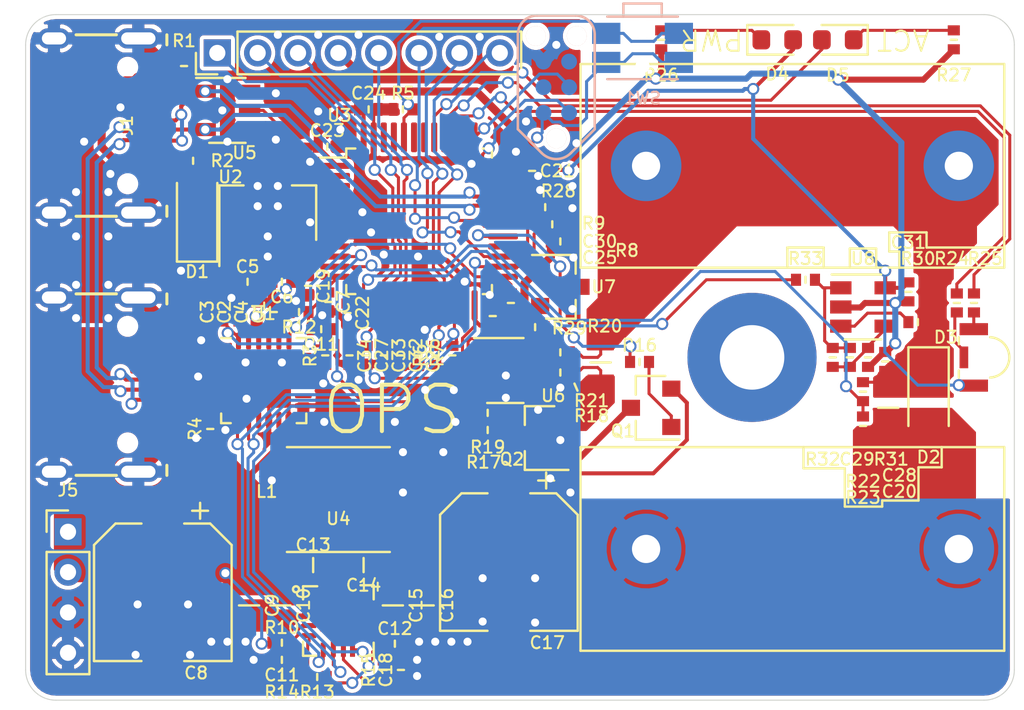
<source format=kicad_pcb>
(kicad_pcb (version 20171130) (host pcbnew 5.1.5+dfsg1-2build2)
  (layers (0 F.Cu signal) (1 In1.Cu signal) (2 In2.Cu signal) (31 B.Cu signal) (34 B.Paste user) (35 F.Paste user) (36 B.SilkS user) (37 F.SilkS user) (38 B.Mask user) (39 F.Mask user) (44 Edge.Cuts user))
  (net 0 "")
  (net 1 GND)
  (net 2 "Net-(C1-Pad1)")
  (net 3 "Net-(C2-Pad1)")
  (net 4 VBUS)
  (net 5 +3V3)
  (net 6 /UIN)
  (net 7 "Net-(C11-Pad1)")
  (net 8 "Net-(C12-Pad1)")
  (net 9 "Net-(C13-Pad2)")
  (net 10 "Net-(C13-Pad1)")
  (net 11 "Net-(C14-Pad2)")
  (net 12 "Net-(C14-Pad1)")
  (net 13 "Net-(C15-Pad1)")
  (net 14 "Net-(C18-Pad1)")
  (net 15 IOUT)
  (net 16 UOUT)
  (net 17 "Net-(D1-Pad2)")
  (net 18 "Net-(D3-Pad2)")
  (net 19 "Net-(D3-Pad3)")
  (net 20 "Net-(J1-PadB5)")
  (net 21 "Net-(J1-PadA8)")
  (net 22 D+)
  (net 23 D-)
  (net 24 "Net-(J1-PadA5)")
  (net 25 "Net-(J1-PadB8)")
  (net 26 "Net-(J2-PadB5)")
  (net 27 "Net-(J2-PadA8)")
  (net 28 "Net-(J2-PadA5)")
  (net 29 "Net-(J2-PadB8)")
  (net 30 "Net-(P1-Pad6)")
  (net 31 SWCLK)
  (net 32 "Net-(P1-Pad3)")
  (net 33 SWDIO)
  (net 34 "Net-(Q1-Pad3)")
  (net 35 "Net-(Q1-Pad1)")
  (net 36 "Net-(Q2-Pad2)")
  (net 37 "Net-(R3-Pad1)")
  (net 38 "Net-(R4-Pad2)")
  (net 39 "Net-(R5-Pad1)")
  (net 40 SCL)
  (net 41 SDA)
  (net 42 INT_STUSB)
  (net 43 INT_MP)
  (net 44 "Net-(R13-Pad2)")
  (net 45 OUT_EN)
  (net 46 "Net-(R18-Pad1)")
  (net 47 "Net-(R21-Pad1)")
  (net 48 LED_GREEN)
  (net 49 LED_RED)
  (net 50 "Net-(U1-Pad20)")
  (net 51 "Net-(U1-Pad17)")
  (net 52 "Net-(U1-Pad16)")
  (net 53 "Net-(U1-Pad15)")
  (net 54 "Net-(U1-Pad14)")
  (net 55 "Net-(U1-Pad11)")
  (net 56 "Net-(U1-Pad9)")
  (net 57 "Net-(U1-Pad3)")
  (net 58 "Net-(U3-Pad46)")
  (net 59 "Net-(U3-Pad45)")
  (net 60 "Net-(U3-Pad43)")
  (net 61 "Net-(U3-Pad42)")
  (net 62 "Net-(U3-Pad38)")
  (net 63 "Net-(U3-Pad31)")
  (net 64 "Net-(U3-Pad28)")
  (net 65 "Net-(U3-Pad20)")
  (net 66 "Net-(U3-Pad19)")
  (net 67 "Net-(U3-Pad18)")
  (net 68 "Net-(U3-Pad7)")
  (net 69 "Net-(U3-Pad6)")
  (net 70 "Net-(U3-Pad5)")
  (net 71 "Net-(U3-Pad4)")
  (net 72 "Net-(U5-Pad6)")
  (net 73 "Net-(U5-Pad4)")
  (net 74 OUT)
  (net 75 TREF)
  (net 76 "Net-(C29-Pad2)")
  (net 77 "Net-(C29-Pad1)")
  (net 78 "Net-(D4-Pad1)")
  (net 79 LED_ACT)
  (net 80 "Net-(D5-Pad1)")
  (net 81 INT_MP_1)
  (net 82 OUT_EN_1)
  (net 83 TSENS_2)
  (net 84 UOUT_2)
  (net 85 IOUT_1)
  (net 86 "Net-(R29-Pad1)")
  (net 87 "Net-(R30-Pad2)")
  (net 88 TSENS)
  (net 89 "Net-(J7-Pad1)")
  (net 90 "Net-(U3-Pad3)")
  (net 91 "Net-(U3-Pad2)")
  (module Connector_PinHeader_2.00mm:PinHeader_1x08_P2.00mm_Vertical (layer F.Cu) (at 60 52.4 90)
    (fp_text reference J6 hide)
    (fp_text value CON_DATA)
    (pad 8 thru_hole oval (at 0 14 90) (size 1.35 1.35) (drill 0.8) (layers *.Cu *.Mask) (net 41 SDA))
    (pad 7 thru_hole oval (at 0 12 90) (size 1.35 1.35) (drill 0.8) (layers *.Cu *.Mask) (net 40 SCL))
    (pad 6 thru_hole oval (at 0 10 90) (size 1.35 1.35) (drill 0.8) (layers *.Cu *.Mask) (net 81 INT_MP_1))
    (pad 5 thru_hole oval (at 0 8 90) (size 1.35 1.35) (drill 0.8) (layers *.Cu *.Mask) (net 82 OUT_EN_1))
    (pad 4 thru_hole oval (at 0 6 90) (size 1.35 1.35) (drill 0.8) (layers *.Cu *.Mask) (net 5 +3V3))
    (pad 3 thru_hole oval (at 0 4 90) (size 1.35 1.35) (drill 0.8) (layers *.Cu *.Mask) (net 83 TSENS_2))
    (pad 2 thru_hole oval (at 0 2 90) (size 1.35 1.35) (drill 0.8) (layers *.Cu *.Mask) (net 84 UOUT_2))
    (pad 1 thru_hole rect (at 0 0 90) (size 1.35 1.35) (drill 0.8) (layers *.Cu *.Mask) (net 85 IOUT_1))
  )
  (module otter:C_0805 (layer F.Cu) (at 68.7 79.8 270)
    (fp_text reference C15 (at 0 -1.15 90) (layer F.SilkS) (effects (font (size 0.6 0.6) (thickness 0.1))))
    (fp_text value 22u hide)
    (pad 2 smd rect (at 0.95 0 270) (size 0.7 1.3) (layers F.Cu F.Paste F.Mask) (net 1 GND))
    (pad 1 smd rect (at -0.95 0 270) (size 0.7 1.3) (layers F.Cu F.Paste F.Mask) (net 13 "Net-(C15-Pad1)"))
  )
  (module otter:C_0805 (layer F.Cu) (at 63.125 79.8 270)
    (fp_text reference C10 (at 0 -1.15 90) (layer F.SilkS) (effects (font (size 0.6 0.6) (thickness 0.1))))
    (fp_text value 22u hide)
    (pad 2 smd rect (at 0.95 0 270) (size 0.7 1.3) (layers F.Cu F.Paste F.Mask) (net 1 GND))
    (pad 1 smd rect (at -0.95 0 270) (size 0.7 1.3) (layers F.Cu F.Paste F.Mask) (net 4 VBUS))
  )
  (module Capacitor_SMD:CP_Elec_6.3x5.8 (layer F.Cu) (at 74.45 77.65 270)
    (fp_text reference C17 (at 4 -1.9 180) (layer F.SilkS) (effects (font (size 0.6 0.6) (thickness 0.1))))
    (fp_text value 47u)
    (pad 2 smd roundrect (at 2.7 0 270) (size 3.5 1.6) (layers F.Cu F.Paste F.Mask) (roundrect_rratio 0.15625) (net 1 GND))
    (pad 1 smd roundrect (at -2.7 0 270) (size 3.5 1.6) (layers F.Cu F.Paste F.Mask) (roundrect_rratio 0.15625) (net 13 "Net-(C15-Pad1)"))
  )
  (module Capacitor_SMD:CP_Elec_6.3x5.8 (layer F.Cu) (at 57.3 79.15 270)
    (fp_text reference C8 (at 4 -1.65 180) (layer F.SilkS) (effects (font (size 0.6 0.6) (thickness 0.1))))
    (fp_text value 47u)
    (pad 2 smd roundrect (at 2.7 0 270) (size 3.5 1.6) (layers F.Cu F.Paste F.Mask) (roundrect_rratio 0.15625) (net 1 GND))
    (pad 1 smd roundrect (at -2.7 0 270) (size 3.5 1.6) (layers F.Cu F.Paste F.Mask) (roundrect_rratio 0.15625) (net 4 VBUS))
  )
  (module otter:C_0402 (layer F.Cu) (at 66.55 67.4 270)
    (fp_text reference C34 (at 0 -0.75 90) (layer F.SilkS) (effects (font (size 0.6 0.6) (thickness 0.1))))
    (fp_text value 100n hide)
    (pad 2 smd rect (at 0.47 0 270) (size 0.5 0.6) (layers F.Cu F.Paste F.Mask) (net 1 GND))
    (pad 1 smd rect (at -0.47 0 270) (size 0.5 0.6) (layers F.Cu F.Paste F.Mask) (net 88 TSENS))
  )
  (module otter:C_0402 (layer F.Cu) (at 68.25 67.4 270)
    (fp_text reference C33 (at 0 -0.75 90) (layer F.SilkS) (effects (font (size 0.6 0.6) (thickness 0.1))))
    (fp_text value 100n hide)
    (pad 2 smd rect (at 0.47 0 270) (size 0.5 0.6) (layers F.Cu F.Paste F.Mask) (net 1 GND))
    (pad 1 smd rect (at -0.47 0 270) (size 0.5 0.6) (layers F.Cu F.Paste F.Mask) (net 85 IOUT_1))
  )
  (module otter:C_0402 (layer F.Cu) (at 69.1 67.4 270)
    (fp_text reference C32 (at 0 -0.75 90) (layer F.SilkS) (effects (font (size 0.6 0.6) (thickness 0.1))))
    (fp_text value 100n hide)
    (pad 2 smd rect (at 0.47 0 270) (size 0.5 0.6) (layers F.Cu F.Paste F.Mask) (net 1 GND))
    (pad 1 smd rect (at -0.47 0 270) (size 0.5 0.6) (layers F.Cu F.Paste F.Mask) (net 84 UOUT_2))
  )
  (module otter:C_0402 (layer F.Cu) (at 69.95 67.4 270)
    (fp_text reference C26 (at 0 -0.75 90) (layer F.SilkS) (effects (font (size 0.6 0.6) (thickness 0.1))))
    (fp_text value 100n hide)
    (pad 2 smd rect (at 0.47 0 270) (size 0.5 0.6) (layers F.Cu F.Paste F.Mask) (net 1 GND))
    (pad 1 smd rect (at -0.47 0 270) (size 0.5 0.6) (layers F.Cu F.Paste F.Mask) (net 83 TSENS_2))
  )
  (module otter:C_0402 (layer F.Cu) (at 94.25 64.25 270)
    (fp_text reference C31 (at -2.45 0 180) (layer F.SilkS) (effects (font (size 0.6 0.6) (thickness 0.1))))
    (fp_text value 100n hide)
    (pad 2 smd rect (at 0.47 0 270) (size 0.5 0.6) (layers F.Cu F.Paste F.Mask) (net 1 GND))
    (pad 1 smd rect (at -0.47 0 270) (size 0.5 0.6) (layers F.Cu F.Paste F.Mask) (net 5 +3V3))
  )
  (module otter:C_0402 (layer F.Cu) (at 77 61.75)
    (fp_text reference C30 (at 1.95 0) (layer F.SilkS) (effects (font (size 0.6 0.6) (thickness 0.1))))
    (fp_text value 100n hide)
    (pad 2 smd rect (at 0.47 0) (size 0.5 0.6) (layers F.Cu F.Paste F.Mask) (net 1 GND))
    (pad 1 smd rect (at -0.47 0) (size 0.5 0.6) (layers F.Cu F.Paste F.Mask) (net 5 +3V3))
  )
  (module MountingHole:MountingHole_3.2mm_M3_Pad (layer F.Cu) (at 86.5 67.5)
    (fp_text reference J7 hide)
    (fp_text value M3)
    (pad 1 thru_hole circle (at 0 0) (size 6.4 6.4) (drill 3.2) (layers *.Cu *.Mask) (net 89 "Net-(J7-Pad1)"))
  )
  (module Package_TO_SOT_SMD:SOT-23-5 (layer F.Cu) (at 92 65)
    (fp_text reference U8 (at 0 -2.4) (layer F.SilkS) (effects (font (size 0.6 0.6) (thickness 0.1))))
    (fp_text value OPA340NA)
    (pad 5 smd rect (at 1.1 -0.95) (size 1.06 0.65) (layers F.Cu F.Paste F.Mask) (net 5 +3V3))
    (pad 4 smd rect (at 1.1 0.95) (size 1.06 0.65) (layers F.Cu F.Paste F.Mask) (net 77 "Net-(C29-Pad1)"))
    (pad 3 smd rect (at -1.1 0.95) (size 1.06 0.65) (layers F.Cu F.Paste F.Mask) (net 87 "Net-(R30-Pad2)"))
    (pad 2 smd rect (at -1.1 0) (size 1.06 0.65) (layers F.Cu F.Paste F.Mask) (net 1 GND))
    (pad 1 smd rect (at -1.1 -0.95) (size 1.06 0.65) (layers F.Cu F.Paste F.Mask) (net 76 "Net-(C29-Pad2)"))
  )
  (module Package_TO_SOT_SMD:SOT-23 (layer F.Cu) (at 77 64)
    (fp_text reference U7 (at 2.15 0) (layer F.SilkS) (effects (font (size 0.6 0.6) (thickness 0.1))))
    (fp_text value MCP9700AT-ETT)
    (pad 3 smd rect (at 1 0) (size 0.9 0.8) (layers F.Cu F.Paste F.Mask) (net 1 GND))
    (pad 2 smd rect (at -1 0.95) (size 0.9 0.8) (layers F.Cu F.Paste F.Mask) (net 86 "Net-(R29-Pad1)"))
    (pad 1 smd rect (at -1 -0.95) (size 0.9 0.8) (layers F.Cu F.Paste F.Mask) (net 5 +3V3))
  )
  (module otter:R_0402 (layer F.Cu) (at 89.15 63.65 180)
    (fp_text reference R33 (at 0 1.05) (layer F.SilkS) (effects (font (size 0.6 0.6) (thickness 0.1))))
    (fp_text value 2k37 hide)
    (pad 2 smd rect (at 0.47 0 180) (size 0.5 0.6) (layers F.Cu F.Paste F.Mask) (net 88 TSENS))
    (pad 1 smd rect (at -0.47 0 180) (size 0.5 0.6) (layers F.Cu F.Paste F.Mask) (net 76 "Net-(C29-Pad2)"))
  )
  (module otter:R_0402 (layer F.Cu) (at 90.5 67.5 90)
    (fp_text reference R32 (at -5.05 -0.5 180) (layer F.SilkS) (effects (font (size 0.6 0.6) (thickness 0.1))))
    (fp_text value 750k hide)
    (pad 2 smd rect (at 0.47 0 90) (size 0.5 0.6) (layers F.Cu F.Paste F.Mask) (net 76 "Net-(C29-Pad2)"))
    (pad 1 smd rect (at -0.47 0 90) (size 0.5 0.6) (layers F.Cu F.Paste F.Mask) (net 77 "Net-(C29-Pad1)"))
  )
  (module otter:R_0402 (layer F.Cu) (at 92.25 67.5 90)
    (fp_text reference R31 (at -5.05 1.15 180) (layer F.SilkS) (effects (font (size 0.6 0.6) (thickness 0.1))))
    (fp_text value 2k37 hide)
    (pad 2 smd rect (at 0.47 0 90) (size 0.5 0.6) (layers F.Cu F.Paste F.Mask) (net 77 "Net-(C29-Pad1)"))
    (pad 1 smd rect (at -0.47 0 90) (size 0.5 0.6) (layers F.Cu F.Paste F.Mask) (net 1 GND))
  )
  (module otter:R_0402 (layer F.Cu) (at 94.72 65.75 180)
    (fp_text reference R30 (at 0 3.15) (layer F.SilkS) (effects (font (size 0.6 0.6) (thickness 0.1))))
    (fp_text value 100k hide)
    (pad 2 smd rect (at 0.47 0 180) (size 0.5 0.6) (layers F.Cu F.Paste F.Mask) (net 87 "Net-(R30-Pad2)"))
    (pad 1 smd rect (at -0.47 0 180) (size 0.5 0.6) (layers F.Cu F.Paste F.Mask) (net 74 OUT))
  )
  (module otter:R_0402 (layer F.Cu) (at 75.75 66 180)
    (fp_text reference R29 (at -1.7 -0.05) (layer F.SilkS) (effects (font (size 0.6 0.6) (thickness 0.1))))
    (fp_text value 5k1 hide)
    (pad 2 smd rect (at 0.47 0 180) (size 0.5 0.6) (layers F.Cu F.Paste F.Mask) (net 75 TREF))
    (pad 1 smd rect (at -0.47 0 180) (size 0.5 0.6) (layers F.Cu F.Paste F.Mask) (net 86 "Net-(R29-Pad1)"))
  )
  (module otter:R_0402 (layer F.Cu) (at 76.25 60.05 180)
    (fp_text reference R28 (at -0.65 0.8) (layer F.SilkS) (effects (font (size 0.6 0.6) (thickness 0.1))))
    (fp_text value 5k1 hide)
    (pad 2 smd rect (at 0.47 0 180) (size 0.5 0.6) (layers F.Cu F.Paste F.Mask) (net 81 INT_MP_1))
    (pad 1 smd rect (at -0.47 0 180) (size 0.5 0.6) (layers F.Cu F.Paste F.Mask) (net 5 +3V3))
  )
  (module otter:R_0402 (layer F.Cu) (at 96.5 51.75 270)
    (fp_text reference R27 (at 1.75 0 180) (layer F.SilkS) (effects (font (size 0.6 0.6) (thickness 0.1))))
    (fp_text value 5k1 hide)
    (pad 2 smd rect (at 0.47 0 270) (size 0.5 0.6) (layers F.Cu F.Paste F.Mask) (net 1 GND))
    (pad 1 smd rect (at -0.47 0 270) (size 0.5 0.6) (layers F.Cu F.Paste F.Mask) (net 80 "Net-(D5-Pad1)"))
  )
  (module otter:R_0402 (layer F.Cu) (at 82 51.75 270)
    (fp_text reference R26 (at 1.75 0 180) (layer F.SilkS) (effects (font (size 0.6 0.6) (thickness 0.1))))
    (fp_text value 5k1 hide)
    (pad 2 smd rect (at 0.47 0 270) (size 0.5 0.6) (layers F.Cu F.Paste F.Mask) (net 1 GND))
    (pad 1 smd rect (at -0.47 0 270) (size 0.5 0.6) (layers F.Cu F.Paste F.Mask) (net 78 "Net-(D4-Pad1)"))
  )
  (module Inductor_SMD:L_Taiyo-Yuden_MD-5050 (layer F.Cu) (at 66 74.55)
    (fp_text reference L1 (at -3.55 -0.4) (layer F.SilkS) (effects (font (size 0.6 0.6) (thickness 0.1))))
    (fp_text value 4u7)
    (pad 2 smd rect (at 1.8 0) (size 1.5 4.2) (layers F.Cu F.Paste F.Mask) (net 11 "Net-(C14-Pad2)"))
    (pad 1 smd rect (at -1.8 0) (size 1.5 4.2) (layers F.Cu F.Paste F.Mask) (net 9 "Net-(C13-Pad2)"))
  )
  (module Connector_PinHeader_2.00mm:PinHeader_1x04_P2.00mm_Vertical (layer F.Cu) (at 52.6 76.15)
    (fp_text reference J5 (at 0 -2.06) (layer F.SilkS) (effects (font (size 0.6 0.6) (thickness 0.1))))
    (fp_text value CON_PWR)
    (pad 4 thru_hole oval (at 0 6) (size 1.35 1.35) (drill 0.8) (layers *.Cu *.Mask) (net 1 GND))
    (pad 3 thru_hole oval (at 0 4) (size 1.35 1.35) (drill 0.8) (layers *.Cu *.Mask) (net 1 GND))
    (pad 2 thru_hole oval (at 0 2) (size 1.35 1.35) (drill 0.8) (layers *.Cu *.Mask) (net 4 VBUS))
    (pad 1 thru_hole rect (at 0 0) (size 1.35 1.35) (drill 0.8) (layers *.Cu *.Mask) (net 4 VBUS))
  )
  (module LED_SMD:LED_0603_1608Metric (layer F.Cu) (at 90.75 51.75 180)
    (fp_text reference D5 (at 0 -1.75) (layer F.SilkS) (effects (font (size 0.6 0.6) (thickness 0.1))))
    (fp_text value ACT)
    (pad 2 smd roundrect (at 0.7875 0 180) (size 0.875 0.95) (layers F.Cu F.Paste F.Mask) (net 79 LED_ACT))
    (pad 1 smd roundrect (at -0.7875 0 180) (size 0.875 0.95) (layers F.Cu F.Paste F.Mask) (net 80 "Net-(D5-Pad1)"))
  )
  (module LED_SMD:LED_0603_1608Metric (layer F.Cu) (at 87.75 51.75)
    (fp_text reference D4 (at 0 1.7) (layer F.SilkS) (effects (font (size 0.6 0.6) (thickness 0.1))))
    (fp_text value PWR)
    (pad 2 smd roundrect (at 0.7875 0) (size 0.875 0.95) (layers F.Cu F.Paste F.Mask) (net 5 +3V3))
    (pad 1 smd roundrect (at -0.7875 0) (size 0.875 0.95) (layers F.Cu F.Paste F.Mask) (net 78 "Net-(D4-Pad1)"))
  )
  (module otter:C_0402 (layer F.Cu) (at 91.35 67.5 90)
    (fp_text reference C29 (at -5.05 0.35 180) (layer F.SilkS) (effects (font (size 0.6 0.6) (thickness 0.1))))
    (fp_text value 100n hide)
    (pad 2 smd rect (at 0.47 0 90) (size 0.5 0.6) (layers F.Cu F.Paste F.Mask) (net 76 "Net-(C29-Pad2)"))
    (pad 1 smd rect (at -0.47 0 90) (size 0.5 0.6) (layers F.Cu F.Paste F.Mask) (net 77 "Net-(C29-Pad1)"))
  )
  (module otter:C_0402 (layer F.Cu) (at 93.1 67.7 90)
    (fp_text reference C28 (at -5.65 0.7 180) (layer F.SilkS) (effects (font (size 0.6 0.6) (thickness 0.1))))
    (fp_text value DNP hide)
    (pad 2 smd rect (at 0.47 0 90) (size 0.5 0.6) (layers F.Cu F.Paste F.Mask) (net 1 GND))
    (pad 1 smd rect (at -0.47 0 90) (size 0.5 0.6) (layers F.Cu F.Paste F.Mask) (net 74 OUT))
  )
  (module otter:C_0402 (layer F.Cu) (at 67.4 67.4 270)
    (fp_text reference C27 (at 0 -0.75 90) (layer F.SilkS) (effects (font (size 0.6 0.6) (thickness 0.1))))
    (fp_text value 100n hide)
    (pad 2 smd rect (at 0.47 0 270) (size 0.5 0.6) (layers F.Cu F.Paste F.Mask) (net 1 GND))
    (pad 1 smd rect (at -0.47 0 270) (size 0.5 0.6) (layers F.Cu F.Paste F.Mask) (net 75 TREF))
  )
  (module Package_TO_SOT_SMD:SOT-23-5 (layer F.Cu) (at 74.275 68.15)
    (fp_text reference U6 (at 2.375 1.25) (layer F.SilkS) (effects (font (size 0.6 0.6) (thickness 0.1))))
    (fp_text value SI8540)
    (pad 5 smd rect (at 1.1 -0.95) (size 1.06 0.65) (layers F.Cu F.Paste F.Mask) (net 47 "Net-(R21-Pad1)"))
    (pad 4 smd rect (at 1.1 0.95) (size 1.06 0.65) (layers F.Cu F.Paste F.Mask) (net 15 IOUT))
    (pad 3 smd rect (at -1.1 0.95) (size 1.06 0.65) (layers F.Cu F.Paste F.Mask) (net 1 GND))
    (pad 2 smd rect (at -1.1 0) (size 1.06 0.65) (layers F.Cu F.Paste F.Mask) (net 1 GND))
    (pad 1 smd rect (at -1.1 -0.95) (size 1.06 0.65) (layers F.Cu F.Paste F.Mask) (net 46 "Net-(R18-Pad1)"))
  )
  (module Package_TO_SOT_SMD:SOT-23-6 (layer F.Cu) (at 60.5 55.25)
    (fp_text reference U5 (at 0.85 2.1) (layer F.SilkS) (effects (font (size 0.6 0.6) (thickness 0.1))))
    (fp_text value USBLC6-4)
    (pad 5 smd rect (at 1.1 0) (size 1.06 0.65) (layers F.Cu F.Paste F.Mask) (net 5 +3V3))
    (pad 6 smd rect (at 1.1 -0.95) (size 1.06 0.65) (layers F.Cu F.Paste F.Mask) (net 72 "Net-(U5-Pad6)"))
    (pad 4 smd rect (at 1.1 0.95) (size 1.06 0.65) (layers F.Cu F.Paste F.Mask) (net 73 "Net-(U5-Pad4)"))
    (pad 3 smd rect (at -1.1 0.95) (size 1.06 0.65) (layers F.Cu F.Paste F.Mask) (net 23 D-))
    (pad 2 smd rect (at -1.1 0) (size 1.06 0.65) (layers F.Cu F.Paste F.Mask) (net 1 GND))
    (pad 1 smd rect (at -1.1 -0.95) (size 1.06 0.65) (layers F.Cu F.Paste F.Mask) (net 22 D+))
  )
  (module otter:MP8859 (layer F.Cu) (at 66 80.55)
    (fp_text reference U4 (at 0 -5.05) (layer F.SilkS) (effects (font (size 0.6 0.6) (thickness 0.1))))
    (fp_text value MP8859)
    (pad 16 smd rect (at -0.75 -1.45 270) (size 0.7 0.25) (layers F.Cu F.Paste F.Mask) (net 10 "Net-(C13-Pad1)"))
    (pad 15 smd rect (at -0.25 -1.2 270) (size 1.2 0.25) (layers F.Cu F.Paste F.Mask) (net 9 "Net-(C13-Pad2)"))
    (pad 14 smd rect (at 0.25 -1.2 270) (size 1.2 0.25) (layers F.Cu F.Paste F.Mask) (net 11 "Net-(C14-Pad2)"))
    (pad 13 smd rect (at 0.75 -1.45 270) (size 0.7 0.25) (layers F.Cu F.Paste F.Mask) (net 12 "Net-(C14-Pad1)"))
    (pad 12 smd rect (at 1.45 -0.75 180) (size 0.7 0.25) (layers F.Cu F.Paste F.Mask) (net 13 "Net-(C15-Pad1)"))
    (pad 11 smd rect (at 1.45 -0.25 180) (size 0.7 0.25) (layers F.Cu F.Paste F.Mask))
    (pad 10 smd rect (at 1.45 0.25 180) (size 0.7 0.25) (layers F.Cu F.Paste F.Mask) (net 1 GND))
    (pad 9 smd rect (at 1.45 0.75 180) (size 0.7 0.25) (layers F.Cu F.Paste F.Mask) (net 8 "Net-(C12-Pad1)"))
    (pad 8 smd rect (at 0.7 1.45 90) (size 0.7 0.25) (layers F.Cu F.Paste F.Mask) (net 43 INT_MP))
    (pad 7 smd rect (at 0.25 1.2 90) (size 1.2 0.25) (layers F.Cu F.Paste F.Mask) (net 14 "Net-(C18-Pad1)"))
    (pad 6 smd rect (at -0.25 1.2 90) (size 1.2 0.25) (layers F.Cu F.Paste F.Mask) (net 41 SDA))
    (pad 5 smd rect (at -0.75 1.45 90) (size 0.7 0.25) (layers F.Cu F.Paste F.Mask) (net 40 SCL))
    (pad 4 smd rect (at -1.45 0.75) (size 0.7 0.25) (layers F.Cu F.Paste F.Mask) (net 44 "Net-(R13-Pad2)"))
    (pad 3 smd rect (at -1.45 0.25) (size 0.7 0.25) (layers F.Cu F.Paste F.Mask) (net 7 "Net-(C11-Pad1)"))
    (pad 2 smd rect (at -1.45 -0.25) (size 0.7 0.25) (layers F.Cu F.Paste F.Mask) (net 1 GND))
    (pad 1 smd rect (at -1.4 -0.75) (size 0.8 0.25) (layers F.Cu F.Paste F.Mask) (net 4 VBUS))
  )
  (module Package_QFP:LQFP-48_7x7mm_P0.5mm (layer F.Cu) (at 70 60.75)
    (fp_text reference U3 (at -3.95 -5.25) (layer F.SilkS) (effects (font (size 0.6 0.6) (thickness 0.1))))
    (fp_text value STM32F072CBTx)
    (pad 48 smd roundrect (at -2.75 -4.1625) (size 0.3 1.475) (layers F.Cu F.Paste F.Mask) (net 5 +3V3))
    (pad 47 smd roundrect (at -2.25 -4.1625) (size 0.3 1.475) (layers F.Cu F.Paste F.Mask) (net 1 GND))
    (pad 46 smd roundrect (at -1.75 -4.1625) (size 0.3 1.475) (layers F.Cu F.Paste F.Mask) (net 58 "Net-(U3-Pad46)"))
    (pad 45 smd roundrect (at -1.25 -4.1625) (size 0.3 1.475) (layers F.Cu F.Paste F.Mask) (net 59 "Net-(U3-Pad45)"))
    (pad 44 smd roundrect (at -0.75 -4.1625) (size 0.3 1.475) (layers F.Cu F.Paste F.Mask) (net 39 "Net-(R5-Pad1)"))
    (pad 43 smd roundrect (at -0.25 -4.1625) (size 0.3 1.475) (layers F.Cu F.Paste F.Mask) (net 60 "Net-(U3-Pad43)"))
    (pad 42 smd roundrect (at 0.25 -4.1625) (size 0.3 1.475) (layers F.Cu F.Paste F.Mask) (net 61 "Net-(U3-Pad42)"))
    (pad 41 smd roundrect (at 0.75 -4.1625) (size 0.3 1.475) (layers F.Cu F.Paste F.Mask) (net 79 LED_ACT))
    (pad 40 smd roundrect (at 1.25 -4.1625) (size 0.3 1.475) (layers F.Cu F.Paste F.Mask) (net 49 LED_RED))
    (pad 39 smd roundrect (at 1.75 -4.1625) (size 0.3 1.475) (layers F.Cu F.Paste F.Mask) (net 48 LED_GREEN))
    (pad 38 smd roundrect (at 2.25 -4.1625) (size 0.3 1.475) (layers F.Cu F.Paste F.Mask) (net 62 "Net-(U3-Pad38)"))
    (pad 37 smd roundrect (at 2.75 -4.1625) (size 0.3 1.475) (layers F.Cu F.Paste F.Mask) (net 31 SWCLK))
    (pad 36 smd roundrect (at 4.1625 -2.75) (size 1.475 0.3) (layers F.Cu F.Paste F.Mask) (net 5 +3V3))
    (pad 35 smd roundrect (at 4.1625 -2.25) (size 1.475 0.3) (layers F.Cu F.Paste F.Mask) (net 1 GND))
    (pad 34 smd roundrect (at 4.1625 -1.75) (size 1.475 0.3) (layers F.Cu F.Paste F.Mask) (net 33 SWDIO))
    (pad 33 smd roundrect (at 4.1625 -1.25) (size 1.475 0.3) (layers F.Cu F.Paste F.Mask) (net 22 D+))
    (pad 32 smd roundrect (at 4.1625 -0.75) (size 1.475 0.3) (layers F.Cu F.Paste F.Mask) (net 23 D-))
    (pad 31 smd roundrect (at 4.1625 -0.25) (size 1.475 0.3) (layers F.Cu F.Paste F.Mask) (net 63 "Net-(U3-Pad31)"))
    (pad 30 smd roundrect (at 4.1625 0.25) (size 1.475 0.3) (layers F.Cu F.Paste F.Mask) (net 82 OUT_EN_1))
    (pad 29 smd roundrect (at 4.1625 0.75) (size 1.475 0.3) (layers F.Cu F.Paste F.Mask) (net 45 OUT_EN))
    (pad 28 smd roundrect (at 4.1625 1.25) (size 1.475 0.3) (layers F.Cu F.Paste F.Mask) (net 64 "Net-(U3-Pad28)"))
    (pad 27 smd roundrect (at 4.1625 1.75) (size 1.475 0.3) (layers F.Cu F.Paste F.Mask) (net 81 INT_MP_1))
    (pad 26 smd roundrect (at 4.1625 2.25) (size 1.475 0.3) (layers F.Cu F.Paste F.Mask) (net 43 INT_MP))
    (pad 25 smd roundrect (at 4.1625 2.75) (size 1.475 0.3) (layers F.Cu F.Paste F.Mask) (net 42 INT_STUSB))
    (pad 24 smd roundrect (at 2.75 4.1625) (size 0.3 1.475) (layers F.Cu F.Paste F.Mask) (net 5 +3V3))
    (pad 23 smd roundrect (at 2.25 4.1625) (size 0.3 1.475) (layers F.Cu F.Paste F.Mask) (net 1 GND))
    (pad 22 smd roundrect (at 1.75 4.1625) (size 0.3 1.475) (layers F.Cu F.Paste F.Mask) (net 41 SDA))
    (pad 21 smd roundrect (at 1.25 4.1625) (size 0.3 1.475) (layers F.Cu F.Paste F.Mask) (net 40 SCL))
    (pad 20 smd roundrect (at 0.75 4.1625) (size 0.3 1.475) (layers F.Cu F.Paste F.Mask) (net 65 "Net-(U3-Pad20)"))
    (pad 19 smd roundrect (at 0.25 4.1625) (size 0.3 1.475) (layers F.Cu F.Paste F.Mask) (net 66 "Net-(U3-Pad19)"))
    (pad 18 smd roundrect (at -0.25 4.1625) (size 0.3 1.475) (layers F.Cu F.Paste F.Mask) (net 67 "Net-(U3-Pad18)"))
    (pad 17 smd roundrect (at -0.75 4.1625) (size 0.3 1.475) (layers F.Cu F.Paste F.Mask) (net 83 TSENS_2))
    (pad 16 smd roundrect (at -1.25 4.1625) (size 0.3 1.475) (layers F.Cu F.Paste F.Mask) (net 84 UOUT_2))
    (pad 15 smd roundrect (at -1.75 4.1625) (size 0.3 1.475) (layers F.Cu F.Paste F.Mask) (net 85 IOUT_1))
    (pad 14 smd roundrect (at -2.25 4.1625) (size 0.3 1.475) (layers F.Cu F.Paste F.Mask) (net 75 TREF))
    (pad 13 smd roundrect (at -2.75 4.1625) (size 0.3 1.475) (layers F.Cu F.Paste F.Mask) (net 88 TSENS))
    (pad 12 smd roundrect (at -4.1625 2.75) (size 1.475 0.3) (layers F.Cu F.Paste F.Mask) (net 6 /UIN))
    (pad 11 smd roundrect (at -4.1625 2.25) (size 1.475 0.3) (layers F.Cu F.Paste F.Mask) (net 16 UOUT))
    (pad 10 smd roundrect (at -4.1625 1.75) (size 1.475 0.3) (layers F.Cu F.Paste F.Mask) (net 15 IOUT))
    (pad 9 smd roundrect (at -4.1625 1.25) (size 1.475 0.3) (layers F.Cu F.Paste F.Mask) (net 5 +3V3))
    (pad 8 smd roundrect (at -4.1625 0.75) (size 1.475 0.3) (layers F.Cu F.Paste F.Mask) (net 1 GND))
    (pad 7 smd roundrect (at -4.1625 0.25) (size 1.475 0.3) (layers F.Cu F.Paste F.Mask) (net 68 "Net-(U3-Pad7)"))
    (pad 6 smd roundrect (at -4.1625 -0.25) (size 1.475 0.3) (layers F.Cu F.Paste F.Mask) (net 69 "Net-(U3-Pad6)"))
    (pad 5 smd roundrect (at -4.1625 -0.75) (size 1.475 0.3) (layers F.Cu F.Paste F.Mask) (net 70 "Net-(U3-Pad5)"))
    (pad 4 smd roundrect (at -4.1625 -1.25) (size 1.475 0.3) (layers F.Cu F.Paste F.Mask) (net 71 "Net-(U3-Pad4)"))
    (pad 3 smd roundrect (at -4.1625 -1.75) (size 1.475 0.3) (layers F.Cu F.Paste F.Mask) (net 90 "Net-(U3-Pad3)"))
    (pad 2 smd roundrect (at -4.1625 -2.25) (size 1.475 0.3) (layers F.Cu F.Paste F.Mask) (net 91 "Net-(U3-Pad2)"))
    (pad 1 smd roundrect (at -4.1625 -2.75) (size 1.475 0.3) (layers F.Cu F.Paste F.Mask) (net 5 +3V3))
  )
  (module Package_TO_SOT_SMD:SOT-89-3 (layer F.Cu) (at 62.5 60.75 90)
    (fp_text reference U2 (at 2.2 -1.85 180) (layer F.SilkS) (effects (font (size 0.6 0.6) (thickness 0.1))))
    (fp_text value AP2204R-3.3)
    (pad 2 smd trapezoid (at -0.0762 0 180) (size 1.5 1) (rect_delta 0 0.7) (layers F.Cu F.Paste F.Mask) (net 1 GND))
    (pad 2 smd rect (at 1.3335 0) (size 2.2 1.84) (layers F.Cu F.Paste F.Mask) (net 1 GND))
    (pad 3 smd rect (at -1.48 1.5) (size 1 1.5) (layers F.Cu F.Paste F.Mask) (net 5 +3V3))
    (pad 2 smd rect (at -1.3335 0) (size 1 1.8) (layers F.Cu F.Paste F.Mask) (net 1 GND))
    (pad 1 smd rect (at -1.48 -1.5) (size 1 1.5) (layers F.Cu F.Paste F.Mask) (net 4 VBUS))
    (pad 2 smd trapezoid (at 2.667 0) (size 1.6 0.85) (rect_delta 0 0.6) (layers F.Cu F.Paste F.Mask) (net 1 GND))
  )
  (module Package_DFN_QFN:QFN-24-1EP_4x4mm_P0.5mm_EP2.7x2.7mm (layer F.Cu) (at 62.3 68.65)
    (fp_text reference U1 (at 0 -3.32) (layer F.SilkS) (effects (font (size 0.6 0.6) (thickness 0.1))))
    (fp_text value STUSB4500)
    (pad 24 smd roundrect (at -1.25 -1.9625) (size 0.25 0.825) (layers F.Cu F.Paste F.Mask) (net 4 VBUS))
    (pad 23 smd roundrect (at -0.75 -1.9625) (size 0.25 0.825) (layers F.Cu F.Paste F.Mask) (net 3 "Net-(C2-Pad1)"))
    (pad 22 smd roundrect (at -0.25 -1.9625) (size 0.25 0.825) (layers F.Cu F.Paste F.Mask) (net 5 +3V3))
    (pad 21 smd roundrect (at 0.25 -1.9625) (size 0.25 0.825) (layers F.Cu F.Paste F.Mask) (net 2 "Net-(C1-Pad1)"))
    (pad 20 smd roundrect (at 0.75 -1.9625) (size 0.25 0.825) (layers F.Cu F.Paste F.Mask) (net 50 "Net-(U1-Pad20)"))
    (pad 19 smd roundrect (at 1.25 -1.9625) (size 0.25 0.825) (layers F.Cu F.Paste F.Mask) (net 42 INT_STUSB))
    (pad 18 smd roundrect (at 1.9625 -1.25) (size 0.825 0.25) (layers F.Cu F.Paste F.Mask) (net 37 "Net-(R3-Pad1)"))
    (pad 17 smd roundrect (at 1.9625 -0.75) (size 0.825 0.25) (layers F.Cu F.Paste F.Mask) (net 51 "Net-(U1-Pad17)"))
    (pad 16 smd roundrect (at 1.9625 -0.25) (size 0.825 0.25) (layers F.Cu F.Paste F.Mask) (net 52 "Net-(U1-Pad16)"))
    (pad 15 smd roundrect (at 1.9625 0.25) (size 0.825 0.25) (layers F.Cu F.Paste F.Mask) (net 53 "Net-(U1-Pad15)"))
    (pad 14 smd roundrect (at 1.9625 0.75) (size 0.825 0.25) (layers F.Cu F.Paste F.Mask) (net 54 "Net-(U1-Pad14)"))
    (pad 13 smd roundrect (at 1.9625 1.25) (size 0.825 0.25) (layers F.Cu F.Paste F.Mask) (net 1 GND))
    (pad 12 smd roundrect (at 1.25 1.9625) (size 0.25 0.825) (layers F.Cu F.Paste F.Mask) (net 1 GND))
    (pad 11 smd roundrect (at 0.75 1.9625) (size 0.25 0.825) (layers F.Cu F.Paste F.Mask) (net 55 "Net-(U1-Pad11)"))
    (pad 10 smd roundrect (at 0.25 1.9625) (size 0.25 0.825) (layers F.Cu F.Paste F.Mask) (net 1 GND))
    (pad 9 smd roundrect (at -0.25 1.9625) (size 0.25 0.825) (layers F.Cu F.Paste F.Mask) (net 56 "Net-(U1-Pad9)"))
    (pad 8 smd roundrect (at -0.75 1.9625) (size 0.25 0.825) (layers F.Cu F.Paste F.Mask) (net 41 SDA))
    (pad 7 smd roundrect (at -1.25 1.9625) (size 0.25 0.825) (layers F.Cu F.Paste F.Mask) (net 40 SCL))
    (pad 6 smd roundrect (at -1.9625 1.25) (size 0.825 0.25) (layers F.Cu F.Paste F.Mask) (net 38 "Net-(R4-Pad2)"))
    (pad 5 smd roundrect (at -1.9625 0.75) (size 0.825 0.25) (layers F.Cu F.Paste F.Mask) (net 26 "Net-(J2-PadB5)"))
    (pad 4 smd roundrect (at -1.9625 0.25) (size 0.825 0.25) (layers F.Cu F.Paste F.Mask) (net 26 "Net-(J2-PadB5)"))
    (pad 3 smd roundrect (at -1.9625 -0.25) (size 0.825 0.25) (layers F.Cu F.Paste F.Mask) (net 57 "Net-(U1-Pad3)"))
    (pad 2 smd roundrect (at -1.9625 -0.75) (size 0.825 0.25) (layers F.Cu F.Paste F.Mask) (net 28 "Net-(J2-PadA5)"))
    (pad 1 smd roundrect (at -1.9625 -1.25) (size 0.825 0.25) (layers F.Cu F.Paste F.Mask) (net 28 "Net-(J2-PadA5)"))
    (pad 25 smd roundrect (at 0 0) (size 2.7 2.7) (layers F.Cu F.Mask) (roundrect_rratio 0.09259299999999999) (net 1 GND))
  )
  (module Button_Switch_SMD:SW_SPST_EVQP7C (layer B.Cu) (at 81.075 52.15)
    (fp_text reference SW1 (at 0 2.5) (layer B.SilkS) (effects (font (size 0.6 0.6) (thickness 0.1)) (justify mirror)))
    (fp_text value DFU)
    (pad "" np_thru_hole circle (at 0 -0.9) (size 0.7 0.7) (drill 0.7) (layers *.Cu *.Mask))
    (pad "" np_thru_hole circle (at 0 0.9) (size 0.7 0.7) (drill 0.7) (layers *.Cu *.Mask))
    (pad 2 smd rect (at -1.8 -0.72) (size 1.4 1.05) (layers B.Cu B.Paste B.Mask) (net 39 "Net-(R5-Pad1)"))
    (pad 2 smd rect (at 1.8 -0.72) (size 1.4 1.05) (layers B.Cu B.Paste B.Mask) (net 39 "Net-(R5-Pad1)"))
    (pad 1 smd rect (at -1.8 0.72) (size 1.4 1.05) (layers B.Cu B.Paste B.Mask) (net 5 +3V3))
    (pad 1 smd rect (at 1.8 0.72) (size 1.4 1.05) (layers B.Cu B.Paste B.Mask) (net 5 +3V3))
  )
  (module otter:R_0402 (layer F.Cu) (at 97.5 64.8 90)
    (fp_text reference R25 (at 2.2 0.55 180) (layer F.SilkS) (effects (font (size 0.6 0.6) (thickness 0.1))))
    (fp_text value 5k1 hide)
    (pad 2 smd rect (at 0.47 0 90) (size 0.5 0.6) (layers F.Cu F.Paste F.Mask) (net 49 LED_RED))
    (pad 1 smd rect (at -0.47 0 90) (size 0.5 0.6) (layers F.Cu F.Paste F.Mask) (net 19 "Net-(D3-Pad3)"))
  )
  (module otter:R_0402 (layer F.Cu) (at 96.65 64.8 90)
    (fp_text reference R24 (at 2.2 -0.25 180) (layer F.SilkS) (effects (font (size 0.6 0.6) (thickness 0.1))))
    (fp_text value 5k1 hide)
    (pad 2 smd rect (at 0.47 0 90) (size 0.5 0.6) (layers F.Cu F.Paste F.Mask) (net 48 LED_GREEN))
    (pad 1 smd rect (at -0.47 0 90) (size 0.5 0.6) (layers F.Cu F.Paste F.Mask) (net 18 "Net-(D3-Pad2)"))
  )
  (module otter:R_0402 (layer F.Cu) (at 92 70.9 270)
    (fp_text reference R23 (at 3.55 0 180) (layer F.SilkS) (effects (font (size 0.6 0.6) (thickness 0.1))))
    (fp_text value 5k1 hide)
    (pad 2 smd rect (at 0.47 0 270) (size 0.5 0.6) (layers F.Cu F.Paste F.Mask) (net 1 GND))
    (pad 1 smd rect (at -0.47 0 270) (size 0.5 0.6) (layers F.Cu F.Paste F.Mask) (net 16 UOUT))
  )
  (module otter:R_0402 (layer F.Cu) (at 92 69.2 270)
    (fp_text reference R22 (at 4.45 0 180) (layer F.SilkS) (effects (font (size 0.6 0.6) (thickness 0.1))))
    (fp_text value 33k hide)
    (pad 2 smd rect (at 0.47 0 270) (size 0.5 0.6) (layers F.Cu F.Paste F.Mask) (net 16 UOUT))
    (pad 1 smd rect (at -0.47 0 270) (size 0.5 0.6) (layers F.Cu F.Paste F.Mask) (net 74 OUT))
  )
  (module otter:R_0402 (layer F.Cu) (at 77 67.25)
    (fp_text reference R21 (at 1.55 2.4) (layer F.SilkS) (effects (font (size 0.6 0.6) (thickness 0.1))))
    (fp_text value 33 hide)
    (pad 2 smd rect (at 0.47 0) (size 0.5 0.6) (layers F.Cu F.Paste F.Mask) (net 74 OUT))
    (pad 1 smd rect (at -0.47 0) (size 0.5 0.6) (layers F.Cu F.Paste F.Mask) (net 47 "Net-(R21-Pad1)"))
  )
  (module otter:R_0805 (layer F.Cu) (at 79 67.75 90)
    (fp_text reference R20 (at 1.8 0.2 180) (layer F.SilkS) (effects (font (size 0.6 0.6) (thickness 0.1))))
    (fp_text value 33 hide)
    (pad 2 smd rect (at 0.95 0 90) (size 0.7 1.3) (layers F.Cu F.Paste F.Mask) (net 74 OUT))
    (pad 1 smd rect (at -0.95 0 90) (size 0.7 1.3) (layers F.Cu F.Paste F.Mask) (net 36 "Net-(Q2-Pad2)"))
  )
  (module otter:R_0402 (layer F.Cu) (at 73.4 70.25 180)
    (fp_text reference R19 (at 0 -1.7) (layer F.SilkS) (effects (font (size 0.6 0.6) (thickness 0.1))))
    (fp_text value 2k37 hide)
    (pad 2 smd rect (at 0.47 0 180) (size 0.5 0.6) (layers F.Cu F.Paste F.Mask) (net 1 GND))
    (pad 1 smd rect (at -0.47 0 180) (size 0.5 0.6) (layers F.Cu F.Paste F.Mask) (net 15 IOUT))
  )
  (module otter:R_0402 (layer F.Cu) (at 77 68.25)
    (fp_text reference R18 (at 1.55 2.15) (layer F.SilkS) (effects (font (size 0.6 0.6) (thickness 0.1))))
    (fp_text value 33 hide)
    (pad 2 smd rect (at 0.47 0) (size 0.5 0.6) (layers F.Cu F.Paste F.Mask) (net 36 "Net-(Q2-Pad2)"))
    (pad 1 smd rect (at -0.47 0) (size 0.5 0.6) (layers F.Cu F.Paste F.Mask) (net 46 "Net-(R18-Pad1)"))
  )
  (module otter:R_0402 (layer F.Cu) (at 73.4 71.1)
    (fp_text reference R17 (at -0.2 1.6) (layer F.SilkS) (effects (font (size 0.6 0.6) (thickness 0.1))))
    (fp_text value 5k1 hide)
    (pad 2 smd rect (at 0.47 0) (size 0.5 0.6) (layers F.Cu F.Paste F.Mask) (net 34 "Net-(Q1-Pad3)"))
    (pad 1 smd rect (at -0.47 0) (size 0.5 0.6) (layers F.Cu F.Paste F.Mask) (net 4 VBUS))
  )
  (module otter:R_0402 (layer F.Cu) (at 80.925 67.725)
    (fp_text reference R16 (at 0 -0.825) (layer F.SilkS) (effects (font (size 0.6 0.6) (thickness 0.1))))
    (fp_text value 5k1 hide)
    (pad 2 smd rect (at 0.47 0) (size 0.5 0.6) (layers F.Cu F.Paste F.Mask) (net 35 "Net-(Q1-Pad1)"))
    (pad 1 smd rect (at -0.47 0) (size 0.5 0.6) (layers F.Cu F.Paste F.Mask) (net 45 OUT_EN))
  )
  (module otter:R_0402 (layer F.Cu) (at 68.25 83 90)
    (fp_text reference R15 (at 0 -0.75 90) (layer F.SilkS) (effects (font (size 0.6 0.6) (thickness 0.1))))
    (fp_text value 21.5k hide)
    (pad 2 smd rect (at 0.47 0 90) (size 0.5 0.6) (layers F.Cu F.Paste F.Mask) (net 1 GND))
    (pad 1 smd rect (at -0.47 0 90) (size 0.5 0.6) (layers F.Cu F.Paste F.Mask) (net 14 "Net-(C18-Pad1)"))
  )
  (module otter:R_0402 (layer F.Cu) (at 63.2 83.35 180)
    (fp_text reference R14 (at 0 -0.75) (layer F.SilkS) (effects (font (size 0.6 0.6) (thickness 0.1))))
    (fp_text value 5k1 hide)
    (pad 2 smd rect (at 0.47 0 180) (size 0.5 0.6) (layers F.Cu F.Paste F.Mask) (net 1 GND))
    (pad 1 smd rect (at -0.47 0 180) (size 0.5 0.6) (layers F.Cu F.Paste F.Mask) (net 44 "Net-(R13-Pad2)"))
  )
  (module otter:R_0402 (layer F.Cu) (at 64.95 83.35 180)
    (fp_text reference R13 (at 0 -0.75) (layer F.SilkS) (effects (font (size 0.6 0.6) (thickness 0.1))))
    (fp_text value 33k hide)
    (pad 2 smd rect (at 0.47 0 180) (size 0.5 0.6) (layers F.Cu F.Paste F.Mask) (net 44 "Net-(R13-Pad2)"))
    (pad 1 smd rect (at -0.47 0 180) (size 0.5 0.6) (layers F.Cu F.Paste F.Mask) (net 8 "Net-(C12-Pad1)"))
  )
  (module otter:R_0402 (layer F.Cu) (at 64.05 65.25 180)
    (fp_text reference R12 (at 0 -0.75) (layer F.SilkS) (effects (font (size 0.6 0.6) (thickness 0.1))))
    (fp_text value 5k1 hide)
    (pad 2 smd rect (at 0.47 0 180) (size 0.5 0.6) (layers F.Cu F.Paste F.Mask) (net 1 GND))
    (pad 1 smd rect (at -0.47 0 180) (size 0.5 0.6) (layers F.Cu F.Paste F.Mask) (net 6 /UIN))
  )
  (module otter:R_0402 (layer F.Cu) (at 65.15 66.1 180)
    (fp_text reference R11 (at 0 -0.75) (layer F.SilkS) (effects (font (size 0.6 0.6) (thickness 0.1))))
    (fp_text value 33k hide)
    (pad 2 smd rect (at 0.47 0 180) (size 0.5 0.6) (layers F.Cu F.Paste F.Mask) (net 6 /UIN))
    (pad 1 smd rect (at -0.47 0 180) (size 0.5 0.6) (layers F.Cu F.Paste F.Mask) (net 4 VBUS))
  )
  (module otter:R_0402 (layer F.Cu) (at 63.2 81.65)
    (fp_text reference R10 (at 0 -0.75) (layer F.SilkS) (effects (font (size 0.6 0.6) (thickness 0.1))))
    (fp_text value 5k1 hide)
    (pad 2 smd rect (at 0.47 0) (size 0.5 0.6) (layers F.Cu F.Paste F.Mask) (net 7 "Net-(C11-Pad1)"))
    (pad 1 smd rect (at -0.47 0) (size 0.5 0.6) (layers F.Cu F.Paste F.Mask) (net 4 VBUS))
  )
  (module otter:R_0402 (layer F.Cu) (at 76.6 60.9 180)
    (fp_text reference R9 (at -2.05 0.05) (layer F.SilkS) (effects (font (size 0.6 0.6) (thickness 0.1))))
    (fp_text value 5k1 hide)
    (pad 2 smd rect (at 0.47 0 180) (size 0.5 0.6) (layers F.Cu F.Paste F.Mask) (net 43 INT_MP))
    (pad 1 smd rect (at -0.47 0 180) (size 0.5 0.6) (layers F.Cu F.Paste F.Mask) (net 5 +3V3))
  )
  (module otter:R_0402 (layer F.Cu) (at 74.55 64.8 90)
    (fp_text reference R8 (at 2.6 5.75 180) (layer F.SilkS) (effects (font (size 0.6 0.6) (thickness 0.1))))
    (fp_text value 5k1 hide)
    (pad 2 smd rect (at 0.47 0 90) (size 0.5 0.6) (layers F.Cu F.Paste F.Mask) (net 42 INT_STUSB))
    (pad 1 smd rect (at -0.47 0 90) (size 0.5 0.6) (layers F.Cu F.Paste F.Mask) (net 5 +3V3))
  )
  (module otter:R_0402 (layer F.Cu) (at 71.65 67.4 90)
    (fp_text reference R7 (at 0 -0.75 90) (layer F.SilkS) (effects (font (size 0.6 0.6) (thickness 0.1))))
    (fp_text value 5k1 hide)
    (pad 2 smd rect (at 0.47 0 90) (size 0.5 0.6) (layers F.Cu F.Paste F.Mask) (net 41 SDA))
    (pad 1 smd rect (at -0.47 0 90) (size 0.5 0.6) (layers F.Cu F.Paste F.Mask) (net 5 +3V3))
  )
  (module otter:R_0402 (layer F.Cu) (at 70.8 67.4 90)
    (fp_text reference R6 (at 0 -0.75 90) (layer F.SilkS) (effects (font (size 0.6 0.6) (thickness 0.1))))
    (fp_text value 5k1 hide)
    (pad 2 smd rect (at 0.47 0 90) (size 0.5 0.6) (layers F.Cu F.Paste F.Mask) (net 40 SCL))
    (pad 1 smd rect (at -0.47 0 90) (size 0.5 0.6) (layers F.Cu F.Paste F.Mask) (net 5 +3V3))
  )
  (module otter:R_0402 (layer F.Cu) (at 69.2 55.2 180)
    (fp_text reference R5 (at 0 0.8) (layer F.SilkS) (effects (font (size 0.6 0.6) (thickness 0.1))))
    (fp_text value 5k1 hide)
    (pad 2 smd rect (at 0.47 0 180) (size 0.5 0.6) (layers F.Cu F.Paste F.Mask) (net 1 GND))
    (pad 1 smd rect (at -0.47 0 180) (size 0.5 0.6) (layers F.Cu F.Paste F.Mask) (net 39 "Net-(R5-Pad1)"))
  )
  (module otter:R_0402 (layer F.Cu) (at 59.65 71.05 90)
    (fp_text reference R4 (at 0 -0.75 90) (layer F.SilkS) (effects (font (size 0.6 0.6) (thickness 0.1))))
    (fp_text value 5k1 hide)
    (pad 2 smd rect (at 0.47 0 90) (size 0.5 0.6) (layers F.Cu F.Paste F.Mask) (net 38 "Net-(R4-Pad2)"))
    (pad 1 smd rect (at -0.47 0 90) (size 0.5 0.6) (layers F.Cu F.Paste F.Mask) (net 1 GND))
  )
  (module otter:R_0402 (layer F.Cu) (at 65.35 67.4 90)
    (fp_text reference R3 (at 0 -0.75 90) (layer F.SilkS) (effects (font (size 0.6 0.6) (thickness 0.1))))
    (fp_text value 5k1 hide)
    (pad 2 smd rect (at 0.47 0 90) (size 0.5 0.6) (layers F.Cu F.Paste F.Mask) (net 4 VBUS))
    (pad 1 smd rect (at -0.47 0 90) (size 0.5 0.6) (layers F.Cu F.Paste F.Mask) (net 37 "Net-(R3-Pad1)"))
  )
  (module otter:R_0402 (layer F.Cu) (at 58.8 57.75)
    (fp_text reference R2 (at 1.45 0) (layer F.SilkS) (effects (font (size 0.6 0.6) (thickness 0.1))))
    (fp_text value 5k1 hide)
    (pad 2 smd rect (at 0.47 0) (size 0.5 0.6) (layers F.Cu F.Paste F.Mask) (net 1 GND))
    (pad 1 smd rect (at -0.47 0) (size 0.5 0.6) (layers F.Cu F.Paste F.Mask) (net 20 "Net-(J1-PadB5)"))
  )
  (module otter:R_0402 (layer F.Cu) (at 58.35 53.05 270)
    (fp_text reference R1 (at -1.25 0 180) (layer F.SilkS) (effects (font (size 0.6 0.6) (thickness 0.1))))
    (fp_text value 5k1 hide)
    (pad 2 smd rect (at 0.47 0 270) (size 0.5 0.6) (layers F.Cu F.Paste F.Mask) (net 24 "Net-(J1-PadA5)"))
    (pad 1 smd rect (at -0.47 0 270) (size 0.5 0.6) (layers F.Cu F.Paste F.Mask) (net 1 GND))
  )
  (module Package_TO_SOT_SMD:SOT-23 (layer F.Cu) (at 76 71.5 180)
    (fp_text reference Q2 (at 1.4 -1.05) (layer F.SilkS) (effects (font (size 0.6 0.6) (thickness 0.1))))
    (fp_text value AO3400)
    (pad 3 smd rect (at 1 0 180) (size 0.9 0.8) (layers F.Cu F.Paste F.Mask) (net 13 "Net-(C15-Pad1)"))
    (pad 2 smd rect (at -1 0.95 180) (size 0.9 0.8) (layers F.Cu F.Paste F.Mask) (net 36 "Net-(Q2-Pad2)"))
    (pad 1 smd rect (at -1 -0.95 180) (size 0.9 0.8) (layers F.Cu F.Paste F.Mask) (net 34 "Net-(Q1-Pad3)"))
  )
  (module Package_TO_SOT_SMD:SOT-23 (layer F.Cu) (at 81.5 70 180)
    (fp_text reference Q1 (at 1.4 -1.15) (layer F.SilkS) (effects (font (size 0.6 0.6) (thickness 0.1))))
    (fp_text value SS8050)
    (pad 3 smd rect (at 1 0 180) (size 0.9 0.8) (layers F.Cu F.Paste F.Mask) (net 34 "Net-(Q1-Pad3)"))
    (pad 2 smd rect (at -1 0.95 180) (size 0.9 0.8) (layers F.Cu F.Paste F.Mask) (net 1 GND))
    (pad 1 smd rect (at -1 -0.95 180) (size 0.9 0.8) (layers F.Cu F.Paste F.Mask) (net 35 "Net-(Q1-Pad1)"))
  )
  (module otter:TC2030 (layer B.Cu) (at 76.8 54.1 90)
    (fp_text reference P1 hide)
    (fp_text value TC2030 hide)
    (pad "" np_thru_hole circle (at 2.54 -1.016 90) (size 0.98552 0.98552) (drill 0.98552) (layers *.Cu *.Mask B.SilkS))
    (pad "" np_thru_hole circle (at 2.54 1.016 90) (size 0.98552 0.98552) (drill 0.98552) (layers *.Cu *.Mask B.SilkS))
    (pad "" np_thru_hole circle (at -2.54 0 90) (size 0.98806 0.98806) (drill 0.98806) (layers *.Cu *.Mask B.SilkS))
    (pad 6 connect circle (at 1.27 0.635 90) (size 0.78486 0.78486) (layers B.Cu B.Mask) (net 30 "Net-(P1-Pad6)"))
    (pad 5 connect circle (at 1.27 -0.635 90) (size 0.78486 0.78486) (layers B.Cu B.Mask) (net 1 GND))
    (pad 4 connect circle (at 0 0.635 90) (size 0.78486 0.78486) (layers B.Cu B.Mask) (net 31 SWCLK))
    (pad 3 connect circle (at 0 -0.635 90) (size 0.78486 0.78486) (layers B.Cu B.Mask) (net 32 "Net-(P1-Pad3)"))
    (pad 2 connect circle (at -1.27 0.635 90) (size 0.78486 0.78486) (layers B.Cu B.Mask) (net 33 SWDIO))
    (pad 1 connect circle (at -1.27 -0.635 90) (size 0.78486 0.78486) (layers B.Cu B.Mask) (net 5 +3V3))
  )
  (module otter:banana-jack (layer F.Cu) (at 89 77)
    (fp_text reference J4 hide)
    (fp_text value Banana)
    (pad 1 thru_hole circle (at 7.75 0) (size 3.5 3.5) (drill 1.4) (layers *.Cu *.Mask) (net 1 GND))
    (pad 1 thru_hole circle (at -7.75 0) (size 3.5 3.5) (drill 1.4) (layers *.Cu *.Mask) (net 1 GND))
  )
  (module otter:banana-jack (layer F.Cu) (at 89 58)
    (fp_text reference J3 hide)
    (fp_text value Banana)
    (pad 1 thru_hole circle (at 7.75 0) (size 3.5 3.5) (drill 1.4) (layers *.Cu *.Mask) (net 74 OUT))
    (pad 1 thru_hole circle (at -7.75 0) (size 3.5 3.5) (drill 1.4) (layers *.Cu *.Mask) (net 74 OUT))
  )
  (module "otter:USB-C 16Pin" (layer F.Cu) (at 57 68.85 270)
    (fp_text reference J2 hide)
    (fp_text value PWR)
    (pad A9 smd rect (at -2.4 0 270) (size 0.6 1.45) (layers F.Cu F.Paste F.Mask) (net 4 VBUS))
    (pad B9 smd rect (at 2.4 0 270) (size 0.6 1.45) (layers F.Cu F.Paste F.Mask) (net 4 VBUS))
    (pad B12 smd rect (at 3.2 0 270) (size 0.6 1.45) (layers F.Cu F.Paste F.Mask) (net 1 GND))
    (pad A12 smd rect (at -3.2 0 270) (size 0.6 1.45) (layers F.Cu F.Paste F.Mask) (net 1 GND))
    (pad S1 thru_hole oval (at -4.32 0.915 270) (size 1 2.1) (drill oval 0.6 1.7) (layers *.Cu *.Mask) (net 1 GND))
    (pad S1 thru_hole oval (at 4.32 0.915 270) (size 1 2.1) (drill oval 0.6 1.7) (layers *.Cu *.Mask) (net 1 GND))
    (pad S1 thru_hole oval (at -4.32 5.095 270) (size 1 1.6) (drill oval 0.6 1.2) (layers *.Cu *.Mask) (net 1 GND))
    (pad S1 thru_hole oval (at 4.32 5.095 270) (size 1 1.6) (drill oval 0.6 1.2) (layers *.Cu *.Mask) (net 1 GND))
    (pad "" np_thru_hole circle (at 2.89 1.445 270) (size 0.65 0.65) (drill 0.65) (layers *.Cu *.Mask))
    (pad "" np_thru_hole circle (at -2.89 1.445 270) (size 0.65 0.65) (drill 0.65) (layers *.Cu *.Mask))
    (pad B1 smd rect (at 3.2 0 270) (size 0.6 1.45) (layers F.Cu F.Paste F.Mask) (net 1 GND))
    (pad B4 smd rect (at 2.4 0 270) (size 0.6 1.45) (layers F.Cu F.Paste F.Mask) (net 4 VBUS))
    (pad B5 smd rect (at 1.75 0 270) (size 0.3 1.45) (layers F.Cu F.Paste F.Mask) (net 26 "Net-(J2-PadB5)"))
    (pad A8 smd rect (at 1.25 0 270) (size 0.3 1.45) (layers F.Cu F.Paste F.Mask) (net 27 "Net-(J2-PadA8)"))
    (pad B6 smd rect (at 0.75 0 270) (size 0.3 1.45) (layers F.Cu F.Paste F.Mask) (net 22 D+))
    (pad A7 smd rect (at 0.25 0 270) (size 0.3 1.45) (layers F.Cu F.Paste F.Mask) (net 23 D-))
    (pad A6 smd rect (at -0.25 0 270) (size 0.3 1.45) (layers F.Cu F.Paste F.Mask) (net 22 D+))
    (pad B7 smd rect (at -0.75 0 270) (size 0.3 1.45) (layers F.Cu F.Paste F.Mask) (net 23 D-))
    (pad A5 smd rect (at -1.25 0 270) (size 0.3 1.45) (layers F.Cu F.Paste F.Mask) (net 28 "Net-(J2-PadA5)"))
    (pad B8 smd rect (at -1.75 0 270) (size 0.3 1.45) (layers F.Cu F.Paste F.Mask) (net 29 "Net-(J2-PadB8)"))
    (pad A4 smd rect (at -2.4 0 270) (size 0.6 1.45) (layers F.Cu F.Paste F.Mask) (net 4 VBUS))
    (pad A1 smd rect (at -3.2 0 270) (size 0.6 1.45) (layers F.Cu F.Paste F.Mask) (net 1 GND))
  )
  (module "otter:USB-C 16Pin" (layer F.Cu) (at 57 56 270)
    (fp_text reference J1 (at 0 1.5 90) (layer F.SilkS) (effects (font (size 0.6 0.6) (thickness 0.1))))
    (fp_text value USB)
    (pad A9 smd rect (at -2.4 0 270) (size 0.6 1.45) (layers F.Cu F.Paste F.Mask) (net 17 "Net-(D1-Pad2)"))
    (pad B9 smd rect (at 2.4 0 270) (size 0.6 1.45) (layers F.Cu F.Paste F.Mask) (net 17 "Net-(D1-Pad2)"))
    (pad B12 smd rect (at 3.2 0 270) (size 0.6 1.45) (layers F.Cu F.Paste F.Mask) (net 1 GND))
    (pad A12 smd rect (at -3.2 0 270) (size 0.6 1.45) (layers F.Cu F.Paste F.Mask) (net 1 GND))
    (pad S1 thru_hole oval (at -4.32 0.915 270) (size 1 2.1) (drill oval 0.6 1.7) (layers *.Cu *.Mask) (net 1 GND))
    (pad S1 thru_hole oval (at 4.32 0.915 270) (size 1 2.1) (drill oval 0.6 1.7) (layers *.Cu *.Mask) (net 1 GND))
    (pad S1 thru_hole oval (at -4.32 5.095 270) (size 1 1.6) (drill oval 0.6 1.2) (layers *.Cu *.Mask) (net 1 GND))
    (pad S1 thru_hole oval (at 4.32 5.095 270) (size 1 1.6) (drill oval 0.6 1.2) (layers *.Cu *.Mask) (net 1 GND))
    (pad "" np_thru_hole circle (at 2.89 1.445 270) (size 0.65 0.65) (drill 0.65) (layers *.Cu *.Mask))
    (pad "" np_thru_hole circle (at -2.89 1.445 270) (size 0.65 0.65) (drill 0.65) (layers *.Cu *.Mask))
    (pad B1 smd rect (at 3.2 0 270) (size 0.6 1.45) (layers F.Cu F.Paste F.Mask) (net 1 GND))
    (pad B4 smd rect (at 2.4 0 270) (size 0.6 1.45) (layers F.Cu F.Paste F.Mask) (net 17 "Net-(D1-Pad2)"))
    (pad B5 smd rect (at 1.75 0 270) (size 0.3 1.45) (layers F.Cu F.Paste F.Mask) (net 20 "Net-(J1-PadB5)"))
    (pad A8 smd rect (at 1.25 0 270) (size 0.3 1.45) (layers F.Cu F.Paste F.Mask) (net 21 "Net-(J1-PadA8)"))
    (pad B6 smd rect (at 0.75 0 270) (size 0.3 1.45) (layers F.Cu F.Paste F.Mask) (net 22 D+))
    (pad A7 smd rect (at 0.25 0 270) (size 0.3 1.45) (layers F.Cu F.Paste F.Mask) (net 23 D-))
    (pad A6 smd rect (at -0.25 0 270) (size 0.3 1.45) (layers F.Cu F.Paste F.Mask) (net 22 D+))
    (pad B7 smd rect (at -0.75 0 270) (size 0.3 1.45) (layers F.Cu F.Paste F.Mask) (net 23 D-))
    (pad A5 smd rect (at -1.25 0 270) (size 0.3 1.45) (layers F.Cu F.Paste F.Mask) (net 24 "Net-(J1-PadA5)"))
    (pad B8 smd rect (at -1.75 0 270) (size 0.3 1.45) (layers F.Cu F.Paste F.Mask) (net 25 "Net-(J1-PadB8)"))
    (pad A4 smd rect (at -2.4 0 270) (size 0.6 1.45) (layers F.Cu F.Paste F.Mask) (net 17 "Net-(D1-Pad2)"))
    (pad A1 smd rect (at -3.2 0 270) (size 0.6 1.45) (layers F.Cu F.Paste F.Mask) (net 1 GND))
  )
  (module otter:R6GHC-A30 (layer F.Cu) (at 97 67.5 90)
    (fp_text reference D3 (at 1 -0.9 180) (layer F.SilkS) (effects (font (size 0.6 0.6) (thickness 0.1))))
    (fp_text value 12-22_R6GHC-A30_2C)
    (pad 2 smd rect (at 0 0 90) (size 1.08 0.43) (layers F.Cu F.Paste F.Mask) (net 18 "Net-(D3-Pad2)"))
    (pad 1 smd rect (at -1.4 0.49 90) (size 0.6 1.41) (layers F.Cu F.Paste F.Mask) (net 5 +3V3))
    (pad 3 smd rect (at 1.4 0.49 90) (size 0.6 1.41) (layers F.Cu F.Paste F.Mask) (net 19 "Net-(D3-Pad3)"))
  )
  (module Diode_SMD:D_SOD-123 (layer F.Cu) (at 95.25 69.25 270)
    (fp_text reference D2 (at 3.2 0 180) (layer F.SilkS) (effects (font (size 0.6 0.6) (thickness 0.1))))
    (fp_text value SS34)
    (pad 2 smd rect (at 1.65 0 270) (size 0.9 1.2) (layers F.Cu F.Paste F.Mask) (net 1 GND))
    (pad 1 smd rect (at -1.65 0 270) (size 0.9 1.2) (layers F.Cu F.Paste F.Mask) (net 74 OUT))
  )
  (module Diode_SMD:D_SOD-123 (layer F.Cu) (at 59 60.5 90)
    (fp_text reference D1 (at -2.75 0 180) (layer F.SilkS) (effects (font (size 0.6 0.6) (thickness 0.1))))
    (fp_text value SS34)
    (pad 2 smd rect (at 1.65 0 90) (size 0.9 1.2) (layers F.Cu F.Paste F.Mask) (net 17 "Net-(D1-Pad2)"))
    (pad 1 smd rect (at -1.65 0 90) (size 0.9 1.2) (layers F.Cu F.Paste F.Mask) (net 4 VBUS))
  )
  (module otter:C_0402 (layer F.Cu) (at 73.65 65.45 90)
    (fp_text reference C25 (at 2.9 5.3 180) (layer F.SilkS) (effects (font (size 0.6 0.6) (thickness 0.1))))
    (fp_text value 100n hide)
    (pad 2 smd rect (at 0.47 0 90) (size 0.5 0.6) (layers F.Cu F.Paste F.Mask) (net 1 GND))
    (pad 1 smd rect (at -0.47 0 90) (size 0.5 0.6) (layers F.Cu F.Paste F.Mask) (net 5 +3V3))
  )
  (module otter:C_0402 (layer F.Cu) (at 67.5 55.2)
    (fp_text reference C24 (at 0 -0.8) (layer F.SilkS) (effects (font (size 0.6 0.6) (thickness 0.1))))
    (fp_text value 100n hide)
    (pad 2 smd rect (at 0.47 0) (size 0.5 0.6) (layers F.Cu F.Paste F.Mask) (net 1 GND))
    (pad 1 smd rect (at -0.47 0) (size 0.5 0.6) (layers F.Cu F.Paste F.Mask) (net 5 +3V3))
  )
  (module otter:C_0402 (layer F.Cu) (at 65.45 57.05)
    (fp_text reference C23 (at 0 -0.8) (layer F.SilkS) (effects (font (size 0.6 0.6) (thickness 0.1))))
    (fp_text value 100n hide)
    (pad 2 smd rect (at 0.47 0) (size 0.5 0.6) (layers F.Cu F.Paste F.Mask) (net 1 GND))
    (pad 1 smd rect (at -0.47 0) (size 0.5 0.6) (layers F.Cu F.Paste F.Mask) (net 5 +3V3))
  )
  (module otter:C_0402 (layer F.Cu) (at 66.45 65.3 270)
    (fp_text reference C22 (at 0 -0.75 90) (layer F.SilkS) (effects (font (size 0.6 0.6) (thickness 0.1))))
    (fp_text value 100n hide)
    (pad 2 smd rect (at 0.47 0 270) (size 0.5 0.6) (layers F.Cu F.Paste F.Mask) (net 1 GND))
    (pad 1 smd rect (at -0.47 0 270) (size 0.5 0.6) (layers F.Cu F.Paste F.Mask) (net 16 UOUT))
  )
  (module otter:C_0402 (layer F.Cu) (at 75.6 58.25 270)
    (fp_text reference C21 (at 0 -1.25 180) (layer F.SilkS) (effects (font (size 0.6 0.6) (thickness 0.1))))
    (fp_text value 100n hide)
    (pad 2 smd rect (at 0.47 0 270) (size 0.5 0.6) (layers F.Cu F.Paste F.Mask) (net 1 GND))
    (pad 1 smd rect (at -0.47 0 270) (size 0.5 0.6) (layers F.Cu F.Paste F.Mask) (net 5 +3V3))
  )
  (module otter:C_0805 (layer F.Cu) (at 93.25 70 270)
    (fp_text reference C20 (at 4.15 -0.55 180) (layer F.SilkS) (effects (font (size 0.6 0.6) (thickness 0.1))))
    (fp_text value 22u hide)
    (pad 2 smd rect (at 0.95 0 270) (size 0.7 1.3) (layers F.Cu F.Paste F.Mask) (net 1 GND))
    (pad 1 smd rect (at -0.95 0 270) (size 0.7 1.3) (layers F.Cu F.Paste F.Mask) (net 74 OUT))
  )
  (module otter:C_0402 (layer F.Cu) (at 64.5 63.95 270)
    (fp_text reference C19 (at 0 -0.75 90) (layer F.SilkS) (effects (font (size 0.6 0.6) (thickness 0.1))))
    (fp_text value 100n hide)
    (pad 2 smd rect (at 0.47 0 270) (size 0.5 0.6) (layers F.Cu F.Paste F.Mask) (net 1 GND))
    (pad 1 smd rect (at -0.47 0 270) (size 0.5 0.6) (layers F.Cu F.Paste F.Mask) (net 15 IOUT))
  )
  (module otter:C_0402 (layer F.Cu) (at 69.1 83 90)
    (fp_text reference C18 (at 0 -0.75 90) (layer F.SilkS) (effects (font (size 0.6 0.6) (thickness 0.1))))
    (fp_text value 22n hide)
    (pad 2 smd rect (at 0.47 0 90) (size 0.5 0.6) (layers F.Cu F.Paste F.Mask) (net 1 GND))
    (pad 1 smd rect (at -0.47 0 90) (size 0.5 0.6) (layers F.Cu F.Paste F.Mask) (net 14 "Net-(C18-Pad1)"))
  )
  (module otter:C_0805 (layer F.Cu) (at 70.225 79.8 270)
    (fp_text reference C16 (at 0 -1.15 90) (layer F.SilkS) (effects (font (size 0.6 0.6) (thickness 0.1))))
    (fp_text value 22u hide)
    (pad 2 smd rect (at 0.95 0 270) (size 0.7 1.3) (layers F.Cu F.Paste F.Mask) (net 1 GND))
    (pad 1 smd rect (at -0.95 0 270) (size 0.7 1.3) (layers F.Cu F.Paste F.Mask) (net 13 "Net-(C15-Pad1)"))
  )
  (module otter:C_0603 (layer F.Cu) (at 67.25 77.8 180)
    (fp_text reference C14 (at 0 -1) (layer F.SilkS) (effects (font (size 0.6 0.6) (thickness 0.1))))
    (fp_text value 100n hide)
    (pad 2 smd rect (at 0.75 0 180) (size 0.6 0.9) (layers F.Cu F.Paste F.Mask) (net 11 "Net-(C14-Pad2)"))
    (pad 1 smd rect (at -0.75 0 180) (size 0.6 0.9) (layers F.Cu F.Paste F.Mask) (net 12 "Net-(C14-Pad1)"))
  )
  (module otter:C_0603 (layer F.Cu) (at 64.75 77.8)
    (fp_text reference C13 (at 0 -1) (layer F.SilkS) (effects (font (size 0.6 0.6) (thickness 0.1))))
    (fp_text value 100n hide)
    (pad 2 smd rect (at 0.75 0) (size 0.6 0.9) (layers F.Cu F.Paste F.Mask) (net 9 "Net-(C13-Pad2)"))
    (pad 1 smd rect (at -0.75 0) (size 0.6 0.9) (layers F.Cu F.Paste F.Mask) (net 10 "Net-(C13-Pad1)"))
  )
  (module otter:C_0402 (layer F.Cu) (at 68.8 81.7)
    (fp_text reference C12 (at 0 -0.75) (layer F.SilkS) (effects (font (size 0.6 0.6) (thickness 0.1))))
    (fp_text value 1u hide)
    (pad 2 smd rect (at 0.47 0) (size 0.5 0.6) (layers F.Cu F.Paste F.Mask) (net 1 GND))
    (pad 1 smd rect (at -0.47 0) (size 0.5 0.6) (layers F.Cu F.Paste F.Mask) (net 8 "Net-(C12-Pad1)"))
  )
  (module otter:C_0402 (layer F.Cu) (at 63.2 82.5 180)
    (fp_text reference C11 (at 0 -0.75) (layer F.SilkS) (effects (font (size 0.6 0.6) (thickness 0.1))))
    (fp_text value 100n hide)
    (pad 2 smd rect (at 0.47 0 180) (size 0.5 0.6) (layers F.Cu F.Paste F.Mask) (net 1 GND))
    (pad 1 smd rect (at -0.47 0 180) (size 0.5 0.6) (layers F.Cu F.Paste F.Mask) (net 7 "Net-(C11-Pad1)"))
  )
  (module otter:C_0805 (layer F.Cu) (at 61.575 79.8 270)
    (fp_text reference C9 (at 0 -1.15 90) (layer F.SilkS) (effects (font (size 0.6 0.6) (thickness 0.1))))
    (fp_text value 22u hide)
    (pad 2 smd rect (at 0.95 0 270) (size 0.7 1.3) (layers F.Cu F.Paste F.Mask) (net 1 GND))
    (pad 1 smd rect (at -0.95 0 270) (size 0.7 1.3) (layers F.Cu F.Paste F.Mask) (net 4 VBUS))
  )
  (module otter:C_0402 (layer F.Cu) (at 65.5 64.75 270)
    (fp_text reference C7 (at 0 -0.75 90) (layer F.SilkS) (effects (font (size 0.6 0.6) (thickness 0.1))))
    (fp_text value 100n hide)
    (pad 2 smd rect (at 0.47 0 270) (size 0.5 0.6) (layers F.Cu F.Paste F.Mask) (net 1 GND))
    (pad 1 smd rect (at -0.47 0 270) (size 0.5 0.6) (layers F.Cu F.Paste F.Mask) (net 6 /UIN))
  )
  (module otter:C_0402 (layer F.Cu) (at 63.2 63.75 180)
    (fp_text reference C6 (at 0 -0.75) (layer F.SilkS) (effects (font (size 0.6 0.6) (thickness 0.1))))
    (fp_text value 1u hide)
    (pad 2 smd rect (at 0.47 0 180) (size 0.5 0.6) (layers F.Cu F.Paste F.Mask) (net 1 GND))
    (pad 1 smd rect (at -0.47 0 180) (size 0.5 0.6) (layers F.Cu F.Paste F.Mask) (net 5 +3V3))
  )
  (module otter:C_0402 (layer F.Cu) (at 61.5 63.75)
    (fp_text reference C5 (at 0 -0.75) (layer F.SilkS) (effects (font (size 0.6 0.6) (thickness 0.1))))
    (fp_text value 1u hide)
    (pad 2 smd rect (at 0.47 0) (size 0.5 0.6) (layers F.Cu F.Paste F.Mask) (net 1 GND))
    (pad 1 smd rect (at -0.47 0) (size 0.5 0.6) (layers F.Cu F.Paste F.Mask) (net 4 VBUS))
  )
  (module otter:C_0402 (layer F.Cu) (at 61.95 65.25 90)
    (fp_text reference C4 (at 0 -0.75 90) (layer F.SilkS) (effects (font (size 0.6 0.6) (thickness 0.1))))
    (fp_text value 100n hide)
    (pad 2 smd rect (at 0.47 0 90) (size 0.5 0.6) (layers F.Cu F.Paste F.Mask) (net 1 GND))
    (pad 1 smd rect (at -0.47 0 90) (size 0.5 0.6) (layers F.Cu F.Paste F.Mask) (net 5 +3V3))
  )
  (module otter:C_0402 (layer F.Cu) (at 60.25 65.25 90)
    (fp_text reference C3 (at 0 -0.75 90) (layer F.SilkS) (effects (font (size 0.6 0.6) (thickness 0.1))))
    (fp_text value 100n hide)
    (pad 2 smd rect (at 0.47 0 90) (size 0.5 0.6) (layers F.Cu F.Paste F.Mask) (net 1 GND))
    (pad 1 smd rect (at -0.47 0 90) (size 0.5 0.6) (layers F.Cu F.Paste F.Mask) (net 4 VBUS))
  )
  (module otter:C_0402 (layer F.Cu) (at 61.1 65.25 90)
    (fp_text reference C2 (at 0 -0.75 90) (layer F.SilkS) (effects (font (size 0.6 0.6) (thickness 0.1))))
    (fp_text value 1u hide)
    (pad 2 smd rect (at 0.47 0 90) (size 0.5 0.6) (layers F.Cu F.Paste F.Mask) (net 1 GND))
    (pad 1 smd rect (at -0.47 0 90) (size 0.5 0.6) (layers F.Cu F.Paste F.Mask) (net 3 "Net-(C2-Pad1)"))
  )
  (module otter:C_0402 (layer F.Cu) (at 62.8 65.25 90)
    (fp_text reference C1 (at 0 -0.75 90) (layer F.SilkS) (effects (font (size 0.6 0.6) (thickness 0.1))))
    (fp_text value 1u hide)
    (pad 2 smd rect (at 0.47 0 90) (size 0.5 0.6) (layers F.Cu F.Paste F.Mask) (net 1 GND))
    (pad 1 smd rect (at -0.47 0 90) (size 0.5 0.6) (layers F.Cu F.Paste F.Mask) (net 2 "Net-(C1-Pad1)"))
  )
  (gr_line (start 90.05 63) (end 90.05 63.05) (layer F.SilkS) (width 0.12))
  (gr_line (start 90.05 62.05) (end 90.05 63) (layer F.SilkS) (width 0.12))
  (gr_line (start 88.25 62.05) (end 90.05 62.05) (layer F.SilkS) (width 0.12))
  (gr_line (start 88.25 62.15) (end 88.25 62.05) (layer F.SilkS) (width 0.12))
  (gr_line (start 88.25 63) (end 88.25 62.15) (layer F.SilkS) (width 0.12))
  (gr_line (start 92.65 62.1) (end 92.65 63.05) (layer F.SilkS) (width 0.12))
  (gr_line (start 91.35 62.1) (end 92.65 62.1) (layer F.SilkS) (width 0.12))
  (gr_line (start 91.35 62.15) (end 91.35 62.1) (layer F.SilkS) (width 0.12))
  (gr_line (start 91.35 63) (end 91.35 62.15) (layer F.SilkS) (width 0.12))
  (gr_line (start 95.15 62.05) (end 99 62.05) (layer F.SilkS) (width 0.12))
  (gr_line (start 95.15 61.3) (end 95.15 62.05) (layer F.SilkS) (width 0.12))
  (gr_line (start 93.3 61.3) (end 95.15 61.3) (layer F.SilkS) (width 0.12))
  (gr_line (start 93.3 62.25) (end 93.3 61.3) (layer F.SilkS) (width 0.12))
  (gr_line (start 93.8 62.25) (end 93.3 62.25) (layer F.SilkS) (width 0.12))
  (gr_line (start 93.8 63.05) (end 93.8 62.25) (layer F.SilkS) (width 0.12))
  (gr_line (start 95.9 72.95) (end 95.9 71.95) (layer F.SilkS) (width 0.12))
  (gr_line (start 94.75 72.95) (end 95.9 72.95) (layer F.SilkS) (width 0.12))
  (gr_line (start 94.75 74.6) (end 94.75 72.95) (layer F.SilkS) (width 0.12))
  (gr_line (start 92.95 74.6) (end 94.75 74.6) (layer F.SilkS) (width 0.12))
  (gr_line (start 92.95 74.9) (end 92.95 74.6) (layer F.SilkS) (width 0.12))
  (gr_line (start 91.1 74.9) (end 92.95 74.9) (layer F.SilkS) (width 0.12))
  (gr_line (start 91.1 73) (end 91.1 74.9) (layer F.SilkS) (width 0.12))
  (gr_line (start 89.05 73) (end 91.1 73) (layer F.SilkS) (width 0.12))
  (gr_line (start 89.05 71.95) (end 89.05 73) (layer F.SilkS) (width 0.12))
  (gr_line (start 77.85 69.15) (end 77.7 68.8) (layer F.SilkS) (width 0.12))
  (gr_text OPS (at 68.65 70.1) (layer F.SilkS) (effects (font (size 2.3 2.3) (thickness 0.2))))
  (gr_text "PWR\n" (at 84.5 51.75 180) (layer F.SilkS) (effects (font (size 1 1) (thickness 0.1))))
  (gr_text ACT (at 94 51.75 180) (layer F.SilkS) (effects (font (size 1 1) (thickness 0.1))))
  (gr_arc (start 98 83) (end 98 84.5) (angle -90) (layer Edge.Cuts) (width 0.05))
  (gr_arc (start 98 52) (end 99.5 52) (angle -90) (layer Edge.Cuts) (width 0.05))
  (gr_arc (start 52 52) (end 52 50.5) (angle -90) (layer Edge.Cuts) (width 0.05))
  (gr_arc (start 52 83) (end 50.5 83) (angle -90) (layer Edge.Cuts) (width 0.05))
  (gr_line (start 50.5 83) (end 50.5 52) (layer Edge.Cuts) (width 0.05))
  (gr_line (start 98 84.5) (end 52 84.5) (layer Edge.Cuts) (width 0.05))
  (gr_line (start 99.5 52) (end 99.5 83) (layer Edge.Cuts) (width 0.05))
  (gr_line (start 52 50.5) (end 98 50.5) (layer Edge.Cuts) (width 0.05))
  (via (at 63.2 67.75) (size 0.6) (drill 0.4) (layers F.Cu B.Cu) (net 1))
  (via (at 61.45 69.55) (size 0.6) (drill 0.4) (layers F.Cu B.Cu) (net 1))
  (via (at 61.4 67.75) (size 0.6) (drill 0.4) (layers F.Cu B.Cu) (net 1))
  (via (at 75.9 58.5) (size 0.6) (drill 0.4) (layers F.Cu B.Cu) (net 1))
  (via (at 62.5 62.5) (size 0.6) (drill 0.4) (layers F.Cu B.Cu) (net 1))
  (via (at 62.5 61.5) (size 0.6) (drill 0.4) (layers F.Cu B.Cu) (net 1))
  (via (at 63 59) (size 0.6) (drill 0.4) (layers F.Cu B.Cu) (net 1))
  (via (at 62 59) (size 0.6) (drill 0.4) (layers F.Cu B.Cu) (net 1))
  (via (at 62 60) (size 0.6) (drill 0.4) (layers F.Cu B.Cu) (net 1))
  (via (at 63 60) (size 0.6) (drill 0.4) (layers F.Cu B.Cu) (net 1))
  (via (at 60.25 55.25) (size 0.6) (drill 0.4) (layers F.Cu B.Cu) (net 1))
  (segment (start 59.4 55.25) (end 60.25 55.25) (width 0.2) (layer F.Cu) (net 1))
  (segment (start 93.05 67.23) (end 93.1 67.23) (width 0.3) (layer F.Cu) (net 1))
  (segment (start 92.31 67.97) (end 93.05 67.23) (width 0.3) (layer F.Cu) (net 1))
  (segment (start 92.25 67.97) (end 92.31 67.97) (width 0.3) (layer F.Cu) (net 1))
  (via (at 93.6 66.8) (size 0.6) (drill 0.4) (layers F.Cu B.Cu) (net 1))
  (segment (start 93.17 67.23) (end 93.6 66.8) (width 0.3) (layer F.Cu) (net 1))
  (segment (start 93.1 67.23) (end 93.17 67.23) (width 0.3) (layer F.Cu) (net 1))
  (segment (start 93.6 66.8) (end 93.6 64.8) (width 0.3) (layer B.Cu) (net 1))
  (via (at 93.6 64.802002) (size 0.6) (drill 0.4) (layers F.Cu B.Cu) (net 1))
  (segment (start 93.6 64.8) (end 93.6 64.802002) (width 0.3) (layer B.Cu) (net 1))
  (segment (start 63.9 64.57) (end 63.9 64.7) (width 0.15) (layer F.Cu) (net 1))
  (segment (start 64.05 64.42) (end 63.9 64.57) (width 0.15) (layer F.Cu) (net 1))
  (segment (start 64.5 64.42) (end 64.05 64.42) (width 0.15) (layer F.Cu) (net 1))
  (via (at 63.9 64.7) (size 0.6) (drill 0.4) (layers F.Cu B.Cu) (net 1))
  (segment (start 63.9 64.93) (end 63.9 64.7) (width 0.15) (layer F.Cu) (net 1))
  (segment (start 63.58 65.25) (end 63.9 64.93) (width 0.15) (layer F.Cu) (net 1))
  (via (at 65.197 65.409613) (size 0.6) (drill 0.4) (layers F.Cu B.Cu) (net 1))
  (segment (start 65.386613 65.22) (end 65.197 65.409613) (width 0.15) (layer F.Cu) (net 1))
  (segment (start 65.5 65.22) (end 65.386613 65.22) (width 0.15) (layer F.Cu) (net 1))
  (segment (start 73.65 64.55) (end 73.5 64.4) (width 0.15) (layer F.Cu) (net 1))
  (segment (start 73.65 64.98) (end 73.65 64.55) (width 0.15) (layer F.Cu) (net 1))
  (via (at 73.5 64.4) (size 0.6) (drill 0.4) (layers F.Cu B.Cu) (net 1))
  (segment (start 72.25 64.175) (end 72.25 64.9125) (width 0.15) (layer F.Cu) (net 1))
  (segment (start 72.525 63.9) (end 72.26 63.74) (width 0.15) (layer F.Cu) (net 1))
  (segment (start 73 63.9) (end 72.525 63.9) (width 0.15) (layer F.Cu) (net 1))
  (segment (start 73.5 64.4) (end 73 63.9) (width 0.15) (layer F.Cu) (net 1))
  (segment (start 82 53.4) (end 81.725 53.675) (width 0.3) (layer F.Cu) (net 1))
  (segment (start 82 52.22) (end 82 53.4) (width 0.3) (layer F.Cu) (net 1))
  (via (at 81.725 53.675) (size 0.6) (drill 0.4) (layers F.Cu B.Cu) (net 1))
  (segment (start 81.25 53.675) (end 81.725 53.675) (width 0.3) (layer B.Cu) (net 1))
  (segment (start 77.275 57.65) (end 81.25 53.675) (width 0.3) (layer B.Cu) (net 1))
  (segment (start 76.35 57.65) (end 77.275 57.65) (width 0.3) (layer B.Cu) (net 1))
  (segment (start 90.925 65.025) (end 90.9 65) (width 0.3) (layer F.Cu) (net 1))
  (segment (start 91.875 65.025) (end 90.925 65.025) (width 0.3) (layer F.Cu) (net 1))
  (segment (start 92.097998 64.802002) (end 91.875 65.025) (width 0.3) (layer F.Cu) (net 1))
  (segment (start 94.167998 64.802002) (end 92.097998 64.802002) (width 0.3) (layer F.Cu) (net 1))
  (segment (start 94.25 64.72) (end 94.167998 64.802002) (width 0.3) (layer F.Cu) (net 1))
  (segment (start 91.074999 54.024999) (end 90.775 53.725) (width 0.3) (layer B.Cu) (net 1))
  (segment (start 93.899999 56.849999) (end 91.074999 54.024999) (width 0.3) (layer B.Cu) (net 1))
  (segment (start 93.6 64.802002) (end 93.899999 64.502003) (width 0.3) (layer B.Cu) (net 1))
  (segment (start 93.899999 64.502003) (end 93.899999 56.849999) (width 0.3) (layer B.Cu) (net 1))
  (via (at 90.775 53.725) (size 0.6) (drill 0.4) (layers F.Cu B.Cu) (net 1))
  (segment (start 94.995 53.725) (end 90.775 53.725) (width 0.3) (layer F.Cu) (net 1))
  (segment (start 96.5 52.22) (end 94.995 53.725) (width 0.3) (layer F.Cu) (net 1))
  (segment (start 90.475001 53.425001) (end 90.775 53.725) (width 0.3) (layer B.Cu) (net 1))
  (segment (start 86.466363 53.425001) (end 90.475001 53.425001) (width 0.3) (layer B.Cu) (net 1))
  (segment (start 81.725 53.675) (end 86.216364 53.675) (width 0.3) (layer B.Cu) (net 1))
  (segment (start 86.216364 53.675) (end 86.466363 53.425001) (width 0.3) (layer B.Cu) (net 1))
  (via (at 77.8 56.875) (size 0.6) (drill 0.4) (layers F.Cu B.Cu) (net 1))
  (segment (start 66.4 65.77) (end 65.85 65.22) (width 0.3) (layer F.Cu) (net 1))
  (segment (start 65.85 65.22) (end 65.5 65.22) (width 0.3) (layer F.Cu) (net 1))
  (segment (start 66.45 65.77) (end 66.4 65.77) (width 0.3) (layer F.Cu) (net 1))
  (via (at 66.475 65.507002) (size 0.6) (drill 0.4) (layers F.Cu B.Cu) (net 1))
  (segment (start 66.45 65.532002) (end 66.475 65.507002) (width 0.3) (layer F.Cu) (net 1))
  (segment (start 66.45 65.77) (end 66.45 65.532002) (width 0.3) (layer F.Cu) (net 1))
  (segment (start 81.61 73.25) (end 77.45 73.25) (width 0.2) (layer F.Cu) (net 1))
  (segment (start 83.27 71.59) (end 81.61 73.25) (width 0.2) (layer F.Cu) (net 1))
  (segment (start 83.27 69.75) (end 83.27 71.59) (width 0.2) (layer F.Cu) (net 1))
  (segment (start 82.57 69.05) (end 83.27 69.75) (width 0.2) (layer F.Cu) (net 1))
  (segment (start 82.5 69.05) (end 82.57 69.05) (width 0.2) (layer F.Cu) (net 1))
  (via (at 67.62 61.3) (size 0.6) (drill 0.4) (layers F.Cu B.Cu) (net 1))
  (via (at 67.19 60.3) (size 0.6) (drill 0.4) (layers F.Cu B.Cu) (net 1))
  (segment (start 72.26 63.74) (end 72.25 64.175) (width 0.15) (layer F.Cu) (net 1))
  (via (at 72.26 63.74) (size 0.6) (drill 0.4) (layers F.Cu B.Cu) (net 1))
  (via (at 70.28 66.13) (size 0.6) (drill 0.4) (layers F.Cu B.Cu) (net 1))
  (via (at 67 68.61) (size 0.6) (drill 0.4) (layers F.Cu B.Cu) (net 1))
  (via (at 71.72 69.12) (size 0.6) (drill 0.4) (layers F.Cu B.Cu) (net 1))
  (via (at 70.3 69.11) (size 0.6) (drill 0.4) (layers F.Cu B.Cu) (net 1))
  (via (at 65.25 68.79) (size 0.6) (drill 0.4) (layers F.Cu B.Cu) (net 1))
  (via (at 65.3 70.7) (size 0.6) (drill 0.4) (layers F.Cu B.Cu) (net 1))
  (via (at 68.8 70.7) (size 0.6) (drill 0.4) (layers F.Cu B.Cu) (net 1))
  (via (at 71.8 70.7) (size 0.6) (drill 0.4) (layers F.Cu B.Cu) (net 1))
  (via (at 60.4 71.1) (size 0.6) (drill 0.4) (layers F.Cu B.Cu) (net 1))
  (via (at 58.95 71.5) (size 0.6) (drill 0.4) (layers F.Cu B.Cu) (net 1))
  (via (at 59.2 66.65) (size 0.6) (drill 0.4) (layers F.Cu B.Cu) (net 1))
  (via (at 58.2 63.2) (size 0.6) (drill 0.4) (layers F.Cu B.Cu) (net 1))
  (via (at 53.4 56.8) (size 0.6) (drill 0.4) (layers F.Cu B.Cu) (net 1))
  (via (at 54.7 58.4) (size 0.6) (drill 0.4) (layers F.Cu B.Cu) (net 1))
  (via (at 53 59.3) (size 0.6) (drill 0.4) (layers F.Cu B.Cu) (net 1))
  (via (at 54.6 59.3) (size 0.6) (drill 0.4) (layers F.Cu B.Cu) (net 1))
  (via (at 54.6 61.5) (size 0.6) (drill 0.4) (layers F.Cu B.Cu) (net 1))
  (via (at 53 61.5) (size 0.6) (drill 0.4) (layers F.Cu B.Cu) (net 1))
  (via (at 53 63.9) (size 0.6) (drill 0.4) (layers F.Cu B.Cu) (net 1))
  (via (at 54.6 63.9) (size 0.6) (drill 0.4) (layers F.Cu B.Cu) (net 1))
  (via (at 56.05 79.75) (size 0.6) (drill 0.4) (layers F.Cu B.Cu) (net 1))
  (via (at 58.55 79.75) (size 0.6) (drill 0.4) (layers F.Cu B.Cu) (net 1))
  (via (at 58.65 82.25) (size 0.6) (drill 0.4) (layers F.Cu B.Cu) (net 1))
  (via (at 55.95 82.25) (size 0.6) (drill 0.4) (layers F.Cu B.Cu) (net 1))
  (via (at 60.5 81.6) (size 0.6) (drill 0.4) (layers F.Cu B.Cu) (net 1))
  (via (at 61.4 81.6) (size 0.6) (drill 0.4) (layers F.Cu B.Cu) (net 1))
  (via (at 61.8 82.5) (size 0.6) (drill 0.4) (layers F.Cu B.Cu) (net 1))
  (via (at 59.7 81.6) (size 0.6) (drill 0.4) (layers F.Cu B.Cu) (net 1))
  (via (at 70 81.6) (size 0.6) (drill 0.4) (layers F.Cu B.Cu) (net 1))
  (via (at 70.8 81.6) (size 0.6) (drill 0.4) (layers F.Cu B.Cu) (net 1))
  (via (at 71.6 81.6) (size 0.6) (drill 0.4) (layers F.Cu B.Cu) (net 1))
  (via (at 72.4 81.6) (size 0.6) (drill 0.4) (layers F.Cu B.Cu) (net 1))
  (via (at 69.9 82.5) (size 0.6) (drill 0.4) (layers F.Cu B.Cu) (net 1))
  (via (at 69.9 83.3) (size 0.6) (drill 0.4) (layers F.Cu B.Cu) (net 1))
  (via (at 62.7 73.6) (size 0.6) (drill 0.4) (layers F.Cu B.Cu) (net 1))
  (via (at 69.2 74.2) (size 0.6) (drill 0.4) (layers F.Cu B.Cu) (net 1))
  (via (at 69.2 72.2) (size 0.6) (drill 0.4) (layers F.Cu B.Cu) (net 1))
  (via (at 71.2 72.2) (size 0.6) (drill 0.4) (layers F.Cu B.Cu) (net 1))
  (via (at 76.5 73.5) (size 0.6) (drill 0.4) (layers F.Cu B.Cu) (net 1))
  (via (at 77.5 74.2) (size 0.6) (drill 0.4) (layers F.Cu B.Cu) (net 1))
  (via (at 77 71.6) (size 0.6) (drill 0.4) (layers F.Cu B.Cu) (net 1))
  (via (at 75.9 70.1) (size 0.6) (drill 0.4) (layers F.Cu B.Cu) (net 1))
  (via (at 77 69) (size 0.6) (drill 0.4) (layers F.Cu B.Cu) (net 1))
  (via (at 74.3 68.4) (size 0.6) (drill 0.4) (layers F.Cu B.Cu) (net 1))
  (via (at 74.3 69.5) (size 0.6) (drill 0.4) (layers F.Cu B.Cu) (net 1))
  (via (at 77.6 65.1) (size 0.6) (drill 0.4) (layers F.Cu B.Cu) (net 1))
  (via (at 77.65 62.55) (size 0.6) (drill 0.4) (layers F.Cu B.Cu) (net 1))
  (via (at 77.6 60.1) (size 0.6) (drill 0.4) (layers F.Cu B.Cu) (net 1))
  (via (at 77.6 59) (size 0.6) (drill 0.4) (layers F.Cu B.Cu) (net 1))
  (via (at 76 59.2) (size 0.6) (drill 0.4) (layers F.Cu B.Cu) (net 1))
  (segment (start 75.38 58.5) (end 75.6 58.72) (width 0.15) (layer F.Cu) (net 1))
  (segment (start 74.1625 58.5) (end 75.38 58.5) (width 0.15) (layer F.Cu) (net 1))
  (via (at 74.8 57.3) (size 0.6) (drill 0.4) (layers F.Cu B.Cu) (net 1))
  (via (at 75.3 55.8) (size 0.6) (drill 0.4) (layers F.Cu B.Cu) (net 1))
  (via (at 76.8 52) (size 0.6) (drill 0.4) (layers F.Cu B.Cu) (net 1))
  (via (at 73 51.6) (size 0.6) (drill 0.4) (layers F.Cu B.Cu) (net 1))
  (via (at 71 51.6) (size 0.6) (drill 0.4) (layers F.Cu B.Cu) (net 1))
  (via (at 67 51.5) (size 0.6) (drill 0.4) (layers F.Cu B.Cu) (net 1))
  (via (at 65 51.5) (size 0.6) (drill 0.4) (layers F.Cu B.Cu) (net 1))
  (via (at 63 51.5) (size 0.6) (drill 0.4) (layers F.Cu B.Cu) (net 1))
  (via (at 72.6 57.9) (size 0.6) (drill 0.4) (layers F.Cu B.Cu) (net 1))
  (segment (start 67.75 55.42) (end 67.75 56.5875) (width 0.15) (layer F.Cu) (net 1))
  (segment (start 67.97 55.2) (end 67.75 55.42) (width 0.15) (layer F.Cu) (net 1))
  (segment (start 66.32 57.05) (end 65.92 57.05) (width 0.15) (layer F.Cu) (net 1))
  (segment (start 67.19 57.92) (end 66.32 57.05) (width 0.15) (layer F.Cu) (net 1))
  (segment (start 67.19 60.3) (end 67.19 57.92) (width 0.15) (layer F.Cu) (net 1))
  (segment (start 66.87 57.6) (end 66.32 57.05) (width 0.15) (layer F.Cu) (net 1))
  (segment (start 67.475 57.6) (end 66.87 57.6) (width 0.15) (layer F.Cu) (net 1))
  (segment (start 67.75 57.325) (end 67.475 57.6) (width 0.15) (layer F.Cu) (net 1))
  (segment (start 67.75 56.5875) (end 67.75 57.325) (width 0.15) (layer F.Cu) (net 1))
  (via (at 64.6 60.8) (size 0.6) (drill 0.4) (layers F.Cu B.Cu) (net 1))
  (via (at 64.6 57.8) (size 0.6) (drill 0.4) (layers F.Cu B.Cu) (net 1))
  (via (at 66.1 56.2) (size 0.6) (drill 0.4) (layers F.Cu B.Cu) (net 1))
  (via (at 65 55.3) (size 0.6) (drill 0.4) (layers F.Cu B.Cu) (net 1))
  (via (at 62.9 54.4) (size 0.6) (drill 0.4) (layers F.Cu B.Cu) (net 1))
  (via (at 62.9 56.7) (size 0.6) (drill 0.4) (layers F.Cu B.Cu) (net 1))
  (via (at 60.5 56.8) (size 0.6) (drill 0.4) (layers F.Cu B.Cu) (net 1))
  (via (at 60.5 53.7) (size 0.6) (drill 0.4) (layers F.Cu B.Cu) (net 1))
  (via (at 55.2 55.1) (size 0.6) (drill 0.4) (layers F.Cu B.Cu) (net 1))
  (segment (start 69.95 67.87) (end 66.55 67.87) (width 0.3) (layer F.Cu) (net 1))
  (segment (start 60.25 64.78) (end 60.7 64.55) (width 0.3) (layer F.Cu) (net 1))
  (segment (start 63.58 65.2) (end 63.58 65.25) (width 0.3) (layer F.Cu) (net 1))
  (segment (start 64.36 64.42) (end 63.58 65.2) (width 0.3) (layer F.Cu) (net 1))
  (segment (start 64.5 64.42) (end 64.36 64.42) (width 0.3) (layer F.Cu) (net 1))
  (segment (start 61.95 63.77) (end 61.97 63.75) (width 0.3) (layer F.Cu) (net 1))
  (segment (start 61.95 64.78) (end 61.95 63.77) (width 0.3) (layer F.Cu) (net 1))
  (segment (start 62.73 64.71) (end 62.8 64.78) (width 0.3) (layer F.Cu) (net 1))
  (segment (start 62.73 63.75) (end 62.73 64.71) (width 0.3) (layer F.Cu) (net 1))
  (segment (start 62.73 62.3135) (end 62.5 62.0835) (width 0.3) (layer F.Cu) (net 1))
  (segment (start 62.73 63.75) (end 62.73 62.3135) (width 0.3) (layer F.Cu) (net 1))
  (segment (start 62.5 62.5) (end 62.5 62.0835) (width 0.3) (layer F.Cu) (net 1))
  (segment (start 61.97 63.03) (end 62.5 62.5) (width 0.3) (layer F.Cu) (net 1))
  (segment (start 61.97 63.75) (end 61.97 63.03) (width 0.3) (layer F.Cu) (net 1))
  (via (at 59.05 68.45) (size 0.6) (drill 0.4) (layers F.Cu B.Cu) (net 1))
  (segment (start 57 52.595) (end 56.085 51.68) (width 0.6) (layer F.Cu) (net 1))
  (segment (start 57 52.8) (end 57 52.595) (width 0.6) (layer F.Cu) (net 1))
  (segment (start 57.22 52.58) (end 57 52.8) (width 0.6) (layer F.Cu) (net 1))
  (segment (start 58.35 52.58) (end 57.22 52.58) (width 0.6) (layer F.Cu) (net 1))
  (segment (start 57 59.405) (end 56.085 60.32) (width 0.6) (layer F.Cu) (net 1))
  (segment (start 57 59.2) (end 57 59.405) (width 0.6) (layer F.Cu) (net 1))
  (segment (start 57 65.395) (end 56.085 64.48) (width 0.6) (layer F.Cu) (net 1))
  (segment (start 57 65.6) (end 57 65.395) (width 0.6) (layer F.Cu) (net 1))
  (segment (start 57 72.255) (end 56.085 73.17) (width 0.6) (layer F.Cu) (net 1))
  (segment (start 57 72.05) (end 57 72.255) (width 0.6) (layer F.Cu) (net 1))
  (via (at 73.15 80.6) (size 0.6) (drill 0.4) (layers F.Cu B.Cu) (net 1))
  (via (at 75.75 80.65) (size 0.6) (drill 0.4) (layers F.Cu B.Cu) (net 1))
  (via (at 75.75 78.45) (size 0.6) (drill 0.4) (layers F.Cu B.Cu) (net 1))
  (via (at 73.15 78.45) (size 0.6) (drill 0.4) (layers F.Cu B.Cu) (net 1))
  (segment (start 63.55 69.9) (end 62.3 68.65) (width 0.15) (layer F.Cu) (net 1))
  (segment (start 64.2625 69.9) (end 63.55 69.9) (width 0.15) (layer F.Cu) (net 1))
  (segment (start 62.55 68.9) (end 62.55 70.6125) (width 0.15) (layer F.Cu) (net 1))
  (segment (start 62.3 68.65) (end 62.55 68.9) (width 0.15) (layer F.Cu) (net 1))
  (segment (start 63.55 70.6125) (end 63.55 69.9) (width 0.15) (layer F.Cu) (net 1))
  (via (at 60.7 64.55) (size 0.6) (drill 0.4) (layers F.Cu B.Cu) (net 1))
  (segment (start 63.82 64.78) (end 63.9 64.7) (width 0.3) (layer F.Cu) (net 1))
  (segment (start 60.93 64.78) (end 63.82 64.78) (width 0.3) (layer F.Cu) (net 1))
  (segment (start 60.7 64.55) (end 60.93 64.78) (width 0.3) (layer F.Cu) (net 1))
  (segment (start 77.6 61.62) (end 77.6 60.1) (width 0.3) (layer F.Cu) (net 1))
  (segment (start 77.47 61.75) (end 77.6 61.62) (width 0.3) (layer F.Cu) (net 1))
  (segment (start 77.65 63.65) (end 78 64) (width 0.3) (layer F.Cu) (net 1))
  (segment (start 77.65 62.55) (end 77.65 63.65) (width 0.3) (layer F.Cu) (net 1))
  (segment (start 77.6 64.4) (end 78 64) (width 0.3) (layer F.Cu) (net 1))
  (segment (start 77.6 65.1) (end 77.6 64.4) (width 0.3) (layer F.Cu) (net 1))
  (via (at 68.25 62.4) (size 0.6) (drill 0.4) (layers F.Cu B.Cu) (net 1))
  (via (at 69.95 62.5) (size 0.6) (drill 0.4) (layers F.Cu B.Cu) (net 1))
  (via (at 54.6 65.55) (size 0.6) (drill 0.4) (layers F.Cu B.Cu) (net 1))
  (via (at 53 65.55) (size 0.6) (drill 0.4) (layers F.Cu B.Cu) (net 1))
  (segment (start 62.55 65.97) (end 62.8 65.72) (width 0.15) (layer F.Cu) (net 2))
  (segment (start 62.55 66.6875) (end 62.55 65.97) (width 0.15) (layer F.Cu) (net 2))
  (segment (start 61.55 66.17) (end 61.1 65.72) (width 0.15) (layer F.Cu) (net 3))
  (segment (start 61.55 66.6875) (end 61.55 66.17) (width 0.15) (layer F.Cu) (net 3))
  (segment (start 65.62 66.66) (end 65.35 66.93) (width 0.15) (layer F.Cu) (net 4))
  (segment (start 65.62 66.1) (end 65.62 66.66) (width 0.15) (layer F.Cu) (net 4))
  (segment (start 61.05 66.52) (end 60.25 65.72) (width 0.15) (layer F.Cu) (net 4))
  (segment (start 61.05 66.6875) (end 61.05 66.52) (width 0.15) (layer F.Cu) (net 4))
  (segment (start 59.08 62.23) (end 59 62.15) (width 0.5) (layer F.Cu) (net 4))
  (segment (start 61 62.23) (end 59.08 62.23) (width 0.5) (layer F.Cu) (net 4))
  (segment (start 61.03 62.26) (end 61 62.23) (width 0.5) (layer F.Cu) (net 4))
  (segment (start 61.03 63.75) (end 61.03 62.26) (width 0.5) (layer F.Cu) (net 4))
  (segment (start 60.231398 63.75) (end 59.65 64.331398) (width 0.3) (layer F.Cu) (net 4))
  (segment (start 61.03 63.75) (end 60.231398 63.75) (width 0.3) (layer F.Cu) (net 4))
  (segment (start 60.2 65.72) (end 60.25 65.72) (width 0.3) (layer F.Cu) (net 4))
  (segment (start 59.65 65.17) (end 60.2 65.72) (width 0.3) (layer F.Cu) (net 4))
  (segment (start 59.65 64.331398) (end 59.65 65.17) (width 0.3) (layer F.Cu) (net 4))
  (via (at 62.2 81.7) (size 0.6) (drill 0.4) (layers F.Cu B.Cu) (net 4))
  (segment (start 62.25 81.65) (end 62.2 81.7) (width 0.15) (layer F.Cu) (net 4))
  (segment (start 62.73 81.65) (end 62.25 81.65) (width 0.15) (layer F.Cu) (net 4))
  (via (at 60.4 78.2) (size 0.6) (drill 0.4) (layers F.Cu B.Cu) (net 4))
  (segment (start 62.2 80) (end 60.4 78.2) (width 0.15) (layer B.Cu) (net 4))
  (segment (start 62.2 81.7) (end 62.2 80) (width 0.15) (layer B.Cu) (net 4))
  (via (at 64.575 66.827002) (size 0.6) (drill 0.4) (layers F.Cu B.Cu) (net 4))
  (segment (start 64.677998 66.93) (end 64.575 66.827002) (width 0.15) (layer F.Cu) (net 4))
  (segment (start 65.35 66.93) (end 64.677998 66.93) (width 0.15) (layer F.Cu) (net 4))
  (via (at 60.519811 66.292218) (size 0.6) (drill 0.4) (layers F.Cu B.Cu) (net 4))
  (segment (start 61.054595 66.827002) (end 60.519811 66.292218) (width 0.15) (layer B.Cu) (net 4))
  (segment (start 64.575 66.827002) (end 61.054595 66.827002) (width 0.15) (layer B.Cu) (net 4))
  (segment (start 60.519811 66.292218) (end 60.640028 66.172001) (width 0.15) (layer F.Cu) (net 4))
  (segment (start 60.5 74.45) (end 57.3 74.45) (width 0.3) (layer F.Cu) (net 4))
  (segment (start 63.5 71.45) (end 60.5 74.45) (width 0.3) (layer F.Cu) (net 4))
  (segment (start 72.03 71.45) (end 63.5 71.45) (width 0.3) (layer F.Cu) (net 4))
  (segment (start 72.38 71.1) (end 72.03 71.45) (width 0.3) (layer F.Cu) (net 4))
  (segment (start 72.93 71.1) (end 72.38 71.1) (width 0.3) (layer F.Cu) (net 4))
  (segment (start 58.1 66.45) (end 57 66.45) (width 0.5) (layer F.Cu) (net 4))
  (segment (start 59 65.55) (end 58.1 66.45) (width 0.5) (layer F.Cu) (net 4))
  (segment (start 59 62.15) (end 59 65.55) (width 0.5) (layer F.Cu) (net 4))
  (segment (start 62.05 65.82) (end 61.95 65.72) (width 0.15) (layer F.Cu) (net 5))
  (segment (start 62.05 66.6875) (end 62.05 65.82) (width 0.15) (layer F.Cu) (net 5))
  (segment (start 63.67 62.56) (end 63.67 63.75) (width 0.5) (layer F.Cu) (net 5))
  (segment (start 64 62.23) (end 63.67 62.56) (width 0.5) (layer F.Cu) (net 5))
  (segment (start 64.23 62) (end 64 62.23) (width 0.2) (layer F.Cu) (net 5))
  (segment (start 65.8375 62) (end 64.23 62) (width 0.2) (layer F.Cu) (net 5))
  (segment (start 65.8375 57.9075) (end 64.98 57.05) (width 0.2) (layer F.Cu) (net 5))
  (segment (start 65.8375 58) (end 65.8375 57.9075) (width 0.2) (layer F.Cu) (net 5))
  (segment (start 67.25 55.42) (end 67.03 55.2) (width 0.2) (layer F.Cu) (net 5))
  (segment (start 67.25 56.5875) (end 67.25 55.42) (width 0.2) (layer F.Cu) (net 5))
  (segment (start 64.33 57.05) (end 64.98 57.05) (width 0.4) (layer F.Cu) (net 5))
  (segment (start 64.25 57.13) (end 64.33 57.05) (width 0.4) (layer F.Cu) (net 5))
  (segment (start 66.38 55.2) (end 67.03 55.2) (width 0.4) (layer F.Cu) (net 5))
  (segment (start 66.13 55.2) (end 66.38 55.2) (width 0.4) (layer F.Cu) (net 5))
  (segment (start 64.98 56.35) (end 66.13 55.2) (width 0.4) (layer F.Cu) (net 5))
  (segment (start 64.98 57.05) (end 64.98 56.35) (width 0.4) (layer F.Cu) (net 5))
  (via (at 61.9 65.457002) (size 0.6) (drill 0.4) (layers F.Cu B.Cu) (net 5))
  (segment (start 61.95 65.507002) (end 61.9 65.457002) (width 0.15) (layer F.Cu) (net 5))
  (segment (start 61.95 65.72) (end 61.95 65.507002) (width 0.15) (layer F.Cu) (net 5))
  (via (at 63.401883 64.115919) (size 0.6) (drill 0.4) (layers F.Cu B.Cu) (net 5))
  (segment (start 63.241083 64.115919) (end 63.401883 64.115919) (width 0.15) (layer B.Cu) (net 5))
  (segment (start 61.9 65.457002) (end 63.241083 64.115919) (width 0.15) (layer B.Cu) (net 5))
  (segment (start 63.401883 64.018117) (end 63.67 63.75) (width 0.15) (layer F.Cu) (net 5))
  (segment (start 63.401883 64.115919) (end 63.401883 64.018117) (width 0.15) (layer F.Cu) (net 5))
  (segment (start 64.16 57.13) (end 64.25 57.13) (width 0.15) (layer F.Cu) (net 5))
  (segment (start 62.28 55.25) (end 64.16 57.13) (width 0.15) (layer F.Cu) (net 5))
  (segment (start 61.6 55.25) (end 62.28 55.25) (width 0.15) (layer F.Cu) (net 5))
  (segment (start 71 67.87) (end 71.85 67.87) (width 0.2) (layer F.Cu) (net 5))
  (segment (start 73.02 65.92) (end 73.65 65.92) (width 0.2) (layer F.Cu) (net 5))
  (segment (start 72.75 65.65) (end 73.02 65.92) (width 0.2) (layer F.Cu) (net 5))
  (segment (start 72.75 64.9125) (end 72.75 65.65) (width 0.2) (layer F.Cu) (net 5))
  (segment (start 76.72 59.55) (end 76.72 60.05) (width 0.2) (layer F.Cu) (net 5))
  (segment (start 76.72 58.4) (end 76.72 59.55) (width 0.2) (layer F.Cu) (net 5))
  (segment (start 76.1 57.78) (end 76.72 58.4) (width 0.2) (layer F.Cu) (net 5))
  (segment (start 75.6 57.78) (end 76.1 57.78) (width 0.2) (layer F.Cu) (net 5))
  (segment (start 75.38 58) (end 75.6 57.78) (width 0.2) (layer F.Cu) (net 5))
  (segment (start 74.1625 58) (end 75.38 58) (width 0.2) (layer F.Cu) (net 5))
  (segment (start 76.3 57.78) (end 75.6 57.78) (width 0.4) (layer F.Cu) (net 5))
  (segment (start 76.72 58.2) (end 76.3 57.78) (width 0.4) (layer F.Cu) (net 5))
  (segment (start 76.72 60.05) (end 76.72 58.2) (width 0.4) (layer F.Cu) (net 5))
  (segment (start 76.72 60.55) (end 77.07 60.9) (width 0.4) (layer F.Cu) (net 5))
  (segment (start 76.72 60.05) (end 76.72 60.55) (width 0.4) (layer F.Cu) (net 5))
  (segment (start 76.707001 61.262999) (end 77.07 60.9) (width 0.4) (layer F.Cu) (net 5))
  (segment (start 76.707001 61.572999) (end 76.707001 61.262999) (width 0.4) (layer F.Cu) (net 5))
  (segment (start 76.53 61.75) (end 76.707001 61.572999) (width 0.4) (layer F.Cu) (net 5))
  (segment (start 76.53 62.52) (end 76 63.05) (width 0.4) (layer F.Cu) (net 5))
  (segment (start 76.53 61.75) (end 76.53 62.52) (width 0.4) (layer F.Cu) (net 5))
  (segment (start 75.222999 63.827001) (end 76 63.05) (width 0.4) (layer F.Cu) (net 5))
  (segment (start 75.222999 64.795603) (end 75.222999 63.827001) (width 0.4) (layer F.Cu) (net 5))
  (segment (start 74.748602 65.27) (end 75.222999 64.795603) (width 0.4) (layer F.Cu) (net 5))
  (segment (start 74.55 65.27) (end 74.748602 65.27) (width 0.4) (layer F.Cu) (net 5))
  (segment (start 73.9 65.92) (end 74.55 65.27) (width 0.4) (layer F.Cu) (net 5))
  (segment (start 73.65 65.92) (end 73.9 65.92) (width 0.4) (layer F.Cu) (net 5))
  (via (at 93.1 63.2) (size 0.6) (drill 0.4) (layers F.Cu B.Cu) (net 5))
  (segment (start 93.1 63.2) (end 93.1 64.05) (width 0.2) (layer F.Cu) (net 5))
  (segment (start 93.98 64.05) (end 94.25 63.78) (width 0.2) (layer F.Cu) (net 5))
  (segment (start 93.1 64.05) (end 93.98 64.05) (width 0.2) (layer F.Cu) (net 5))
  (segment (start 67.03 55.2) (end 67.03 54.5) (width 0.4) (layer F.Cu) (net 5))
  (segment (start 67.03 53.43) (end 66 52.4) (width 0.4) (layer F.Cu) (net 5))
  (segment (start 67.03 54.5) (end 67.03 53.43) (width 0.4) (layer F.Cu) (net 5))
  (segment (start 71.85 67.825) (end 71.85 67.87) (width 0.15) (layer F.Cu) (net 5))
  (segment (start 72.152001 67.522999) (end 71.85 67.825) (width 0.15) (layer F.Cu) (net 5))
  (segment (start 72.152001 66.547999) (end 72.152001 67.522999) (width 0.15) (layer F.Cu) (net 5))
  (segment (start 72.75 65.95) (end 72.152001 66.547999) (width 0.15) (layer F.Cu) (net 5))
  (segment (start 72.75 64.9125) (end 72.75 65.95) (width 0.15) (layer F.Cu) (net 5))
  (segment (start 80.52 51.825) (end 80.125 51.43) (width 0.15) (layer B.Cu) (net 39))
  (segment (start 80.125 51.43) (end 79.275 51.43) (width 0.15) (layer B.Cu) (net 39))
  (segment (start 81.63 51.825) (end 80.52 51.825) (width 0.15) (layer B.Cu) (net 39))
  (segment (start 82.025 51.43) (end 81.63 51.825) (width 0.15) (layer B.Cu) (net 39))
  (segment (start 82.875 51.43) (end 82.025 51.43) (width 0.15) (layer B.Cu) (net 39))
  (segment (start 97.464999 68.874999) (end 97.174264 68.875) (width 0.15) (layer F.Cu) (net 5))
  (segment (start 97.49 68.9) (end 97.464999 68.874999) (width 0.15) (layer F.Cu) (net 5))
  (segment (start 97.174264 68.875) (end 96.75 68.875) (width 0.15) (layer F.Cu) (net 5))
  (via (at 96.75 68.875) (size 0.6) (drill 0.4) (layers F.Cu B.Cu) (net 5))
  (via (at 77.4 58.225) (size 0.6) (drill 0.4) (layers F.Cu B.Cu) (net 5))
  (segment (start 77.375 58.2) (end 76.72 58.2) (width 0.2) (layer F.Cu) (net 5))
  (segment (start 77.4 58.225) (end 77.375 58.2) (width 0.2) (layer F.Cu) (net 5))
  (segment (start 88.5375 51.75) (end 88.5375 52.225) (width 0.2) (layer F.Cu) (net 5))
  (via (at 86.557609 54.187719) (size 0.6) (drill 0.4) (layers F.Cu B.Cu) (net 5))
  (segment (start 86.557609 56.657609) (end 86.557609 54.611983) (width 0.2) (layer B.Cu) (net 5))
  (segment (start 81.34799 54.27701) (end 86.044054 54.27701) (width 0.2) (layer B.Cu) (net 5))
  (segment (start 86.044054 54.27701) (end 86.133345 54.187719) (width 0.2) (layer B.Cu) (net 5))
  (segment (start 88.5375 52.225) (end 86.574781 54.187719) (width 0.2) (layer F.Cu) (net 5))
  (segment (start 86.557609 54.611983) (end 86.557609 54.187719) (width 0.2) (layer B.Cu) (net 5))
  (segment (start 86.574781 54.187719) (end 86.557609 54.187719) (width 0.2) (layer F.Cu) (net 5))
  (segment (start 86.133345 54.187719) (end 86.557609 54.187719) (width 0.2) (layer B.Cu) (net 5))
  (segment (start 77.4 58.225) (end 81.34799 54.27701) (width 0.2) (layer B.Cu) (net 5))
  (segment (start 93.1 63.2) (end 86.557609 56.657609) (width 0.2) (layer B.Cu) (net 5))
  (segment (start 72.84036 54.312398) (end 75.399998 56.872036) (width 0.4) (layer F.Cu) (net 5))
  (segment (start 67.03 54.5) (end 67.217602 54.312398) (width 0.4) (layer F.Cu) (net 5))
  (segment (start 67.217602 54.312398) (end 72.84036 54.312398) (width 0.4) (layer F.Cu) (net 5))
  (segment (start 78.3 53.82) (end 79.26 52.86) (width 0.15) (layer B.Cu) (net 5))
  (segment (start 78.3 55.625) (end 78.3 53.82) (width 0.15) (layer B.Cu) (net 5))
  (segment (start 77.925 56) (end 78.3 55.625) (width 0.15) (layer B.Cu) (net 5))
  (segment (start 77.15 56) (end 77.925 56) (width 0.15) (layer B.Cu) (net 5))
  (segment (start 76.975 55.825) (end 77.15 56) (width 0.15) (layer B.Cu) (net 5))
  (segment (start 76.62 55.825) (end 76.975 55.825) (width 0.15) (layer B.Cu) (net 5))
  (segment (start 76.165 55.37) (end 76.62 55.825) (width 0.15) (layer B.Cu) (net 5))
  (segment (start 82.025 52.87) (end 82.875 52.87) (width 0.15) (layer B.Cu) (net 5))
  (segment (start 80.58 52.44) (end 81.595 52.44) (width 0.15) (layer B.Cu) (net 5))
  (segment (start 80.15 52.87) (end 80.58 52.44) (width 0.15) (layer B.Cu) (net 5))
  (segment (start 81.595 52.44) (end 82.025 52.87) (width 0.15) (layer B.Cu) (net 5))
  (segment (start 79.275 52.87) (end 80.15 52.87) (width 0.15) (layer B.Cu) (net 5))
  (segment (start 96.325736 68.875) (end 96.75 68.875) (width 0.15) (layer B.Cu) (net 5))
  (segment (start 93.08 67.24) (end 94.715 68.875) (width 0.15) (layer B.Cu) (net 5))
  (segment (start 93.08 63.22) (end 93.08 67.24) (width 0.15) (layer B.Cu) (net 5))
  (segment (start 94.715 68.875) (end 96.325736 68.875) (width 0.15) (layer B.Cu) (net 5))
  (segment (start 93.1 63.2) (end 93.08 63.22) (width 0.15) (layer B.Cu) (net 5))
  (segment (start 75.6 57.072038) (end 75.6 57.78) (width 0.4) (layer F.Cu) (net 5))
  (segment (start 75.399998 56.872036) (end 75.6 57.072038) (width 0.4) (layer F.Cu) (net 5))
  (via (at 75.85 56.6) (size 0.6) (drill 0.4) (layers F.Cu B.Cu) (net 5))
  (segment (start 75.6 56.872036) (end 75.85 56.622036) (width 0.15) (layer F.Cu) (net 5))
  (segment (start 75.85 56.622036) (end 75.85 56.6) (width 0.15) (layer F.Cu) (net 5))
  (segment (start 76.1 56.35) (end 75.85 56.6) (width 0.15) (layer B.Cu) (net 5))
  (segment (start 76.1 55.535) (end 76.1 56.35) (width 0.15) (layer B.Cu) (net 5))
  (segment (start 76.265 55.37) (end 76.1 55.535) (width 0.15) (layer B.Cu) (net 5))
  (segment (start 63.95 57.43) (end 64.25 57.13) (width 0.4) (layer F.Cu) (net 5))
  (segment (start 63.95 62.18) (end 63.95 57.43) (width 0.4) (layer F.Cu) (net 5))
  (segment (start 64 62.23) (end 63.95 62.18) (width 0.4) (layer F.Cu) (net 5))
  (segment (start 64.53 65.25) (end 65.5 64.28) (width 0.15) (layer F.Cu) (net 6))
  (segment (start 64.52 65.25) (end 64.53 65.25) (width 0.15) (layer F.Cu) (net 6))
  (segment (start 64.52 65.94) (end 64.68 66.1) (width 0.15) (layer F.Cu) (net 6))
  (segment (start 64.52 65.25) (end 64.52 65.94) (width 0.15) (layer F.Cu) (net 6))
  (segment (start 65.35 64.15) (end 65.8375 63.6625) (width 0.15) (layer F.Cu) (net 6))
  (segment (start 65.8375 63.6625) (end 65.8375 63.5) (width 0.15) (layer F.Cu) (net 6))
  (segment (start 65.35 64.28) (end 65.35 64.15) (width 0.15) (layer F.Cu) (net 6))
  (segment (start 63.997999 81.277001) (end 63.67 81.605) (width 0.15) (layer F.Cu) (net 7))
  (segment (start 63.67 81.605) (end 63.67 82.5) (width 0.15) (layer F.Cu) (net 7))
  (segment (start 63.997999 81.013399) (end 63.997999 81.277001) (width 0.15) (layer F.Cu) (net 7))
  (segment (start 64 81.011398) (end 63.997999 81.013399) (width 0.15) (layer F.Cu) (net 7))
  (segment (start 64 81) (end 64 81.011398) (width 0.15) (layer F.Cu) (net 7))
  (segment (start 64.2 80.8) (end 64 81) (width 0.15) (layer F.Cu) (net 7))
  (segment (start 64.55 80.8) (end 64.2 80.8) (width 0.15) (layer F.Cu) (net 7))
  (segment (start 66.264001 83.641179) (end 66.688265 83.641179) (width 0.15) (layer F.Cu) (net 8))
  (segment (start 65.661179 83.641179) (end 66.264001 83.641179) (width 0.15) (layer F.Cu) (net 8))
  (segment (start 67.5 82.829444) (end 67.5 82.8) (width 0.15) (layer B.Cu) (net 8))
  (via (at 66.688265 83.641179) (size 0.6) (drill 0.4) (layers F.Cu B.Cu) (net 8))
  (segment (start 65.42 83.35) (end 65.42 83.4) (width 0.15) (layer F.Cu) (net 8))
  (segment (start 65.42 83.4) (end 65.661179 83.641179) (width 0.15) (layer F.Cu) (net 8))
  (via (at 67.5 82.8) (size 0.6) (drill 0.4) (layers F.Cu B.Cu) (net 8))
  (segment (start 66.688265 83.641179) (end 67.5 82.829444) (width 0.15) (layer B.Cu) (net 8))
  (segment (start 67.702002 82.597998) (end 67.5 82.8) (width 0.15) (layer F.Cu) (net 8))
  (segment (start 67.702002 82.097998) (end 67.702002 82.597998) (width 0.15) (layer F.Cu) (net 8))
  (segment (start 68.1 81.7) (end 67.702002 82.097998) (width 0.15) (layer F.Cu) (net 8))
  (segment (start 68.33 81.7) (end 68.1 81.7) (width 0.15) (layer F.Cu) (net 8))
  (segment (start 68 81.7) (end 68.33 81.7) (width 0.2) (layer F.Cu) (net 8))
  (segment (start 67.6 81.3) (end 68 81.7) (width 0.2) (layer F.Cu) (net 8))
  (segment (start 67.45 81.3) (end 67.6 81.3) (width 0.2) (layer F.Cu) (net 8))
  (segment (start 64.05 77.8) (end 64 77.8) (width 0.2) (layer F.Cu) (net 10))
  (segment (start 65.25 79) (end 64.05 77.8) (width 0.2) (layer F.Cu) (net 10))
  (segment (start 65.25 79.1) (end 65.25 79) (width 0.2) (layer F.Cu) (net 10))
  (segment (start 67.95 77.8) (end 68 77.8) (width 0.2) (layer F.Cu) (net 12))
  (segment (start 66.75 79) (end 67.95 77.8) (width 0.2) (layer F.Cu) (net 12))
  (segment (start 66.75 79.1) (end 66.75 79) (width 0.2) (layer F.Cu) (net 12))
  (segment (start 66.25 82.492964) (end 67.227036 83.47) (width 0.15) (layer F.Cu) (net 14))
  (segment (start 66.25 81.75) (end 66.25 82.492964) (width 0.15) (layer F.Cu) (net 14))
  (segment (start 67.227036 83.47) (end 68.65 83.47) (width 0.15) (layer F.Cu) (net 14))
  (segment (start 68.65 83.47) (end 69.1 83.47) (width 0.15) (layer F.Cu) (net 14))
  (segment (start 64.8 62.75) (end 65.05 62.5) (width 0.15) (layer F.Cu) (net 15))
  (segment (start 64.8 63.18) (end 64.8 62.75) (width 0.15) (layer F.Cu) (net 15))
  (segment (start 65.05 62.5) (end 65.8375 62.5) (width 0.15) (layer F.Cu) (net 15))
  (segment (start 64.5 63.48) (end 64.8 63.18) (width 0.15) (layer F.Cu) (net 15))
  (segment (start 74.27 70.25) (end 73.87 70.25) (width 0.15) (layer F.Cu) (net 15))
  (segment (start 74.675 70.25) (end 74.27 70.25) (width 0.15) (layer F.Cu) (net 15))
  (segment (start 75.35 69.575) (end 74.675 70.25) (width 0.15) (layer F.Cu) (net 15))
  (segment (start 75.35 69.1) (end 75.35 69.575) (width 0.15) (layer F.Cu) (net 15))
  (segment (start 73.87 70.25) (end 73.87 70.07) (width 0.15) (layer F.Cu) (net 15))
  (segment (start 73.87 70.07) (end 73.5 69.7) (width 0.15) (layer F.Cu) (net 15))
  (segment (start 73.5 69.7) (end 67.3 69.7) (width 0.15) (layer F.Cu) (net 15))
  (via (at 65.93439 68.438517) (size 0.6) (drill 0.4) (layers F.Cu B.Cu) (net 15))
  (segment (start 67.195873 69.7) (end 65.93439 68.438517) (width 0.15) (layer F.Cu) (net 15))
  (segment (start 67.3 69.7) (end 67.195873 69.7) (width 0.15) (layer F.Cu) (net 15))
  (segment (start 65.8375 62.5) (end 67.05185 62.5) (width 0.15) (layer F.Cu) (net 15))
  (segment (start 67.05185 62.5) (end 67.125925 62.425925) (width 0.15) (layer F.Cu) (net 15))
  (segment (start 65.93439 63.61746) (end 67.125925 62.425925) (width 0.15) (layer B.Cu) (net 15))
  (segment (start 65.93439 68.438517) (end 65.93439 63.61746) (width 0.15) (layer B.Cu) (net 15))
  (via (at 67.125925 62.425925) (size 0.6) (drill 0.4) (layers F.Cu B.Cu) (net 15))
  (segment (start 66.6625 63) (end 65.8375 63) (width 0.15) (layer F.Cu) (net 16))
  (segment (start 66.85 63.1875) (end 66.6625 63) (width 0.15) (layer F.Cu) (net 16))
  (segment (start 66.85 63.84) (end 66.85 63.1875) (width 0.15) (layer F.Cu) (net 16))
  (segment (start 66.45 64.24) (end 66.85 63.84) (width 0.15) (layer F.Cu) (net 16))
  (segment (start 66.45 64.83) (end 66.45 64.24) (width 0.15) (layer F.Cu) (net 16))
  (segment (start 92 70.43) (end 92 69.67) (width 0.15) (layer F.Cu) (net 16))
  (via (at 67.64 62.94) (size 0.6) (drill 0.4) (layers F.Cu B.Cu) (net 16))
  (segment (start 67.58 63) (end 65.8375 63) (width 0.15) (layer F.Cu) (net 16))
  (segment (start 67.64 62.94) (end 67.58 63) (width 0.15) (layer F.Cu) (net 16))
  (via (at 91.16 68.93) (size 0.6) (drill 0.4) (layers F.Cu B.Cu) (net 16))
  (segment (start 91.17 68.93) (end 91.16 68.93) (width 0.15) (layer F.Cu) (net 16))
  (segment (start 91.91 69.67) (end 91.17 68.93) (width 0.15) (layer F.Cu) (net 16))
  (segment (start 92 69.67) (end 91.91 69.67) (width 0.15) (layer F.Cu) (net 16))
  (segment (start 83.94 63.24) (end 87.65 63.24) (width 0.15) (layer B.Cu) (net 16))
  (segment (start 81.52 65.66) (end 83.94 63.24) (width 0.15) (layer B.Cu) (net 16))
  (segment (start 73.481752 61.97) (end 77.171752 65.66) (width 0.15) (layer B.Cu) (net 16))
  (segment (start 87.65 63.24) (end 91.16 66.75) (width 0.15) (layer B.Cu) (net 16))
  (segment (start 72.452964 61.97) (end 73.481752 61.97) (width 0.15) (layer B.Cu) (net 16))
  (segment (start 91.16 68.505736) (end 91.16 68.93) (width 0.15) (layer B.Cu) (net 16))
  (segment (start 71.262964 63.16) (end 72.452964 61.97) (width 0.15) (layer B.Cu) (net 16))
  (segment (start 91.16 66.75) (end 91.16 68.505736) (width 0.15) (layer B.Cu) (net 16))
  (segment (start 77.171752 65.66) (end 81.52 65.66) (width 0.15) (layer B.Cu) (net 16))
  (segment (start 67.86 63.16) (end 71.262964 63.16) (width 0.15) (layer B.Cu) (net 16))
  (segment (start 67.64 62.94) (end 67.86 63.16) (width 0.15) (layer B.Cu) (net 16))
  (segment (start 58.55 58.4) (end 59 58.85) (width 0.4) (layer F.Cu) (net 17))
  (segment (start 57 58.4) (end 58.55 58.4) (width 0.4) (layer F.Cu) (net 17))
  (segment (start 56.1 58.4) (end 57 58.4) (width 0.4) (layer F.Cu) (net 17))
  (segment (start 55.45 57.75) (end 56.1 58.4) (width 0.4) (layer F.Cu) (net 17))
  (segment (start 54.95 57.75) (end 55.45 57.75) (width 0.4) (layer F.Cu) (net 17))
  (segment (start 54.267135 57.067135) (end 54.95 57.75) (width 0.4) (layer F.Cu) (net 17))
  (segment (start 54.267135 54.932865) (end 54.267135 57.067135) (width 0.4) (layer F.Cu) (net 17))
  (segment (start 55.437999 53.762001) (end 54.267135 54.932865) (width 0.4) (layer F.Cu) (net 17))
  (segment (start 55.867961 53.762001) (end 55.437999 53.762001) (width 0.4) (layer F.Cu) (net 17))
  (segment (start 56.029962 53.6) (end 55.867961 53.762001) (width 0.4) (layer F.Cu) (net 17))
  (segment (start 57 53.6) (end 56.029962 53.6) (width 0.4) (layer F.Cu) (net 17))
  (segment (start 96.55 65.32) (end 96.6 65.27) (width 0.15) (layer F.Cu) (net 18))
  (segment (start 96.6 65.27) (end 96.65 65.27) (width 0.15) (layer F.Cu) (net 18))
  (segment (start 96.55 66.725) (end 96.55 65.32) (width 0.15) (layer F.Cu) (net 18))
  (segment (start 97 67.175) (end 96.55 66.725) (width 0.15) (layer F.Cu) (net 18))
  (segment (start 97 67.5) (end 97 67.175) (width 0.15) (layer F.Cu) (net 18))
  (segment (start 97.49 65.28) (end 97.5 65.27) (width 0.15) (layer F.Cu) (net 19))
  (segment (start 97.49 66.1) (end 97.49 65.28) (width 0.15) (layer F.Cu) (net 19))
  (segment (start 57 57.75) (end 58.33 57.75) (width 0.15) (layer F.Cu) (net 20))
  (segment (start 57.925 55.75) (end 57 55.75) (width 0.2) (layer F.Cu) (net 22))
  (via (at 58.25 56.75) (size 0.6) (drill 0.4) (layers F.Cu B.Cu) (net 22))
  (segment (start 57 56.75) (end 58.25 56.75) (width 0.2) (layer F.Cu) (net 22))
  (via (at 58.2125 55.4625) (size 0.6) (drill 0.4) (layers F.Cu B.Cu) (net 22))
  (segment (start 58.25 55.5) (end 58.2125 55.4625) (width 0.2) (layer B.Cu) (net 22))
  (segment (start 58.25 56.75) (end 58.25 55.5) (width 0.2) (layer B.Cu) (net 22))
  (segment (start 58.2125 55.4625) (end 57.925 55.75) (width 0.2) (layer F.Cu) (net 22))
  (segment (start 72.7 59.525) (end 72.5 59.325) (width 0.2) (layer F.Cu) (net 22))
  (segment (start 74.1375 59.525) (end 72.7 59.525) (width 0.2) (layer F.Cu) (net 22))
  (segment (start 74.1625 59.5) (end 74.1375 59.525) (width 0.2) (layer F.Cu) (net 22))
  (via (at 72.5 59.325) (size 0.6) (drill 0.4) (layers F.Cu B.Cu) (net 22))
  (via (at 59.4 54.3) (size 0.6) (drill 0.4) (layers F.Cu B.Cu) (net 22))
  (segment (start 60.195001 54.3) (end 59.4 54.3) (width 0.2) (layer B.Cu) (net 22))
  (segment (start 60.920001 55.025) (end 60.195001 54.3) (width 0.2) (layer B.Cu) (net 22))
  (segment (start 72.3 59.525) (end 68.075 59.525) (width 0.2) (layer B.Cu) (net 22))
  (segment (start 72.5 59.325) (end 72.3 59.525) (width 0.2) (layer B.Cu) (net 22))
  (segment (start 63.575 55.025) (end 60.920001 55.025) (width 0.2) (layer B.Cu) (net 22))
  (segment (start 68.075 59.525) (end 63.575 55.025) (width 0.2) (layer B.Cu) (net 22))
  (segment (start 55.35 56.725) (end 55.15 56.925) (width 0.2) (layer F.Cu) (net 22))
  (segment (start 55.887499 56.725) (end 55.35 56.725) (width 0.2) (layer F.Cu) (net 22))
  (segment (start 55.912499 56.75) (end 55.887499 56.725) (width 0.2) (layer F.Cu) (net 22))
  (segment (start 57 56.75) (end 55.912499 56.75) (width 0.2) (layer F.Cu) (net 22))
  (via (at 55.15 56.925) (size 0.6) (drill 0.4) (layers F.Cu B.Cu) (net 22))
  (segment (start 54.936397 56.925) (end 54.025 57.836397) (width 0.2) (layer B.Cu) (net 22))
  (segment (start 55.15 56.925) (end 54.936397 56.925) (width 0.2) (layer B.Cu) (net 22))
  (segment (start 54.025 68.0068) (end 54.5432 68.525) (width 0.2) (layer B.Cu) (net 22))
  (segment (start 55 68.525) (end 55.2 68.325) (width 0.2) (layer B.Cu) (net 22))
  (segment (start 54.5432 68.525) (end 55 68.525) (width 0.2) (layer B.Cu) (net 22))
  (via (at 55.2 68.325) (size 0.6) (drill 0.4) (layers F.Cu B.Cu) (net 22))
  (segment (start 55.475 68.6) (end 55.2 68.325) (width 0.2) (layer F.Cu) (net 22))
  (segment (start 57 68.6) (end 55.475 68.6) (width 0.2) (layer F.Cu) (net 22))
  (via (at 55.75 69.8) (size 0.6) (drill 0.4) (layers F.Cu B.Cu) (net 22))
  (segment (start 55.75 69.8) (end 55.8 69.75) (width 0.2) (layer B.Cu) (net 22))
  (segment (start 55.8 69.75) (end 55.8 68.7) (width 0.2) (layer B.Cu) (net 22))
  (segment (start 55.8 68.7) (end 55.425 68.325) (width 0.2) (layer B.Cu) (net 22))
  (segment (start 55.425 68.325) (end 55.2 68.325) (width 0.2) (layer B.Cu) (net 22))
  (segment (start 57 69.6) (end 55.95 69.6) (width 0.2) (layer F.Cu) (net 22))
  (segment (start 55.95 69.6) (end 55.75 69.8) (width 0.2) (layer F.Cu) (net 22))
  (segment (start 59.4 54.3) (end 58.950736 54.3) (width 0.2) (layer F.Cu) (net 22))
  (segment (start 58.950736 54.3) (end 58.2125 55.038236) (width 0.2) (layer F.Cu) (net 22))
  (segment (start 58.2125 55.038236) (end 58.2125 55.4625) (width 0.2) (layer F.Cu) (net 22))
  (segment (start 54.025 57.836397) (end 54.025 68.0068) (width 0.2) (layer B.Cu) (net 22))
  (segment (start 57.05 56.2) (end 57 56.25) (width 0.2) (layer F.Cu) (net 23))
  (segment (start 59.4 56.2) (end 57.05 56.2) (width 0.2) (layer F.Cu) (net 23))
  (segment (start 57.925 69.1) (end 57 69.1) (width 0.2) (layer F.Cu) (net 23))
  (segment (start 57 68.1) (end 57.925 68.1) (width 0.2) (layer F.Cu) (net 23))
  (segment (start 57.925 68.1) (end 58.25 68.425) (width 0.2) (layer F.Cu) (net 23))
  (segment (start 58.25 68.425) (end 58.25 68.775) (width 0.2) (layer F.Cu) (net 23))
  (segment (start 58.25 68.775) (end 57.925 69.1) (width 0.2) (layer F.Cu) (net 23))
  (segment (start 56.075 56.25) (end 57 56.25) (width 0.2) (layer F.Cu) (net 23))
  (segment (start 55.75 55.925) (end 56.075 56.25) (width 0.2) (layer F.Cu) (net 23))
  (segment (start 55.75 55.575) (end 55.75 55.925) (width 0.2) (layer F.Cu) (net 23))
  (segment (start 56.075 55.25) (end 55.75 55.575) (width 0.2) (layer F.Cu) (net 23))
  (segment (start 57 55.25) (end 56.075 55.25) (width 0.2) (layer F.Cu) (net 23))
  (segment (start 72.7 59.975) (end 72.5 60.175) (width 0.2) (layer F.Cu) (net 23))
  (segment (start 74.1375 59.975) (end 72.7 59.975) (width 0.2) (layer F.Cu) (net 23))
  (segment (start 74.1625 60) (end 74.1375 59.975) (width 0.2) (layer F.Cu) (net 23))
  (via (at 72.5 60.175) (size 0.6) (drill 0.4) (layers F.Cu B.Cu) (net 23))
  (via (at 59.4 56.2) (size 0.6) (drill 0.4) (layers F.Cu B.Cu) (net 23))
  (segment (start 60.855 55.475) (end 60.13 56.2) (width 0.2) (layer B.Cu) (net 23))
  (segment (start 60.13 56.2) (end 59.4 56.2) (width 0.2) (layer B.Cu) (net 23))
  (segment (start 63.325 55.475) (end 60.855 55.475) (width 0.2) (layer B.Cu) (net 23))
  (segment (start 67.85 60) (end 63.325 55.475) (width 0.2) (layer B.Cu) (net 23))
  (segment (start 72.325 60) (end 67.85 60) (width 0.2) (layer B.Cu) (net 23))
  (segment (start 72.5 60.175) (end 72.325 60) (width 0.2) (layer B.Cu) (net 23))
  (segment (start 55.35 56.275) (end 55.15 56.075) (width 0.2) (layer F.Cu) (net 23))
  (segment (start 55.887499 56.275) (end 55.35 56.275) (width 0.2) (layer F.Cu) (net 23))
  (segment (start 57 56.25) (end 55.912499 56.25) (width 0.2) (layer F.Cu) (net 23))
  (via (at 55.15 56.075) (size 0.6) (drill 0.4) (layers F.Cu B.Cu) (net 23))
  (segment (start 55.912499 56.25) (end 55.887499 56.275) (width 0.2) (layer F.Cu) (net 23))
  (segment (start 55.15 56.075) (end 53.575 57.65) (width 0.2) (layer B.Cu) (net 23))
  (segment (start 53.575 68.1932) (end 54.3568 68.975) (width 0.2) (layer B.Cu) (net 23))
  (segment (start 57 69.1) (end 55.275 69.1) (width 0.2) (layer F.Cu) (net 23))
  (segment (start 55.275 69.1) (end 55.2 69.175) (width 0.2) (layer F.Cu) (net 23))
  (via (at 55.2 69.175) (size 0.6) (drill 0.4) (layers F.Cu B.Cu) (net 23))
  (segment (start 54.3568 68.975) (end 55 68.975) (width 0.2) (layer B.Cu) (net 23))
  (segment (start 55 68.975) (end 55.2 69.175) (width 0.2) (layer B.Cu) (net 23))
  (segment (start 53.575 57.65) (end 53.575 68.1932) (width 0.2) (layer B.Cu) (net 23))
  (segment (start 58.35 53.92) (end 58.35 53.52) (width 0.15) (layer F.Cu) (net 24))
  (segment (start 57.875 54.75) (end 58.35 54.275) (width 0.15) (layer F.Cu) (net 24))
  (segment (start 57 54.75) (end 57.875 54.75) (width 0.15) (layer F.Cu) (net 24))
  (segment (start 58.35 54.275) (end 58.35 53.92) (width 0.15) (layer F.Cu) (net 24))
  (segment (start 59.6 69.4) (end 60.3375 69.4) (width 0.15) (layer F.Cu) (net 26))
  (segment (start 59.6 69) (end 59.6 69.4) (width 0.15) (layer F.Cu) (net 26))
  (segment (start 59.7 68.9) (end 59.6 69) (width 0.15) (layer F.Cu) (net 26))
  (segment (start 60.3375 68.9) (end 59.7 68.9) (width 0.15) (layer F.Cu) (net 26))
  (segment (start 58.4 70.6) (end 59.6 69.4) (width 0.15) (layer F.Cu) (net 26))
  (segment (start 57 70.6) (end 58.4 70.6) (width 0.15) (layer F.Cu) (net 26))
  (segment (start 59.4 67.6) (end 59.15 67.6) (width 0.15) (layer F.Cu) (net 28))
  (segment (start 58.6 67.6) (end 57 67.6) (width 0.15) (layer F.Cu) (net 28))
  (segment (start 59.15 67.6) (end 58.6 67.6) (width 0.15) (layer F.Cu) (net 28))
  (segment (start 59.4 67.6) (end 59.55 67.6) (width 0.15) (layer F.Cu) (net 28))
  (segment (start 59.55 67.85) (end 59.55 67.6) (width 0.15) (layer F.Cu) (net 28))
  (segment (start 59.6 67.9) (end 59.55 67.85) (width 0.15) (layer F.Cu) (net 28))
  (segment (start 60.3375 67.9) (end 59.6 67.9) (width 0.15) (layer F.Cu) (net 28))
  (segment (start 59.6 67.4) (end 60.3375 67.4) (width 0.15) (layer F.Cu) (net 28))
  (segment (start 59.55 67.45) (end 59.6 67.4) (width 0.15) (layer F.Cu) (net 28))
  (segment (start 59.55 67.6) (end 59.55 67.45) (width 0.15) (layer F.Cu) (net 28))
  (via (at 73.225 56.15) (size 0.6) (drill 0.4) (layers F.Cu B.Cu) (net 31))
  (segment (start 72.75 56.5875) (end 73.1875 56.15) (width 0.15) (layer F.Cu) (net 31))
  (segment (start 73.1875 56.15) (end 73.225 56.15) (width 0.15) (layer F.Cu) (net 31))
  (segment (start 73.267964 56.15) (end 73.225 56.15) (width 0.15) (layer B.Cu) (net 31))
  (segment (start 75.967964 53.45) (end 73.267964 56.15) (width 0.15) (layer B.Cu) (net 31))
  (segment (start 76.85 53.45) (end 75.967964 53.45) (width 0.15) (layer B.Cu) (net 31))
  (segment (start 77.55 54.15) (end 76.85 53.45) (width 0.15) (layer B.Cu) (net 31))
  (via (at 73.45 57.125) (size 0.6) (drill 0.4) (layers F.Cu B.Cu) (net 33))
  (segment (start 74.1625 59) (end 73.3 59) (width 0.15) (layer F.Cu) (net 33))
  (segment (start 73.150001 57.424999) (end 73.45 57.125) (width 0.15) (layer F.Cu) (net 33))
  (segment (start 73.3 59) (end 73.150001 58.850001) (width 0.15) (layer F.Cu) (net 33))
  (segment (start 73.150001 58.850001) (end 73.150001 57.424999) (width 0.15) (layer F.Cu) (net 33))
  (segment (start 73.749999 56.825001) (end 73.45 57.125) (width 0.15) (layer B.Cu) (net 33))
  (segment (start 73.749999 56.250001) (end 73.749999 56.825001) (width 0.15) (layer B.Cu) (net 33))
  (segment (start 76.85 54.75) (end 75.25 54.75) (width 0.15) (layer B.Cu) (net 33))
  (segment (start 75.25 54.75) (end 73.749999 56.250001) (width 0.15) (layer B.Cu) (net 33))
  (segment (start 77.5 55.4) (end 76.85 54.75) (width 0.15) (layer B.Cu) (net 33))
  (segment (start 80.45 70) (end 80.5 70) (width 0.3) (layer F.Cu) (net 34))
  (segment (start 78 72.45) (end 80.45 70) (width 0.3) (layer F.Cu) (net 34))
  (segment (start 77 72.45) (end 78 72.45) (width 0.3) (layer F.Cu) (net 34))
  (segment (start 73.975 71.1) (end 73.87 71.1) (width 0.3) (layer F.Cu) (net 34))
  (segment (start 74.4 70.675) (end 73.975 71.1) (width 0.3) (layer F.Cu) (net 34))
  (segment (start 75.575 70.675) (end 74.4 70.675) (width 0.3) (layer F.Cu) (net 34))
  (segment (start 76.225 71.325) (end 75.575 70.675) (width 0.3) (layer F.Cu) (net 34))
  (segment (start 76.225 72.225) (end 76.225 71.325) (width 0.3) (layer F.Cu) (net 34))
  (segment (start 76.45 72.45) (end 76.225 72.225) (width 0.3) (layer F.Cu) (net 34))
  (segment (start 77 72.45) (end 76.45 72.45) (width 0.3) (layer F.Cu) (net 34))
  (segment (start 81.395 68.175) (end 81.395 67.725) (width 0.15) (layer F.Cu) (net 35))
  (segment (start 81.395 69.295) (end 81.395 68.175) (width 0.15) (layer F.Cu) (net 35))
  (segment (start 82.5 70.4) (end 81.395 69.295) (width 0.15) (layer F.Cu) (net 35))
  (segment (start 82.5 70.95) (end 82.5 70.4) (width 0.15) (layer F.Cu) (net 35))
  (segment (start 79 68.15) (end 79 68.7) (width 0.15) (layer F.Cu) (net 36))
  (segment (start 78.85 68) (end 79 68.15) (width 0.15) (layer F.Cu) (net 36))
  (segment (start 78.12 68) (end 78.85 68) (width 0.15) (layer F.Cu) (net 36))
  (segment (start 77.87 68.25) (end 78.12 68) (width 0.15) (layer F.Cu) (net 36))
  (segment (start 77.47 68.25) (end 77.87 68.25) (width 0.15) (layer F.Cu) (net 36))
  (segment (start 64.88 67.4) (end 65.35 67.87) (width 0.15) (layer F.Cu) (net 37))
  (segment (start 64.2625 67.4) (end 64.88 67.4) (width 0.15) (layer F.Cu) (net 37))
  (segment (start 60.33 69.9) (end 59.65 70.58) (width 0.15) (layer F.Cu) (net 38))
  (segment (start 60.3375 69.9) (end 60.33 69.9) (width 0.15) (layer F.Cu) (net 38))
  (segment (start 69.25 55.62) (end 69.25 56.5875) (width 0.15) (layer F.Cu) (net 39))
  (segment (start 69.67 55.2) (end 69.25 55.62) (width 0.15) (layer F.Cu) (net 39))
  (via (at 69.45 54.94) (size 0.6) (drill 0.4) (layers F.Cu B.Cu) (net 39))
  (segment (start 69.67 55.16) (end 69.45 54.94) (width 0.15) (layer F.Cu) (net 39))
  (segment (start 69.67 55.2) (end 69.67 55.16) (width 0.15) (layer F.Cu) (net 39))
  (segment (start 68.99 51.92) (end 68.99 54.48) (width 0.15) (layer B.Cu) (net 39))
  (segment (start 70.08 50.83) (end 68.99 51.92) (width 0.15) (layer B.Cu) (net 39))
  (segment (start 78.5 50.83) (end 70.08 50.83) (width 0.15) (layer B.Cu) (net 39))
  (segment (start 79.1 51.43) (end 78.5 50.83) (width 0.15) (layer B.Cu) (net 39))
  (segment (start 68.99 54.48) (end 69.45 54.94) (width 0.15) (layer B.Cu) (net 39))
  (segment (start 79.275 51.43) (end 79.1 51.43) (width 0.15) (layer B.Cu) (net 39))
  (segment (start 65.25 82) (end 65.25 82.5) (width 0.15) (layer F.Cu) (net 40))
  (via (at 65.024786 82.605297) (size 0.6) (drill 0.4) (layers F.Cu B.Cu) (net 40))
  (segment (start 65.25 82.5) (end 65.144703 82.605297) (width 0.15) (layer F.Cu) (net 40))
  (segment (start 65.144703 82.605297) (end 65.024786 82.605297) (width 0.15) (layer F.Cu) (net 40))
  (via (at 61 71.8) (size 0.6) (drill 0.4) (layers F.Cu B.Cu) (net 40))
  (segment (start 61 70.6625) (end 61.05 70.6125) (width 0.15) (layer F.Cu) (net 40))
  (segment (start 61 71.8) (end 61 70.6625) (width 0.15) (layer F.Cu) (net 40))
  (segment (start 71 66.73) (end 71 66.425297) (width 0.15) (layer F.Cu) (net 40))
  (via (at 70.976894 66.402191) (size 0.6) (drill 0.4) (layers F.Cu B.Cu) (net 40))
  (segment (start 70.976894 65.977927) (end 70.976894 66.402191) (width 0.15) (layer F.Cu) (net 40))
  (segment (start 71 66.425297) (end 70.976894 66.402191) (width 0.15) (layer F.Cu) (net 40))
  (segment (start 71.25 65.704821) (end 70.976894 65.977927) (width 0.15) (layer F.Cu) (net 40))
  (segment (start 71.25 64.9125) (end 71.25 65.704821) (width 0.15) (layer F.Cu) (net 40))
  (segment (start 70.676895 66.70219) (end 70.976894 66.402191) (width 0.15) (layer B.Cu) (net 40))
  (segment (start 70.676895 67.139603) (end 70.676895 66.70219) (width 0.15) (layer B.Cu) (net 40))
  (segment (start 63.425 69.35) (end 68.466498 69.35) (width 0.15) (layer B.Cu) (net 40))
  (segment (start 61 71.8) (end 61 71.775) (width 0.15) (layer B.Cu) (net 40))
  (segment (start 68.466498 69.35) (end 70.676895 67.139603) (width 0.15) (layer B.Cu) (net 40))
  (segment (start 61 71.775) (end 63.425 69.35) (width 0.15) (layer B.Cu) (net 40))
  (segment (start 61.245979 78.379482) (end 61.245979 72.045979) (width 0.15) (layer B.Cu) (net 40))
  (segment (start 65.024786 82.158288) (end 61.245979 78.379482) (width 0.15) (layer B.Cu) (net 40))
  (segment (start 65.024786 82.605297) (end 65.024786 82.158288) (width 0.15) (layer B.Cu) (net 40))
  (segment (start 61.245979 72.045979) (end 61 71.8) (width 0.15) (layer B.Cu) (net 40))
  (segment (start 70.850026 58.689974) (end 71.150025 58.389975) (width 0.15) (layer F.Cu) (net 40))
  (segment (start 70.710001 63.060001) (end 70.710001 58.829999) (width 0.15) (layer F.Cu) (net 40))
  (segment (start 70.710001 58.829999) (end 70.850026 58.689974) (width 0.15) (layer F.Cu) (net 40))
  (segment (start 71.25 63.6) (end 70.710001 63.060001) (width 0.15) (layer F.Cu) (net 40))
  (segment (start 71.25 64.9125) (end 71.25 63.6) (width 0.15) (layer F.Cu) (net 40))
  (via (at 71.150025 58.389975) (size 0.6) (drill 0.4) (layers F.Cu B.Cu) (net 40))
  (segment (start 71.150025 58.290025) (end 71.150025 58.389975) (width 0.15) (layer B.Cu) (net 40))
  (segment (start 70.36 57.5) (end 71.150025 58.290025) (width 0.15) (layer B.Cu) (net 40))
  (segment (start 70.36 54.48) (end 70.36 57.5) (width 0.15) (layer B.Cu) (net 40))
  (segment (start 72 52.84) (end 70.36 54.48) (width 0.15) (layer B.Cu) (net 40))
  (segment (start 72 52.4) (end 72 52.84) (width 0.15) (layer B.Cu) (net 40))
  (via (at 66.1 83.1) (size 0.6) (drill 0.4) (layers F.Cu B.Cu) (net 41))
  (segment (start 65.75 81.75) (end 65.75 82.75) (width 0.15) (layer F.Cu) (net 41))
  (segment (start 65.75 82.75) (end 66.1 83.1) (width 0.15) (layer F.Cu) (net 41))
  (via (at 61.8 71.8) (size 0.6) (drill 0.4) (layers F.Cu B.Cu) (net 41))
  (segment (start 61.55 71.55) (end 61.55 70.6125) (width 0.15) (layer F.Cu) (net 41))
  (segment (start 61.8 71.8) (end 61.55 71.55) (width 0.15) (layer F.Cu) (net 41))
  (segment (start 71.85 66.73) (end 71.85 66.45) (width 0.15) (layer F.Cu) (net 41))
  (segment (start 71.85 66.93) (end 71.85 66.45) (width 0.15) (layer F.Cu) (net 41))
  (segment (start 71.75 66.279335) (end 71.700223 66.329112) (width 0.15) (layer F.Cu) (net 41))
  (via (at 71.700223 66.329112) (size 0.6) (drill 0.4) (layers F.Cu B.Cu) (net 41))
  (segment (start 71.729112 66.329112) (end 71.700223 66.329112) (width 0.15) (layer F.Cu) (net 41))
  (segment (start 71.75 64.9125) (end 71.75 66.279335) (width 0.15) (layer F.Cu) (net 41))
  (segment (start 71.85 66.45) (end 71.729112 66.329112) (width 0.15) (layer F.Cu) (net 41))
  (segment (start 61.8 71.366752) (end 63.539741 69.627011) (width 0.15) (layer B.Cu) (net 41))
  (segment (start 63.539741 69.627011) (end 68.58124 69.62701) (width 0.15) (layer B.Cu) (net 41))
  (segment (start 61.8 71.8) (end 61.8 71.366752) (width 0.15) (layer B.Cu) (net 41))
  (segment (start 68.58124 69.62701) (end 71.700223 66.508027) (width 0.15) (layer B.Cu) (net 41))
  (segment (start 71.700223 66.508027) (end 71.700223 66.329112) (width 0.15) (layer B.Cu) (net 41))
  (segment (start 61.8 72.224264) (end 61.8 71.8) (width 0.15) (layer B.Cu) (net 41))
  (segment (start 66.1 83.1) (end 65.800001 82.800001) (width 0.15) (layer B.Cu) (net 41))
  (segment (start 65.800001 82.800001) (end 65.800001 82.541751) (width 0.15) (layer B.Cu) (net 41))
  (segment (start 65.800001 82.541751) (end 61.522991 78.264741) (width 0.15) (layer B.Cu) (net 41))
  (segment (start 61.522991 78.264741) (end 61.52299 72.501274) (width 0.15) (layer B.Cu) (net 41))
  (segment (start 61.52299 72.501274) (end 61.8 72.224264) (width 0.15) (layer B.Cu) (net 41))
  (via (at 71.88535 58.429127) (size 0.6) (drill 0.4) (layers F.Cu B.Cu) (net 41))
  (segment (start 70.990001 59.324476) (end 71.585351 58.729126) (width 0.15) (layer F.Cu) (net 41))
  (segment (start 71.585351 58.729126) (end 71.88535 58.429127) (width 0.15) (layer F.Cu) (net 41))
  (segment (start 70.990001 62.865001) (end 70.990001 59.324476) (width 0.15) (layer F.Cu) (net 41))
  (segment (start 71.75 63.625) (end 70.990001 62.865001) (width 0.15) (layer F.Cu) (net 41))
  (segment (start 71.75 64.9125) (end 71.75 63.625) (width 0.15) (layer F.Cu) (net 41))
  (segment (start 71.88535 58.41535) (end 71.88535 58.429127) (width 0.15) (layer B.Cu) (net 41))
  (segment (start 70.75 57.28) (end 71.88535 58.41535) (width 0.15) (layer B.Cu) (net 41))
  (segment (start 70.75 54.75) (end 70.75 57.28) (width 0.15) (layer B.Cu) (net 41))
  (segment (start 71.15 54.35) (end 70.75 54.75) (width 0.15) (layer B.Cu) (net 41))
  (segment (start 71.54 54.35) (end 71.15 54.35) (width 0.15) (layer B.Cu) (net 41))
  (segment (start 73.49 52.4) (end 71.54 54.35) (width 0.15) (layer B.Cu) (net 41))
  (segment (start 74 52.4) (end 73.49 52.4) (width 0.15) (layer B.Cu) (net 41))
  (segment (start 74.55 63.8875) (end 74.1625 63.5) (width 0.15) (layer F.Cu) (net 42))
  (segment (start 74.55 64.33) (end 74.55 63.8875) (width 0.15) (layer F.Cu) (net 42))
  (via (at 63.9 66) (size 0.6) (drill 0.4) (layers F.Cu B.Cu) (net 42))
  (segment (start 63.55 66.35) (end 63.9 66) (width 0.15) (layer F.Cu) (net 42))
  (segment (start 63.55 66.6875) (end 63.55 66.35) (width 0.15) (layer F.Cu) (net 42))
  (via (at 71.54 62.09) (size 0.6) (drill 0.4) (layers F.Cu B.Cu) (net 42))
  (segment (start 71.54 62.29) (end 71.54 62.09) (width 0.15) (layer F.Cu) (net 42))
  (segment (start 72.75 63.5) (end 71.54 62.29) (width 0.15) (layer F.Cu) (net 42))
  (segment (start 74.1625 63.5) (end 72.75 63.5) (width 0.15) (layer F.Cu) (net 42))
  (segment (start 66.635 61.89) (end 71.34 61.89) (width 0.15) (layer B.Cu) (net 42))
  (segment (start 64.625 65.275) (end 64.625 63.9) (width 0.15) (layer B.Cu) (net 42))
  (segment (start 71.34 61.89) (end 71.54 62.09) (width 0.15) (layer B.Cu) (net 42))
  (segment (start 64.625 63.9) (end 66.635 61.89) (width 0.15) (layer B.Cu) (net 42))
  (segment (start 63.9 66) (end 64.625 65.275) (width 0.15) (layer B.Cu) (net 42))
  (segment (start 76.13 60.95) (end 76.13 60.9) (width 0.15) (layer F.Cu) (net 43))
  (segment (start 75.7 61.38) (end 76.13 60.95) (width 0.15) (layer F.Cu) (net 43))
  (segment (start 75.7 62.2) (end 75.7 61.38) (width 0.15) (layer F.Cu) (net 43))
  (segment (start 74.9 63) (end 75.7 62.2) (width 0.15) (layer F.Cu) (net 43))
  (segment (start 74.1625 63) (end 74.9 63) (width 0.15) (layer F.Cu) (net 43))
  (via (at 67.2 82.1) (size 0.6) (drill 0.4) (layers F.Cu B.Cu) (net 43))
  (segment (start 67.2 82.1) (end 65.75 82.1) (width 0.15) (layer B.Cu) (net 43))
  (segment (start 68.675 69.925) (end 71.65 66.95) (width 0.15) (layer B.Cu) (net 43))
  (segment (start 65.75 82.1) (end 61.8 78.15) (width 0.15) (layer B.Cu) (net 43))
  (segment (start 62.35 71.225) (end 63.65 69.925) (width 0.15) (layer B.Cu) (net 43))
  (segment (start 72.767475 66.182525) (end 72.767475 63.231789) (width 0.15) (layer B.Cu) (net 43))
  (segment (start 61.8 78.15) (end 61.8 72.65) (width 0.15) (layer B.Cu) (net 43))
  (segment (start 61.8 72.65) (end 62.35 72.1) (width 0.15) (layer B.Cu) (net 43))
  (segment (start 62.35 72.1) (end 62.35 71.225) (width 0.15) (layer B.Cu) (net 43))
  (segment (start 72.025 66.95) (end 72.767475 66.182525) (width 0.15) (layer B.Cu) (net 43))
  (segment (start 63.65 69.925) (end 68.675 69.925) (width 0.15) (layer B.Cu) (net 43))
  (segment (start 72.767475 63.231789) (end 72.767475 62.807525) (width 0.15) (layer B.Cu) (net 43))
  (segment (start 71.65 66.95) (end 72.025 66.95) (width 0.15) (layer B.Cu) (net 43))
  (segment (start 72.95995 63) (end 72.767475 62.807525) (width 0.15) (layer F.Cu) (net 43))
  (via (at 72.767475 62.807525) (size 0.6) (drill 0.4) (layers F.Cu B.Cu) (net 43))
  (segment (start 74.1625 63) (end 72.95995 63) (width 0.15) (layer F.Cu) (net 43))
  (segment (start 67.1 82) (end 67.2 82.1) (width 0.15) (layer F.Cu) (net 43))
  (segment (start 66.7 82) (end 67.1 82) (width 0.15) (layer F.Cu) (net 43))
  (segment (start 63.67 83.35) (end 64.48 83.35) (width 0.15) (layer F.Cu) (net 44))
  (segment (start 64.55 81.3) (end 64.55 81.575) (width 0.15) (layer F.Cu) (net 44))
  (segment (start 64.48 82.9) (end 64.48 83.35) (width 0.15) (layer F.Cu) (net 44))
  (segment (start 64.48 81.645) (end 64.48 82.9) (width 0.15) (layer F.Cu) (net 44))
  (segment (start 64.55 81.575) (end 64.48 81.645) (width 0.15) (layer F.Cu) (net 44))
  (segment (start 80.455 66.97) (end 80.475 66.95) (width 0.15) (layer F.Cu) (net 45))
  (via (at 80.475 66.95) (size 0.6) (drill 0.4) (layers F.Cu B.Cu) (net 45))
  (segment (start 80.455 67.725) (end 80.455 66.97) (width 0.15) (layer F.Cu) (net 45))
  (segment (start 80.475 66.95) (end 78.487036 66.95) (width 0.15) (layer B.Cu) (net 45))
  (via (at 77.67 66.51) (size 0.6) (drill 0.4) (layers F.Cu B.Cu) (net 45))
  (segment (start 78.11 66.95) (end 77.67 66.51) (width 0.15) (layer B.Cu) (net 45))
  (segment (start 78.487036 66.95) (end 78.11 66.95) (width 0.15) (layer B.Cu) (net 45))
  (via (at 76.99 62.99) (size 0.6) (drill 0.4) (layers F.Cu B.Cu) (net 45))
  (segment (start 76.99 65.83) (end 76.99 62.99) (width 0.15) (layer F.Cu) (net 45))
  (segment (start 77.67 66.51) (end 76.99 65.83) (width 0.15) (layer F.Cu) (net 45))
  (via (at 72.920708 61.440757) (size 0.6) (drill 0.4) (layers F.Cu B.Cu) (net 45))
  (segment (start 76.99 62.99) (end 75.440757 61.440757) (width 0.15) (layer B.Cu) (net 45))
  (segment (start 74.1625 61.5) (end 72.979951 61.5) (width 0.15) (layer F.Cu) (net 45))
  (segment (start 75.440757 61.440757) (end 72.920708 61.440757) (width 0.15) (layer B.Cu) (net 45))
  (segment (start 72.979951 61.5) (end 72.920708 61.440757) (width 0.15) (layer F.Cu) (net 45))
  (segment (start 73.15 67.2) (end 73.95 67.2) (width 0.15) (layer F.Cu) (net 46))
  (segment (start 75 68.25) (end 76.53 68.25) (width 0.15) (layer F.Cu) (net 46))
  (segment (start 73.95 67.2) (end 75 68.25) (width 0.15) (layer F.Cu) (net 46))
  (segment (start 76.48 67.2) (end 76.53 67.25) (width 0.15) (layer F.Cu) (net 47))
  (segment (start 75.35 67.2) (end 76.48 67.2) (width 0.15) (layer F.Cu) (net 47))
  (via (at 72.94906 55.39483) (size 0.6) (drill 0.4) (layers F.Cu B.Cu) (net 48))
  (segment (start 73.74389 54.6) (end 74.05 54.6) (width 0.15) (layer B.Cu) (net 48))
  (segment (start 72.94906 55.39483) (end 73.74389 54.6) (width 0.15) (layer B.Cu) (net 48))
  (via (at 74.05 54.6) (size 0.6) (drill 0.4) (layers F.Cu B.Cu) (net 48))
  (segment (start 72.81889 55.525) (end 72.94906 55.39483) (width 0.15) (layer F.Cu) (net 48))
  (segment (start 71.95 55.525) (end 72.81889 55.525) (width 0.15) (layer F.Cu) (net 48))
  (segment (start 71.75 55.725) (end 71.95 55.525) (width 0.15) (layer F.Cu) (net 48))
  (segment (start 71.75 56.5875) (end 71.75 55.725) (width 0.15) (layer F.Cu) (net 48))
  (segment (start 74.75 55.3) (end 74.349999 54.899999) (width 0.15) (layer F.Cu) (net 48))
  (segment (start 75.542962 55.3) (end 75.540961 55.297999) (width 0.15) (layer F.Cu) (net 48))
  (segment (start 98.995979 56.595979) (end 97.7 55.3) (width 0.15) (layer F.Cu) (net 48))
  (segment (start 96.65 63.858248) (end 98.995979 61.512269) (width 0.15) (layer F.Cu) (net 48))
  (segment (start 96.65 64.33) (end 96.65 63.858248) (width 0.15) (layer F.Cu) (net 48))
  (segment (start 75.540961 55.297999) (end 75.059039 55.297999) (width 0.15) (layer F.Cu) (net 48))
  (segment (start 97.7 55.3) (end 75.542962 55.3) (width 0.15) (layer F.Cu) (net 48))
  (segment (start 98.995979 61.512269) (end 98.995979 56.595979) (width 0.15) (layer F.Cu) (net 48))
  (segment (start 74.349999 54.899999) (end 74.05 54.6) (width 0.15) (layer F.Cu) (net 48))
  (segment (start 75.057038 55.3) (end 74.75 55.3) (width 0.15) (layer F.Cu) (net 48))
  (segment (start 75.059039 55.297999) (end 75.057038 55.3) (width 0.15) (layer F.Cu) (net 48))
  (via (at 72.211023 55.005393) (size 0.6) (drill 0.4) (layers F.Cu B.Cu) (net 49))
  (segment (start 73.341416 53.875) (end 74.4 53.875) (width 0.15) (layer B.Cu) (net 49))
  (segment (start 72.211023 55.005393) (end 73.341416 53.875) (width 0.15) (layer B.Cu) (net 49))
  (via (at 74.4 53.875) (size 0.6) (drill 0.4) (layers F.Cu B.Cu) (net 49))
  (segment (start 71.994607 55.005393) (end 72.211023 55.005393) (width 0.15) (layer F.Cu) (net 49))
  (segment (start 71.25 55.75) (end 71.994607 55.005393) (width 0.15) (layer F.Cu) (net 49))
  (segment (start 71.25 56.5875) (end 71.25 55.75) (width 0.15) (layer F.Cu) (net 49))
  (segment (start 74.824264 53.875) (end 74.4 53.875) (width 0.15) (layer F.Cu) (net 49))
  (segment (start 97.814741 55.022989) (end 75.972253 55.022989) (width 0.15) (layer F.Cu) (net 49))
  (segment (start 99.27299 61.62701) (end 99.27299 56.481238) (width 0.15) (layer F.Cu) (net 49))
  (segment (start 75.972253 55.022989) (end 74.824264 53.875) (width 0.15) (layer F.Cu) (net 49))
  (segment (start 97.5 63.4) (end 99.27299 61.62701) (width 0.15) (layer F.Cu) (net 49))
  (segment (start 99.27299 56.481238) (end 97.814741 55.022989) (width 0.15) (layer F.Cu) (net 49))
  (segment (start 97.5 64.33) (end 97.5 63.4) (width 0.15) (layer F.Cu) (net 49))
  (segment (start 93.1 68.9) (end 93.25 69.05) (width 0.15) (layer F.Cu) (net 74))
  (segment (start 93.1 68.17) (end 93.1 68.9) (width 0.15) (layer F.Cu) (net 74))
  (segment (start 92.93 68.73) (end 93.25 69.05) (width 0.15) (layer F.Cu) (net 74))
  (segment (start 92 68.73) (end 92.93 68.73) (width 0.15) (layer F.Cu) (net 74))
  (segment (start 77.87 67.25) (end 78.12 67.5) (width 0.15) (layer F.Cu) (net 74))
  (segment (start 77.47 67.25) (end 77.87 67.25) (width 0.15) (layer F.Cu) (net 74))
  (segment (start 78.12 67.5) (end 78.85 67.5) (width 0.15) (layer F.Cu) (net 74))
  (segment (start 79 67.35) (end 79 66.8) (width 0.15) (layer F.Cu) (net 74))
  (segment (start 78.85 67.5) (end 79 67.35) (width 0.15) (layer F.Cu) (net 74))
  (segment (start 67.75 65.65) (end 67.75 64.9125) (width 0.15) (layer F.Cu) (net 75))
  (segment (start 67.75 65.99) (end 67.75 65.65) (width 0.15) (layer F.Cu) (net 75))
  (segment (start 67.4 66.34) (end 67.75 65.99) (width 0.15) (layer F.Cu) (net 75))
  (via (at 67.4 66.475) (size 0.6) (drill 0.4) (layers F.Cu B.Cu) (net 75))
  (segment (start 67.4 66.475) (end 67.4 66.34) (width 0.15) (layer F.Cu) (net 75))
  (segment (start 67.4 66.93) (end 67.4 66.475) (width 0.15) (layer F.Cu) (net 75))
  (segment (start 72.506398 66.625) (end 72.429011 66.702387) (width 0.15) (layer F.Cu) (net 75))
  (segment (start 72.556398 66.575) (end 72.506398 66.625) (width 0.15) (layer F.Cu) (net 75))
  (segment (start 74.305 66.575) (end 72.556398 66.575) (width 0.15) (layer F.Cu) (net 75))
  (segment (start 74.88 66) (end 74.305 66.575) (width 0.15) (layer F.Cu) (net 75))
  (segment (start 75.28 66) (end 74.88 66) (width 0.15) (layer F.Cu) (net 75))
  (via (at 67.802361 68.534562) (size 0.6) (drill 0.4) (layers F.Cu B.Cu) (net 75))
  (segment (start 72.506398 66.625) (end 72.429012 66.702386) (width 0.15) (layer F.Cu) (net 75))
  (segment (start 72.115439 68.534561) (end 68.226625 68.534562) (width 0.15) (layer F.Cu) (net 75))
  (segment (start 72.429012 66.702386) (end 72.429012 68.220988) (width 0.15) (layer F.Cu) (net 75))
  (segment (start 72.429012 68.220988) (end 72.115439 68.534561) (width 0.15) (layer F.Cu) (net 75))
  (segment (start 68.226625 68.534562) (end 67.802361 68.534562) (width 0.15) (layer F.Cu) (net 75))
  (segment (start 67.575 68.307201) (end 67.802361 68.534562) (width 0.15) (layer B.Cu) (net 75))
  (segment (start 67.575 66.65) (end 67.575 68.307201) (width 0.15) (layer B.Cu) (net 75))
  (segment (start 67.4 66.475) (end 67.575 66.65) (width 0.15) (layer B.Cu) (net 75))
  (segment (start 91.35 67.03) (end 90.5 67.03) (width 0.15) (layer F.Cu) (net 76))
  (segment (start 90.22 64.05) (end 90.9 64.05) (width 0.15) (layer F.Cu) (net 76))
  (segment (start 90.02 64.05) (end 90.22 64.05) (width 0.15) (layer F.Cu) (net 76))
  (segment (start 89.62 63.65) (end 90.02 64.05) (width 0.15) (layer F.Cu) (net 76))
  (segment (start 90.1 64.05) (end 90.22 64.05) (width 0.15) (layer F.Cu) (net 76))
  (segment (start 90.1 66.68) (end 90.1 64.05) (width 0.15) (layer F.Cu) (net 76))
  (segment (start 90.45 67.03) (end 90.1 66.68) (width 0.15) (layer F.Cu) (net 76))
  (segment (start 90.5 67.03) (end 90.45 67.03) (width 0.15) (layer F.Cu) (net 76))
  (segment (start 90.5 67.97) (end 91.35 67.97) (width 0.15) (layer F.Cu) (net 77))
  (segment (start 91.35 67.93) (end 92.25 67.03) (width 0.15) (layer F.Cu) (net 77))
  (segment (start 91.35 67.97) (end 91.35 67.93) (width 0.15) (layer F.Cu) (net 77))
  (segment (start 93.1 66.1) (end 93.1 65.95) (width 0.15) (layer F.Cu) (net 77))
  (segment (start 92.25 66.95) (end 93.1 66.1) (width 0.15) (layer F.Cu) (net 77))
  (segment (start 92.25 67.03) (end 92.25 66.95) (width 0.15) (layer F.Cu) (net 77))
  (segment (start 86.4925 51.28) (end 86.9625 51.75) (width 0.15) (layer F.Cu) (net 78))
  (segment (start 82 51.28) (end 86.4925 51.28) (width 0.15) (layer F.Cu) (net 78))
  (segment (start 87.441522 54.745978) (end 76.495978 54.745978) (width 0.15) (layer F.Cu) (net 79))
  (segment (start 89.9625 52.225) (end 87.441522 54.745978) (width 0.15) (layer F.Cu) (net 79))
  (segment (start 89.9625 51.75) (end 89.9625 52.225) (width 0.15) (layer F.Cu) (net 79))
  (segment (start 76.495978 54.745978) (end 75.424999 53.674999) (width 0.15) (layer F.Cu) (net 79))
  (segment (start 75.424999 53.674999) (end 75.125 53.375) (width 0.15) (layer F.Cu) (net 79))
  (via (at 75.125 53.375) (size 0.6) (drill 0.4) (layers F.Cu B.Cu) (net 79))
  (segment (start 70.75 56.5875) (end 70.75 55.54005) (width 0.15) (layer F.Cu) (net 79))
  (segment (start 70.75 55.54005) (end 71.350651 54.939399) (width 0.15) (layer F.Cu) (net 79))
  (via (at 71.350651 54.939399) (size 0.6) (drill 0.4) (layers F.Cu B.Cu) (net 79))
  (segment (start 71.520601 54.939399) (end 71.350651 54.939399) (width 0.15) (layer B.Cu) (net 79))
  (segment (start 73.087001 53.372999) (end 71.520601 54.939399) (width 0.15) (layer B.Cu) (net 79))
  (segment (start 74.698735 53.372999) (end 73.087001 53.372999) (width 0.15) (layer B.Cu) (net 79))
  (segment (start 74.700736 53.375) (end 74.698735 53.372999) (width 0.15) (layer B.Cu) (net 79))
  (segment (start 75.125 53.375) (end 74.700736 53.375) (width 0.15) (layer B.Cu) (net 79))
  (segment (start 92.0075 51.28) (end 91.5375 51.75) (width 0.15) (layer F.Cu) (net 80))
  (segment (start 96.5 51.28) (end 92.0075 51.28) (width 0.15) (layer F.Cu) (net 80))
  (segment (start 75.78 60.1) (end 75.78 60.05) (width 0.15) (layer F.Cu) (net 81))
  (segment (start 75.38 60.5) (end 75.78 60.1) (width 0.15) (layer F.Cu) (net 81))
  (segment (start 75.38 62.07) (end 75.38 60.5) (width 0.15) (layer F.Cu) (net 81))
  (segment (start 74.95 62.5) (end 75.38 62.07) (width 0.15) (layer F.Cu) (net 81))
  (segment (start 74.1625 62.5) (end 74.95 62.5) (width 0.15) (layer F.Cu) (net 81))
  (via (at 71.56 61.29) (size 0.6) (drill 0.4) (layers F.Cu B.Cu) (net 81))
  (segment (start 71.58 61.27) (end 71.56 61.29) (width 0.15) (layer F.Cu) (net 81))
  (segment (start 71.98 61.27) (end 71.58 61.27) (width 0.15) (layer F.Cu) (net 81))
  (segment (start 73.21 62.5) (end 71.98 61.27) (width 0.15) (layer F.Cu) (net 81))
  (segment (start 74.1625 62.5) (end 73.21 62.5) (width 0.15) (layer F.Cu) (net 81))
  (segment (start 70.183503 61.29) (end 70.170846 61.302657) (width 0.15) (layer B.Cu) (net 81))
  (via (at 70.170846 61.302657) (size 0.6) (drill 0.4) (layers F.Cu B.Cu) (net 81))
  (segment (start 71.56 61.29) (end 70.183503 61.29) (width 0.15) (layer B.Cu) (net 81))
  (via (at 70.41201 58.369172) (size 0.6) (drill 0.4) (layers F.Cu B.Cu) (net 81))
  (segment (start 70.170846 61.302657) (end 70.41201 61.061493) (width 0.15) (layer F.Cu) (net 81))
  (segment (start 70.41201 61.061493) (end 70.41201 58.793436) (width 0.15) (layer F.Cu) (net 81))
  (segment (start 70.41201 58.793436) (end 70.41201 58.369172) (width 0.15) (layer F.Cu) (net 81))
  (segment (start 70 53.354594) (end 70 52.4) (width 0.15) (layer B.Cu) (net 81))
  (segment (start 70 57.64) (end 70 53.354594) (width 0.15) (layer B.Cu) (net 81))
  (segment (start 70.41201 58.05201) (end 70 57.64) (width 0.15) (layer B.Cu) (net 81))
  (segment (start 70.41201 58.369172) (end 70.41201 58.05201) (width 0.15) (layer B.Cu) (net 81))
  (segment (start 75.10201 60.79799) (end 75.10201 59.79799) (width 0.15) (layer F.Cu) (net 82))
  (segment (start 74.9 61) (end 75.10201 60.79799) (width 0.15) (layer F.Cu) (net 82))
  (segment (start 74.1625 61) (end 74.9 61) (width 0.15) (layer F.Cu) (net 82))
  (via (at 71.73 60.57) (size 0.6) (drill 0.4) (layers F.Cu B.Cu) (net 82))
  (segment (start 71.75 60.59) (end 71.73 60.57) (width 0.15) (layer F.Cu) (net 82))
  (segment (start 71.87 60.71) (end 71.75 60.59) (width 0.15) (layer F.Cu) (net 82))
  (segment (start 72.95 60.71) (end 71.87 60.71) (width 0.15) (layer F.Cu) (net 82))
  (segment (start 73.24 61) (end 72.95 60.71) (width 0.15) (layer F.Cu) (net 82))
  (segment (start 74.1625 61) (end 73.24 61) (width 0.15) (layer F.Cu) (net 82))
  (segment (start 71.73 60.57) (end 69.85 60.57) (width 0.15) (layer B.Cu) (net 82))
  (via (at 69.8 60.62) (size 0.6) (drill 0.4) (layers F.Cu B.Cu) (net 82))
  (segment (start 69.85 60.57) (end 69.8 60.62) (width 0.15) (layer B.Cu) (net 82))
  (via (at 69.8 58.96) (size 0.6) (drill 0.4) (layers F.Cu B.Cu) (net 82))
  (segment (start 69.8 60.62) (end 69.8 58.96) (width 0.15) (layer F.Cu) (net 82))
  (segment (start 69.8 58.96) (end 69.88 58.88) (width 0.15) (layer B.Cu) (net 82))
  (segment (start 69.88 58.88) (end 69.9 58.86) (width 0.15) (layer B.Cu) (net 82))
  (segment (start 68 56.04) (end 68 52.4) (width 0.15) (layer B.Cu) (net 82))
  (segment (start 69.91 57.95) (end 68 56.04) (width 0.15) (layer B.Cu) (net 82))
  (segment (start 69.91 58.85) (end 69.91 57.95) (width 0.15) (layer B.Cu) (net 82))
  (segment (start 69.8 58.96) (end 69.91 58.85) (width 0.15) (layer B.Cu) (net 82))
  (segment (start 69.25 65.65) (end 69.25 64.9125) (width 0.15) (layer F.Cu) (net 83))
  (segment (start 69.25 65.85) (end 69.25 65.65) (width 0.15) (layer F.Cu) (net 83))
  (segment (start 69.95 66.55) (end 69.25 65.85) (width 0.15) (layer F.Cu) (net 83))
  (segment (start 69.95 66.93) (end 69.95 66.55) (width 0.15) (layer F.Cu) (net 83))
  (via (at 69.4 58.2) (size 0.6) (drill 0.4) (layers F.Cu B.Cu) (net 83))
  (segment (start 64.674999 53.191495) (end 64.674999 53.074999) (width 0.15) (layer B.Cu) (net 83))
  (segment (start 69.100001 57.616497) (end 64.674999 53.191495) (width 0.15) (layer B.Cu) (net 83))
  (segment (start 69.100001 57.900001) (end 69.100001 57.616497) (width 0.15) (layer B.Cu) (net 83))
  (segment (start 69.4 58.2) (end 69.100001 57.900001) (width 0.15) (layer B.Cu) (net 83))
  (segment (start 64.674999 53.074999) (end 64 52.4) (width 0.15) (layer B.Cu) (net 83))
  (segment (start 69.4 58.624264) (end 69.4 58.2) (width 0.15) (layer F.Cu) (net 83))
  (segment (start 69.254021 61.570517) (end 69.254021 58.770243) (width 0.15) (layer F.Cu) (net 83))
  (segment (start 69.254021 58.770243) (end 69.4 58.624264) (width 0.15) (layer F.Cu) (net 83))
  (segment (start 69.35402 61.670516) (end 69.254021 61.570517) (width 0.15) (layer F.Cu) (net 83))
  (segment (start 69.25 63.75402) (end 69.35402 63.65) (width 0.15) (layer F.Cu) (net 83))
  (segment (start 69.35402 63.65) (end 69.35402 61.670516) (width 0.15) (layer F.Cu) (net 83))
  (segment (start 69.25 64.9125) (end 69.25 63.75402) (width 0.15) (layer F.Cu) (net 83))
  (segment (start 68.75 65.991751) (end 68.75 64.9125) (width 0.15) (layer F.Cu) (net 84))
  (segment (start 69.1 66.341751) (end 68.75 65.991751) (width 0.15) (layer F.Cu) (net 84))
  (segment (start 69.1 66.93) (end 69.1 66.341751) (width 0.15) (layer F.Cu) (net 84))
  (via (at 68.6 58.2) (size 0.6) (drill 0.4) (layers F.Cu B.Cu) (net 84))
  (segment (start 68.6 58.2) (end 68.6 57.508248) (width 0.15) (layer B.Cu) (net 84))
  (segment (start 62.674999 53.074999) (end 62 52.4) (width 0.15) (layer B.Cu) (net 84))
  (segment (start 64.639741 53.547989) (end 63.147989 53.547989) (width 0.15) (layer B.Cu) (net 84))
  (segment (start 63.147989 53.547989) (end 62.674999 53.074999) (width 0.15) (layer B.Cu) (net 84))
  (segment (start 68.6 57.508248) (end 64.639741 53.547989) (width 0.15) (layer B.Cu) (net 84))
  (segment (start 68.75 63.75) (end 69.07701 63.42299) (width 0.15) (layer F.Cu) (net 84))
  (segment (start 68.97701 58.57701) (end 68.899999 58.499999) (width 0.15) (layer F.Cu) (net 84))
  (segment (start 68.899999 58.499999) (end 68.6 58.2) (width 0.15) (layer F.Cu) (net 84))
  (segment (start 68.97701 61.685258) (end 68.97701 58.57701) (width 0.15) (layer F.Cu) (net 84))
  (segment (start 69.07701 61.785258) (end 68.97701 61.685258) (width 0.15) (layer F.Cu) (net 84))
  (segment (start 69.07701 63.42299) (end 69.07701 61.785258) (width 0.15) (layer F.Cu) (net 84))
  (segment (start 68.75 64.9125) (end 68.75 63.75) (width 0.15) (layer F.Cu) (net 84))
  (segment (start 68.25 65.65) (end 68.25 64.9125) (width 0.15) (layer F.Cu) (net 85))
  (segment (start 68.25 66.93) (end 68.25 65.65) (width 0.15) (layer F.Cu) (net 85))
  (via (at 67.8 58.2) (size 0.6) (drill 0.4) (layers F.Cu B.Cu) (net 85))
  (segment (start 67.8 57.1) (end 64.525 53.825) (width 0.15) (layer B.Cu) (net 85))
  (segment (start 67.8 58.2) (end 67.8 57.1) (width 0.15) (layer B.Cu) (net 85))
  (segment (start 61.425 53.825) (end 60 52.4) (width 0.15) (layer B.Cu) (net 85))
  (segment (start 64.525 53.825) (end 61.425 53.825) (width 0.15) (layer B.Cu) (net 85))
  (segment (start 68.69598 61.79598) (end 68.69598 59.09598) (width 0.15) (layer F.Cu) (net 85))
  (segment (start 68.8 61.9) (end 68.69598 61.79598) (width 0.15) (layer F.Cu) (net 85))
  (segment (start 68.69598 59.09598) (end 67.8 58.2) (width 0.15) (layer F.Cu) (net 85))
  (segment (start 68.8 63.15) (end 68.8 61.9) (width 0.15) (layer F.Cu) (net 85))
  (segment (start 68.25 63.7) (end 68.8 63.15) (width 0.15) (layer F.Cu) (net 85))
  (segment (start 68.25 64.9125) (end 68.25 63.7) (width 0.15) (layer F.Cu) (net 85))
  (segment (start 76 65.78) (end 76.22 66) (width 0.15) (layer F.Cu) (net 86))
  (segment (start 76 64.95) (end 76 65.78) (width 0.15) (layer F.Cu) (net 86))
  (segment (start 94.25 65.7) (end 93.85 65.3) (width 0.15) (layer F.Cu) (net 87))
  (segment (start 93.804003 65.304003) (end 92.225997 65.304003) (width 0.15) (layer F.Cu) (net 87))
  (segment (start 94.25 65.75) (end 94.25 65.7) (width 0.15) (layer F.Cu) (net 87))
  (segment (start 93.85 65.3) (end 93.808006 65.3) (width 0.15) (layer F.Cu) (net 87))
  (segment (start 93.808006 65.3) (end 93.804003 65.304003) (width 0.15) (layer F.Cu) (net 87))
  (segment (start 92.225997 65.304003) (end 91.58 65.95) (width 0.15) (layer F.Cu) (net 87))
  (segment (start 91.58 65.95) (end 90.9 65.95) (width 0.15) (layer F.Cu) (net 87))
  (segment (start 67.25 65.85) (end 67.25 64.9125) (width 0.15) (layer F.Cu) (net 88))
  (segment (start 66.55 66.55) (end 67.25 65.85) (width 0.15) (layer F.Cu) (net 88))
  (segment (start 66.55 66.93) (end 66.55 66.55) (width 0.15) (layer F.Cu) (net 88))
  (via (at 67.471134 63.647128) (size 0.6) (drill 0.4) (layers F.Cu B.Cu) (net 88))
  (segment (start 67.25 64.9125) (end 67.25 63.868262) (width 0.15) (layer F.Cu) (net 88))
  (segment (start 67.25 63.868262) (end 67.471134 63.647128) (width 0.15) (layer F.Cu) (net 88))
  (segment (start 82.348859 65.541091) (end 82.04886 65.84109) (width 0.15) (layer F.Cu) (net 88))
  (via (at 82.04886 65.84109) (size 0.6) (drill 0.4) (layers F.Cu B.Cu) (net 88))
  (segment (start 84.23995 63.65) (end 82.348859 65.541091) (width 0.15) (layer F.Cu) (net 88))
  (segment (start 88.68 63.65) (end 84.23995 63.65) (width 0.15) (layer F.Cu) (net 88))
  (segment (start 81.952939 65.937011) (end 82.04886 65.84109) (width 0.15) (layer B.Cu) (net 88))
  (segment (start 77.037011 65.937011) (end 81.952939 65.937011) (width 0.15) (layer B.Cu) (net 88))
  (segment (start 73.347011 62.247011) (end 77.037011 65.937011) (width 0.15) (layer B.Cu) (net 88))
  (segment (start 71.372038 63.46) (end 72.585027 62.247011) (width 0.15) (layer B.Cu) (net 88))
  (segment (start 67.658262 63.46) (end 71.372038 63.46) (width 0.15) (layer B.Cu) (net 88))
  (segment (start 72.585027 62.247011) (end 73.347011 62.247011) (width 0.15) (layer B.Cu) (net 88))
  (segment (start 67.471134 63.647128) (end 67.658262 63.46) (width 0.15) (layer B.Cu) (net 88))
  (zone (net 13) (net_name "Net-(C15-Pad1)") (layer F.Cu) (priority 5) (connect_pads yes (clearance 0.2)) (min_thickness 0.127) (fill yes (arc_segments 32) (thermal_gap 0.2) (thermal_bridge_width 0.508) (smoothing chamfer))
    (polygon (pts (xy 76.05 71.4) (xy 76.05 74.6) (xy 70.75 79.9) (xy 69.3 79.9) (xy 68.9 80.3) (xy 68.2 80.3) (xy 67.95 80.05) (xy 66.95 80.05) (xy 66.95 79.65) (xy 66.95 79.25) (xy 69.2 77.15) (xy 69.2 74.85) (xy 72.5 71.55) (xy 74.25 71.55) (xy 74.35 71.45) (xy 74.35 71) (xy 74.5 70.85) (xy 75.5 70.85)))
  )
  (zone (net 11) (net_name "Net-(C14-Pad2)") (layer F.Cu) (priority 4) (connect_pads yes (clearance 0.2)) (min_thickness 0.127) (fill yes (arc_segments 32) (thermal_gap 0.508) (thermal_bridge_width 0.508))
    (polygon (pts (xy 68.8 76.8) (xy 67.7 76.8) (xy 67.2 77.3) (xy 67.2 78.1) (xy 66.45 78.85) (xy 66.45 80) (xy 66.1 80) (xy 66.1 72.05) (xy 68.8 72.05)))
  )
  (zone (net 9) (net_name "Net-(C13-Pad2)") (layer F.Cu) (priority 4) (connect_pads yes (clearance 0.2)) (min_thickness 0.127) (fill yes (arc_segments 32) (thermal_gap 0.508) (thermal_bridge_width 0.508))
    (polygon (pts (xy 65.9 80) (xy 65.55 80) (xy 65.55 78.85) (xy 64.8 78.1) (xy 64.8 77.3) (xy 64.3 76.8) (xy 63.2 76.8) (xy 63.2 72.05) (xy 65.9 72.05)))
  )
  (zone (net 4) (net_name VBUS) (layer F.Cu) (priority 3) (connect_pads yes (clearance 0.2)) (min_thickness 0.127) (fill yes (arc_segments 32) (thermal_gap 0.508) (thermal_bridge_width 0.508))
    (polygon (pts (xy 62.8 74.45) (xy 62.8 77.1) (xy 65.05 79.35) (xy 65.05 80) (xy 64.05 80) (xy 63.85 79.8) (xy 63.1 79.8) (xy 62.6 79.3) (xy 60.9 79.3) (xy 60.25 78.65) (xy 52.45 78.65) (xy 51.9 78.05) (xy 51.9 72.05) (xy 60.4 72.05)))
  )
  (zone (net 4) (net_name VBUS) (layer F.Cu) (priority 3) (connect_pads yes (clearance 0.2)) (min_thickness 0.127) (fill yes (arc_segments 32) (thermal_gap 0.508) (thermal_bridge_width 0.508))
    (polygon (pts (xy 58.45 71.7) (xy 52.8 71.7) (xy 52.8 66) (xy 58.45 66)))
  )
  (zone (net 4) (net_name VBUS) (layer F.Cu) (priority 3) (connect_pads yes (clearance 0.2)) (min_thickness 0.127) (fill yes (arc_segments 32) (thermal_gap 0.508) (thermal_bridge_width 0.508))
    (polygon (pts (xy 55.05 74.15) (xy 53.15 74.15) (xy 53.15 72.9) (xy 52.8 72.55) (xy 52.8 71.4) (xy 55.05 71.4)))
  )
  (zone (net 36) (net_name "Net-(Q2-Pad2)") (layer F.Cu) (priority 3) (connect_pads yes (clearance 0.2)) (min_thickness 0.127) (fill yes (arc_segments 32) (thermal_gap 0.508) (thermal_bridge_width 0.508))
    (polygon (pts (xy 79.7 69.75) (xy 78.3 71.15) (xy 76.4 71.15) (xy 76.4 70.3) (xy 78.3 68.4) (xy 79.7 68.4)))
  )
  (zone (net 74) (net_name OUT) (layer F.Cu) (priority 3) (connect_pads yes (clearance 0.2)) (min_thickness 0.127) (fill yes (arc_segments 32) (thermal_gap 0.508) (thermal_bridge_width 0.508))
    (polygon (pts (xy 98.9 56.85) (xy 98.9 59.75) (xy 97.65 61) (xy 97.65 61.125) (xy 97.65 61.85) (xy 96.5 63) (xy 96.5 69.5) (xy 92.5 69.5) (xy 92.5 68.5) (xy 94.5 66.5) (xy 94.5 62) (xy 93.5 61) (xy 85.75 61) (xy 79.6 67.15) (xy 78.3 67.15) (xy 78.3 65.1) (xy 78.85 64.55) (xy 78.85 56.95) (xy 80.3 55.5) (xy 97.55 55.5)))
  )
  (zone (net 1) (net_name GND) (layer F.Cu) (priority 1) (connect_pads yes (clearance 0.2)) (min_thickness 0.127) (fill yes (arc_segments 32) (thermal_gap 0.508) (thermal_bridge_width 0.508))
    (polygon (pts (xy 99 76) (xy 99 80.55) (xy 97.65 82.3) (xy 71.25 82.35) (xy 70.1 81.2) (xy 66.55 81.2) (xy 66.55 80.55) (xy 67.9 80.55) (xy 68.15 80.3) (xy 68.9 80.3) (xy 69.3 79.9) (xy 70.75 79.9) (xy 76.05 74.6) (xy 97.6 74.6)))
  )
  (zone (net 1) (net_name GND) (layer F.Cu) (priority 1) (connect_pads yes (clearance 0.2)) (min_thickness 0.127) (fill yes (arc_segments 32) (thermal_gap 0.508) (thermal_bridge_width 0.508))
    (polygon (pts (xy 60.8 79.4) (xy 62.6 79.4) (xy 63 79.8) (xy 63.8 79.8) (xy 64.1 80.1) (xy 66.9 80.1) (xy 66.9 81.1) (xy 52.3 81.1) (xy 51.7 80.5) (xy 51.7 79.25) (xy 52.1 78.8) (xy 60.2 78.8)))
  )
  (zone (net 1) (net_name GND) (layer F.Cu) (connect_pads (clearance 0.2)) (min_thickness 0.127) (fill yes (arc_segments 32) (thermal_gap 0.2) (thermal_bridge_width 0.6))
    (polygon (pts (xy 78 74.5) (xy 100 74.5) (xy 100 85) (xy 50 85) (xy 50 50) (xy 78 50)))
  )
  (zone (net 1) (net_name GND) (layer F.Cu) (priority 1) (connect_pads yes (clearance 0.2)) (min_thickness 0.127) (fill yes (arc_segments 32) (thermal_gap 0.508) (thermal_bridge_width 0.508))
    (polygon (pts (xy 97.6 71.2) (xy 97.6 74.9) (xy 91.5 74.9) (xy 91.5 71.1) (xy 91.7 70.9) (xy 92.2 70.9) (xy 92.4 70.7) (xy 92.4 70) (xy 96.4 70)))
  )
  (zone (net 1) (net_name GND) (layer B.Cu) (connect_pads (clearance 0.2)) (min_thickness 0.127) (fill yes (arc_segments 32) (thermal_gap 0.2) (thermal_bridge_width 0.6))
    (polygon (pts (xy 78 74.5) (xy 100 74.5) (xy 100 85) (xy 50 85) (xy 50 50) (xy 78 50)))
  )
)
</source>
